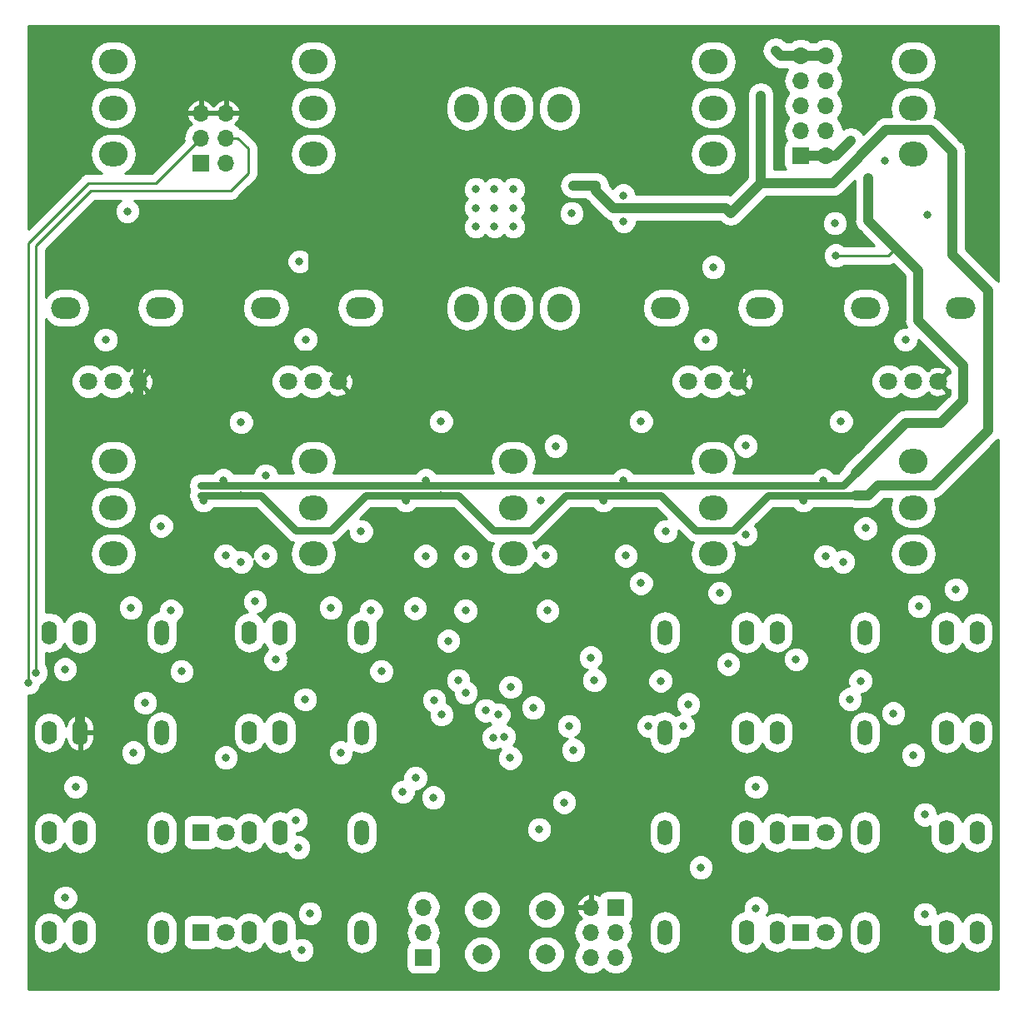
<source format=gbr>
G04 #@! TF.GenerationSoftware,KiCad,Pcbnew,5.0.0-fee4fd1~66~ubuntu16.04.1*
G04 #@! TF.CreationDate,2018-12-26T20:43:45+08:00*
G04 #@! TF.ProjectId,Sequencer,53657175656E6365722E6B696361645F,rev?*
G04 #@! TF.SameCoordinates,PX8d9e880PY6424e28*
G04 #@! TF.FileFunction,Copper,L3,Inr,Plane*
G04 #@! TF.FilePolarity,Positive*
%FSLAX46Y46*%
G04 Gerber Fmt 4.6, Leading zero omitted, Abs format (unit mm)*
G04 Created by KiCad (PCBNEW 5.0.0-fee4fd1~66~ubuntu16.04.1) date Wed Dec 26 20:43:45 2018*
%MOMM*%
%LPD*%
G01*
G04 APERTURE LIST*
G04 #@! TA.AperFunction,ViaPad*
%ADD10C,2.000000*%
G04 #@! TD*
G04 #@! TA.AperFunction,ViaPad*
%ADD11R,1.700000X1.700000*%
G04 #@! TD*
G04 #@! TA.AperFunction,ViaPad*
%ADD12O,1.700000X1.700000*%
G04 #@! TD*
G04 #@! TA.AperFunction,ViaPad*
%ADD13C,1.800000*%
G04 #@! TD*
G04 #@! TA.AperFunction,ViaPad*
%ADD14R,1.800000X1.800000*%
G04 #@! TD*
G04 #@! TA.AperFunction,WasherPad*
%ADD15O,3.000000X2.200000*%
G04 #@! TD*
G04 #@! TA.AperFunction,ViaPad*
%ADD16O,1.500000X2.600000*%
G04 #@! TD*
G04 #@! TA.AperFunction,ViaPad*
%ADD17O,1.600000X2.400000*%
G04 #@! TD*
G04 #@! TA.AperFunction,ViaPad*
%ADD18O,1.600000X2.600000*%
G04 #@! TD*
G04 #@! TA.AperFunction,ViaPad*
%ADD19O,2.900000X2.500000*%
G04 #@! TD*
G04 #@! TA.AperFunction,ViaPad*
%ADD20O,2.500000X2.900000*%
G04 #@! TD*
G04 #@! TA.AperFunction,ViaPad*
%ADD21C,0.800000*%
G04 #@! TD*
G04 #@! TA.AperFunction,Conductor*
%ADD22C,1.000000*%
G04 #@! TD*
G04 #@! TA.AperFunction,Conductor*
%ADD23C,0.750000*%
G04 #@! TD*
G04 #@! TA.AperFunction,Conductor*
%ADD24C,0.250000*%
G04 #@! TD*
G04 #@! TA.AperFunction,Conductor*
%ADD25C,0.254000*%
G04 #@! TD*
G04 APERTURE END LIST*
D10*
G04 #@! TO.N,GND*
G04 #@! TO.C,SW1*
X-3174560Y-45394320D03*
G04 #@! TO.N,Net-(J3-Pad5)*
X-3174560Y-40894320D03*
G04 #@! TO.N,GND*
X3325440Y-45394320D03*
G04 #@! TO.N,Net-(J3-Pad5)*
X3325440Y-40894320D03*
G04 #@! TD*
D11*
G04 #@! TO.N,GND*
G04 #@! TO.C,J4*
X-9143560Y-45720320D03*
D12*
G04 #@! TO.N,Sense0*
X-9143560Y-43180320D03*
G04 #@! TO.N,CV0*
X-9143560Y-40640320D03*
G04 #@! TD*
G04 #@! TO.N,GND*
G04 #@! TO.C,J3*
X7874440Y-45720320D03*
G04 #@! TO.N,Net-(J3-Pad5)*
X10414440Y-45720320D03*
G04 #@! TO.N,TRIG1*
X7874440Y-43180320D03*
G04 #@! TO.N,TRIG3*
X10414440Y-43180320D03*
G04 #@! TO.N,+5V*
X7874440Y-40640320D03*
D11*
G04 #@! TO.N,TRIG2*
X10414440Y-40640320D03*
G04 #@! TD*
G04 #@! TO.N,GND*
G04 #@! TO.C,J1*
X-31749560Y35051980D03*
D12*
X-29209560Y35051980D03*
G04 #@! TO.N,SDA*
X-31749560Y37591980D03*
G04 #@! TO.N,SCL*
X-29209560Y37591980D03*
G04 #@! TO.N,+5V*
X-31749560Y40131980D03*
X-29209560Y40131980D03*
G04 #@! TD*
D11*
G04 #@! TO.N,Net-(D2-Pad1)*
G04 #@! TO.C,J2*
X29210440Y35813980D03*
D12*
X31750440Y35813980D03*
G04 #@! TO.N,GND*
X29210440Y38353980D03*
X31750440Y38353980D03*
X29210440Y40893980D03*
X31750440Y40893980D03*
X29210440Y43433980D03*
X31750440Y43433980D03*
G04 #@! TO.N,Net-(D1-Pad2)*
X29210440Y45973980D03*
X31750440Y45973980D03*
G04 #@! TD*
D13*
G04 #@! TO.N,Net-(D15-Pad2)*
G04 #@! TO.C,D15*
X31750440Y-43180320D03*
D14*
G04 #@! TO.N,GND*
X29210440Y-43180320D03*
G04 #@! TD*
G04 #@! TO.N,GND*
G04 #@! TO.C,D14*
X29210440Y-33020320D03*
D13*
G04 #@! TO.N,Net-(D14-Pad2)*
X31750440Y-33020320D03*
G04 #@! TD*
G04 #@! TO.N,Net-(D13-Pad2)*
G04 #@! TO.C,D13*
X-29209560Y-43180320D03*
D14*
G04 #@! TO.N,GND*
X-31749560Y-43180320D03*
G04 #@! TD*
G04 #@! TO.N,GND*
G04 #@! TO.C,D4*
X-31749560Y-33020320D03*
D13*
G04 #@! TO.N,Net-(D4-Pad2)*
X-29209560Y-33020320D03*
G04 #@! TD*
D15*
G04 #@! TO.N,*
G04 #@! TO.C,RV2*
X-15519560Y20319980D03*
D13*
G04 #@! TO.N,GND*
X-22819560Y12819970D03*
G04 #@! TO.N,Net-(C13-Pad1)*
X-20279560Y12819970D03*
G04 #@! TO.N,+5V*
X-17819560Y12819970D03*
D15*
G04 #@! TO.N,*
X-25119560Y20319980D03*
G04 #@! TD*
G04 #@! TO.N,*
G04 #@! TO.C,RV3*
X15520440Y20319980D03*
D13*
G04 #@! TO.N,+5V*
X22820440Y12819970D03*
G04 #@! TO.N,Net-(C16-Pad1)*
X20360440Y12819970D03*
G04 #@! TO.N,GND*
X17820440Y12819970D03*
D15*
G04 #@! TO.N,*
X25120440Y20319980D03*
G04 #@! TD*
G04 #@! TO.N,*
G04 #@! TO.C,RV4*
X45440440Y20319980D03*
D13*
G04 #@! TO.N,GND*
X38140440Y12819970D03*
G04 #@! TO.N,Net-(C19-Pad1)*
X40680440Y12819970D03*
G04 #@! TO.N,+5V*
X43140440Y12819970D03*
D15*
G04 #@! TO.N,*
X35840440Y20319980D03*
G04 #@! TD*
G04 #@! TO.N,*
G04 #@! TO.C,RV1*
X-45439560Y20319980D03*
D13*
G04 #@! TO.N,+5V*
X-38139560Y12819970D03*
G04 #@! TO.N,Net-(C10-Pad1)*
X-40599560Y12819970D03*
G04 #@! TO.N,GND*
X-43139560Y12819970D03*
D15*
G04 #@! TO.N,*
X-35839560Y20319980D03*
G04 #@! TD*
D16*
G04 #@! TO.N,/DigitalIn/In*
G04 #@! TO.C,J-Inv1*
X-35719560Y-22860320D03*
D17*
G04 #@! TO.N,GND*
X-47119560Y-22860320D03*
D18*
G04 #@! TO.N,+5V*
X-44019560Y-22860320D03*
G04 #@! TD*
G04 #@! TO.N,GND*
G04 #@! TO.C,J-Inv2*
X-23699560Y-22860320D03*
D17*
X-26799560Y-22860320D03*
D16*
G04 #@! TO.N,/sheet5C188821/In*
X-15399560Y-22860320D03*
G04 #@! TD*
G04 #@! TO.N,/sheet5C192077/In*
G04 #@! TO.C,J-Inv3*
X15400440Y-22860320D03*
D17*
G04 #@! TO.N,GND*
X26800440Y-22860320D03*
D18*
G04 #@! TO.N,/DigitalIn/In*
X23700440Y-22860320D03*
G04 #@! TD*
G04 #@! TO.N,/sheet5C188821/In*
G04 #@! TO.C,J-Inv4*
X44020440Y-22860320D03*
D17*
G04 #@! TO.N,GND*
X47120440Y-22860320D03*
D16*
G04 #@! TO.N,/sheet5C19208D/In*
X35720440Y-22860320D03*
G04 #@! TD*
G04 #@! TO.N,/CVIn/In*
G04 #@! TO.C,J-Inv5*
X-35719560Y-12700320D03*
D17*
G04 #@! TO.N,GND*
X-47119560Y-12700320D03*
D18*
X-44019560Y-12700320D03*
G04 #@! TD*
G04 #@! TO.N,/CVIn/In*
G04 #@! TO.C,J-Inv6*
X-23699560Y-12700320D03*
D17*
G04 #@! TO.N,GND*
X-26799560Y-12700320D03*
D16*
G04 #@! TO.N,/sheet5C14AC01/In*
X-15399560Y-12700320D03*
G04 #@! TD*
G04 #@! TO.N,/sheet5C1536C4/In*
G04 #@! TO.C,J-Inv7*
X15400440Y-12700320D03*
D17*
G04 #@! TO.N,GND*
X26800440Y-12700320D03*
D18*
G04 #@! TO.N,/CVIn/In*
X23700440Y-12700320D03*
G04 #@! TD*
G04 #@! TO.N,/sheet5C1536C4/In*
G04 #@! TO.C,J-Inv8*
X44020440Y-12700320D03*
D17*
G04 #@! TO.N,GND*
X47120440Y-12700320D03*
D16*
G04 #@! TO.N,/sheet5C1536DC/In*
X35720440Y-12700320D03*
G04 #@! TD*
G04 #@! TO.N,/CVOut/Out*
G04 #@! TO.C,J-Inv9*
X-35719560Y-33020320D03*
D17*
G04 #@! TO.N,GND*
X-47119560Y-33020320D03*
D18*
G04 #@! TO.N,Net-(J-Inv9-PadTN)*
X-44019560Y-33020320D03*
G04 #@! TD*
G04 #@! TO.N,Net-(J-Inv10-PadTN)*
G04 #@! TO.C,J-Inv10*
X-23699560Y-33020320D03*
D17*
G04 #@! TO.N,GND*
X-26799560Y-33020320D03*
D16*
G04 #@! TO.N,/DigitalOut/Out*
X-15399560Y-33020320D03*
G04 #@! TD*
G04 #@! TO.N,/sheet5C230BC3/Out*
G04 #@! TO.C,J-Inv11*
X-35719560Y-43180320D03*
D17*
G04 #@! TO.N,GND*
X-47119560Y-43180320D03*
D18*
G04 #@! TO.N,Net-(J-Inv11-PadTN)*
X-44019560Y-43180320D03*
G04 #@! TD*
G04 #@! TO.N,Net-(J-Inv12-PadTN)*
G04 #@! TO.C,J-Inv12*
X-23699560Y-43180320D03*
D17*
G04 #@! TO.N,GND*
X-26799560Y-43180320D03*
D16*
G04 #@! TO.N,/sheet5C230BAE/Out*
X-15399560Y-43180320D03*
G04 #@! TD*
G04 #@! TO.N,/sheet5C25BE7D/Out*
G04 #@! TO.C,J-Inv13*
X15400440Y-33020320D03*
D17*
G04 #@! TO.N,GND*
X26800440Y-33020320D03*
D18*
G04 #@! TO.N,Net-(J-Inv13-PadTN)*
X23700440Y-33020320D03*
G04 #@! TD*
G04 #@! TO.N,Net-(J-Inv14-PadTN)*
G04 #@! TO.C,J-Inv14*
X44020440Y-33020320D03*
D17*
G04 #@! TO.N,GND*
X47120440Y-33020320D03*
D16*
G04 #@! TO.N,/sheet5C25BE68/Out*
X35720440Y-33020320D03*
G04 #@! TD*
G04 #@! TO.N,/sheet5C25BEB7/Out*
G04 #@! TO.C,J-Inv15*
X15400440Y-43180320D03*
D17*
G04 #@! TO.N,GND*
X26800440Y-43180320D03*
D18*
G04 #@! TO.N,Net-(J-Inv15-PadTN)*
X23700440Y-43180320D03*
G04 #@! TD*
G04 #@! TO.N,Net-(J-Inv16-PadTN)*
G04 #@! TO.C,J-Inv16*
X44020440Y-43180320D03*
D17*
G04 #@! TO.N,GND*
X47120440Y-43180320D03*
D16*
G04 #@! TO.N,/sheet5C25BE94/Out*
X35720440Y-43180320D03*
G04 #@! TD*
D19*
G04 #@! TO.N,Net-(R102-Pad2)*
G04 #@! TO.C,SW12*
X40640440Y-320D03*
G04 #@! TO.N,Net-(R100-Pad2)*
X40640440Y4699680D03*
G04 #@! TO.N,Net-(R101-Pad1)*
X40640440Y-4700320D03*
G04 #@! TD*
G04 #@! TO.N,Net-(R83-Pad1)*
G04 #@! TO.C,SW11*
X20320440Y-4700320D03*
G04 #@! TO.N,Net-(R82-Pad2)*
X20320440Y4699680D03*
G04 #@! TO.N,Net-(R84-Pad2)*
X20320440Y-320D03*
G04 #@! TD*
G04 #@! TO.N,Net-(R66-Pad2)*
G04 #@! TO.C,SW10*
X-20319560Y-320D03*
G04 #@! TO.N,Net-(R64-Pad2)*
X-20319560Y4699680D03*
G04 #@! TO.N,Net-(R65-Pad1)*
X-20319560Y-4700320D03*
G04 #@! TD*
G04 #@! TO.N,Net-(R47-Pad1)*
G04 #@! TO.C,SW9*
X-40639560Y-4700320D03*
G04 #@! TO.N,Net-(R46-Pad2)*
X-40639560Y4699680D03*
G04 #@! TO.N,Net-(R48-Pad2)*
X-40639560Y-320D03*
G04 #@! TD*
G04 #@! TO.N,Net-(D12-Pad1)*
G04 #@! TO.C,SW8*
X440Y-320D03*
G04 #@! TO.N,Scan3*
X440Y4699680D03*
G04 #@! TO.N,Net-(SW8-Pad1)*
X440Y-4700320D03*
G04 #@! TD*
D20*
G04 #@! TO.N,Net-(SW7-Pad1)*
G04 #@! TO.C,SW7*
X4700440Y40639980D03*
G04 #@! TO.N,Scan2*
X-4699560Y40639980D03*
G04 #@! TO.N,Net-(D11-Pad1)*
X440Y40639980D03*
G04 #@! TD*
G04 #@! TO.N,Net-(D10-Pad1)*
G04 #@! TO.C,SW6*
X440Y20319980D03*
G04 #@! TO.N,Scan1*
X-4699560Y20319980D03*
G04 #@! TO.N,Scan0*
X4700440Y20319980D03*
G04 #@! TD*
D19*
G04 #@! TO.N,Sense0*
G04 #@! TO.C,SW5*
X40640440Y35939980D03*
G04 #@! TO.N,Sense1*
X40640440Y45339980D03*
G04 #@! TO.N,Net-(D9-Pad2)*
X40640440Y40639980D03*
G04 #@! TD*
G04 #@! TO.N,Net-(D8-Pad2)*
G04 #@! TO.C,SW4*
X20320440Y40639980D03*
G04 #@! TO.N,Sense1*
X20320440Y45339980D03*
G04 #@! TO.N,Sense0*
X20320440Y35939980D03*
G04 #@! TD*
G04 #@! TO.N,Sense0*
G04 #@! TO.C,SW3*
X-20319560Y35939980D03*
G04 #@! TO.N,Sense1*
X-20319560Y45339980D03*
G04 #@! TO.N,Net-(D7-Pad2)*
X-20319560Y40639980D03*
G04 #@! TD*
G04 #@! TO.N,Net-(D6-Pad2)*
G04 #@! TO.C,SW2*
X-40639560Y40639980D03*
G04 #@! TO.N,Sense1*
X-40639560Y45339980D03*
G04 #@! TO.N,Sense0*
X-40639560Y35939980D03*
G04 #@! TD*
D21*
G04 #@! TO.N,+5V*
X-24155060Y-27505120D03*
X37642940Y-42118220D03*
X9381240Y-35443020D03*
X5170840Y-35271720D03*
X11201940Y23958980D03*
X-19312860Y-44998620D03*
X-44475060Y-25310920D03*
X9626940Y40810880D03*
X-22540660Y37592580D03*
X44983940Y-25308520D03*
X-39979060Y24302080D03*
X-37363060Y38690880D03*
X-17306960Y-34265620D03*
X-4571560Y-29464320D03*
X4318440Y-15240320D03*
X-8127560Y-15240320D03*
X36830440Y-15240320D03*
X16510440Y-15240320D03*
X-42925560Y-15494320D03*
X-22580560Y-15519320D03*
X-18795560Y29717980D03*
X8382440Y28193980D03*
X6096440Y28193980D03*
X25703740Y-26633010D03*
X37846000Y-31242000D03*
G04 #@! TO.N,END1*
X-2796160Y-20632120D03*
X34227440Y-19474920D03*
G04 #@! TO.N,STA1*
X17780440Y-19979220D03*
X-1491660Y-21058820D03*
G04 #@! TO.N,VRef-10*
X21844440Y-15897720D03*
X-33715860Y-16640720D03*
X-13404960Y-16640720D03*
G04 #@! TO.N,END0*
X-8046460Y-19567420D03*
X-21147960Y-19491920D03*
G04 #@! TO.N,STA0*
X-7303060Y-21035220D03*
X-37406760Y-19844820D03*
G04 #@! TO.N,-12V*
X-29463560Y2793680D03*
X-8889560Y2793680D03*
X11176440Y2793680D03*
X31496440Y2793680D03*
X32766440Y25653980D03*
X38862440Y26415980D03*
X36068440Y33527980D03*
G04 #@! TO.N,RST1*
X40640000Y-25146000D03*
X6096000Y-24638000D03*
G04 #@! TO.N,CLK1*
X5669740Y-22203820D03*
X13752440Y-22203820D03*
G04 #@! TO.N,CV0*
X-922260Y-23284520D03*
X-29210000Y-25400000D03*
G04 #@! TO.N,+12V*
X-31495560Y761680D03*
X-10921560Y761680D03*
X9144440Y761680D03*
X29464440Y761680D03*
X8382440Y32765980D03*
X6096440Y32765980D03*
X22098440Y29971980D03*
X25146440Y41909980D03*
X-27686000Y1270000D03*
X-7366000Y1270000D03*
G04 #@! TO.N,TRIG0*
X-313460Y-25455720D03*
X-11225260Y-28898820D03*
G04 #@! TO.N,TRIG1*
X2634440Y-32734820D03*
G04 #@! TO.N,SDA*
X-49275960Y-17780320D03*
X-4830560Y-18800320D03*
G04 #@! TO.N,SCL*
X-48513960Y-16764320D03*
X-5587560Y-17563320D03*
G04 #@! TO.N,Net-(D2-Pad1)*
X34290440Y37337980D03*
G04 #@! TO.N,Net-(D1-Pad2)*
X26670440Y46481980D03*
G04 #@! TO.N,Sense1*
X8239840Y-17564720D03*
G04 #@! TO.N,Sense0*
X-9976060Y-10238020D03*
G04 #@! TO.N,Scan1*
X4303740Y6266880D03*
G04 #@! TO.N,Scan2*
X-284160Y-18221820D03*
G04 #@! TO.N,Scan3*
X-6586760Y-13540320D03*
X37742440Y35289680D03*
G04 #@! TO.N,GND*
X-3810000Y30480000D03*
X0Y30480000D03*
X14960940Y-17601520D03*
X5186940Y-29965820D03*
X-25171060Y-4896920D03*
X12979940Y-7686220D03*
X3276940Y-4888020D03*
X-4851060Y-4941620D03*
X38624440Y-20908920D03*
X11429940Y-4896020D03*
X-45526660Y-39648620D03*
X24663940Y-28385220D03*
X-21724160Y25055780D03*
X41833740Y-41348920D03*
X23596940Y-2716020D03*
X-26234660Y-9522620D03*
X-29235060Y-4888820D03*
X15468940Y-2413320D03*
X19532940Y17078980D03*
X28727940Y-15418820D03*
X12979940Y8762980D03*
X-24155060Y-15422820D03*
X33507940Y-5504520D03*
X20320440Y24464480D03*
X-9931060Y-27494720D03*
X-44475060Y-28377720D03*
X44983940Y-8312420D03*
X35280940Y-17606620D03*
X23596940Y6288380D03*
X-8915060Y-4898120D03*
X-27660060Y8701080D03*
X-25171060Y3286280D03*
X-34772060Y-10479320D03*
X-41427060Y17082280D03*
X41833740Y-31215020D03*
X32672440Y28909680D03*
X24663940Y-40710920D03*
X17250940Y-22189120D03*
X3458940Y-10482220D03*
X-4851060Y-10474720D03*
X-14452060Y-10478220D03*
X42045540Y29765280D03*
X-45572360Y-16424220D03*
X-21107060Y17100580D03*
X31724940Y-4929520D03*
X39852940Y17086880D03*
X-7340060Y8762980D03*
X35788940Y-2098120D03*
X33299940Y8762980D03*
X-35788060Y-1851120D03*
X-27660060Y-5510720D03*
X-15468060Y-2413320D03*
X-39214560Y30131180D03*
X-20657560Y-41272520D03*
X-21512860Y-44985620D03*
X5918140Y29927480D03*
X-8127560Y-29464320D03*
X7874440Y-15240320D03*
X-2031560Y-23368320D03*
X2032440Y-20320320D03*
X-38861560Y-10160320D03*
X-18541560Y-10160320D03*
X2794000Y762000D03*
X20962452Y-8672990D03*
X41237288Y-10017149D03*
X-38608000Y-24892000D03*
X-21844000Y-34544000D03*
X-22098000Y-31750000D03*
X-3810000Y32385000D03*
X0Y32385000D03*
X0Y28575000D03*
X-3810000Y28575000D03*
X-1905000Y32385000D03*
X-1905000Y30480000D03*
X-1905000Y28575000D03*
X11176000Y31750000D03*
X11214198Y29125990D03*
X-17526000Y-24892000D03*
X19050000Y-36576000D03*
G04 #@! TD*
D22*
G04 #@! TO.N,+5V*
X-17819560Y13755980D02*
X-19557560Y15493980D01*
X-19557560Y15493980D02*
X-36829560Y15493980D01*
X-36829560Y15493980D02*
X-38099560Y14223980D01*
X-38099560Y14223980D02*
X-38099560Y12779980D01*
X-38099560Y12779980D02*
X-38139560Y12819980D01*
X-17819560Y13675980D02*
X-17819560Y13755980D01*
X-17819560Y13755980D02*
X-17819560Y13675980D01*
X-17819560Y13675980D02*
X-17819560Y12819980D01*
X-17819560Y12819980D02*
X-17819560Y13675980D01*
X-38139560Y12819980D02*
X-38139560Y11547180D01*
X-38139560Y11547180D02*
X-44449560Y5237180D01*
X-44449560Y5237180D02*
X-44449560Y-7620320D01*
X-44449560Y-7620320D02*
X-41401560Y-10668320D01*
X-41401560Y-10668320D02*
X-41401560Y-17942320D01*
X-41401560Y-17942320D02*
X-44019560Y-20560320D01*
X-44019560Y-20560320D02*
X-44019560Y-22860320D01*
X-17819560Y13675980D02*
X-16001560Y15493980D01*
X-16001560Y15493980D02*
X21336440Y15493980D01*
X21336440Y15493980D02*
X22860440Y13969980D01*
X22860440Y13969980D02*
X22860440Y12779980D01*
X22860440Y12779980D02*
X22820440Y12819980D01*
X-17819560Y12819980D02*
X-17819560Y13675980D01*
X-18795560Y29717980D02*
X-20319560Y28193980D01*
X-20319560Y28193980D02*
X-20319560Y20065980D01*
X-20319560Y20065980D02*
X-17819560Y17565980D01*
X-17819560Y17565980D02*
X-17819560Y13755980D01*
X4064460Y26162000D02*
X6096440Y28193980D01*
X-18795560Y29717980D02*
X-15239580Y26162000D01*
X-15239580Y26162000D02*
X4064460Y26162000D01*
D23*
G04 #@! TO.N,-12V*
X-31749560Y2285680D02*
X-29463560Y2285680D01*
X-29463560Y2285680D02*
X-8889560Y2285680D01*
X-29463560Y2285680D02*
X-29463560Y2793680D01*
X-8889560Y2285680D02*
X11176440Y2285680D01*
X-8889560Y2285680D02*
X-8889560Y2793680D01*
X11176440Y2285680D02*
X31496440Y2285680D01*
X11176440Y2285680D02*
X11176440Y2793680D01*
X31496440Y2285680D02*
X33528440Y2285680D01*
X33528440Y2285680D02*
X34798440Y3555680D01*
X31496440Y2285680D02*
X31496440Y2793680D01*
D22*
X38862440Y26415980D02*
X41148440Y24129980D01*
X41148440Y24129980D02*
X41148440Y19049980D01*
X41148440Y19049980D02*
X45720440Y14477980D01*
X45720440Y14477980D02*
X45720440Y10921980D01*
X45720440Y10921980D02*
X43434440Y8635980D01*
X43434440Y8635980D02*
X39878440Y8635980D01*
X39878440Y8635980D02*
X36068440Y4825680D01*
X36068440Y4825680D02*
X34798440Y3555680D01*
D24*
X38862440Y26415980D02*
X38100440Y25653980D01*
X38100440Y25653980D02*
X32766440Y25653980D01*
D22*
X36068440Y33527980D02*
X36068440Y29209980D01*
X36068440Y29209980D02*
X38862440Y26415980D01*
D23*
G04 #@! TO.N,+12V*
X-10921560Y1269680D02*
X-10921560Y761680D01*
X-31495560Y1269680D02*
X-25653560Y1269680D01*
X-25653560Y1269680D02*
X-22097560Y-2286320D01*
X-22097560Y-2286320D02*
X-18541560Y-2286320D01*
X-18541560Y-2286320D02*
X-14985560Y1269680D01*
X-14985560Y1269680D02*
X-10921560Y1269680D01*
X9144440Y1269680D02*
X9144440Y761680D01*
X-10921560Y1269680D02*
X-5587560Y1269680D01*
X-5587560Y1269680D02*
X-2031560Y-2286320D01*
X-2031560Y-2286320D02*
X1778440Y-2286320D01*
X1778440Y-2286320D02*
X5334440Y1269680D01*
X5334440Y1269680D02*
X9144440Y1269680D01*
X29464440Y1269680D02*
X34798440Y1269680D01*
X9144440Y1269680D02*
X14986440Y1269680D01*
X14986440Y1269680D02*
X18542440Y-2286320D01*
X18542440Y-2286320D02*
X22352440Y-2286320D01*
X22352440Y-2286320D02*
X25908440Y1269680D01*
X25908440Y1269680D02*
X29464440Y1269680D01*
D22*
X25146440Y33019980D02*
X22098440Y29971980D01*
X25146440Y41909980D02*
X25146440Y33019980D01*
D23*
X-31749560Y1269680D02*
X-31495560Y1269680D01*
X-31495560Y1269680D02*
X-31495560Y761680D01*
X29464440Y1269680D02*
X29464440Y761680D01*
D22*
X25146440Y33019980D02*
X32512440Y33019980D01*
X32512440Y33019980D02*
X37872440Y38380380D01*
X37872440Y38380380D02*
X42418440Y38380380D01*
X42418440Y38380380D02*
X44615440Y36183380D01*
X44615440Y36183380D02*
X44615440Y25742980D01*
X44615440Y25742980D02*
X48260440Y22097980D01*
X48260440Y22097980D02*
X48260440Y7873980D01*
X48260440Y7873980D02*
X42672440Y2285680D01*
X42672440Y2285680D02*
X37084440Y2285680D01*
X37084440Y2285680D02*
X36068440Y1269680D01*
X36068440Y1269680D02*
X34798440Y1269680D01*
X8382440Y32765980D02*
X6096440Y32765980D01*
X21590420Y30480000D02*
X22098440Y29971980D01*
X10160000Y30480000D02*
X21590420Y30480000D01*
X8382000Y32766000D02*
X8382000Y32258000D01*
X8382000Y32258000D02*
X10160000Y30480000D01*
D24*
G04 #@! TO.N,SDA*
X-31749560Y37591980D02*
X-36321560Y33019980D01*
X-36321560Y33019980D02*
X-43179560Y33019980D01*
X-43179560Y33019980D02*
X-49275960Y26923980D01*
X-49275960Y26923980D02*
X-49275960Y-17780320D01*
G04 #@! TO.N,SCL*
X-28007560Y37591980D02*
X-29209560Y37591980D01*
X-48513960Y26670040D02*
X-42926000Y32258000D01*
X-42926000Y32258000D02*
X-28701540Y32258000D01*
X-48513960Y-16764320D02*
X-48513960Y26670040D01*
X-26923560Y36508080D02*
X-28007560Y37591980D01*
X-28701540Y32258000D02*
X-26923560Y34035980D01*
X-26923560Y34035980D02*
X-26923560Y36508080D01*
D22*
G04 #@! TO.N,Net-(D2-Pad1)*
X31750440Y35813980D02*
X32766440Y35813980D01*
X32766440Y35813980D02*
X34290440Y37337980D01*
X29210440Y35813980D02*
X31750440Y35813980D01*
G04 #@! TO.N,Net-(D1-Pad2)*
X31750440Y45973980D02*
X29210440Y45973980D01*
X29210440Y45973980D02*
X27178440Y45973980D01*
X27178440Y45973980D02*
X26670440Y46481980D01*
G04 #@! TD*
D25*
G04 #@! TO.N,+5V*
G36*
X49313541Y23022036D02*
X49261852Y23099393D01*
X49145880Y23176883D01*
X46004440Y26318322D01*
X46004440Y36046581D01*
X46031651Y36183381D01*
X46004440Y36320183D01*
X46004440Y36320184D01*
X45923849Y36725341D01*
X45879990Y36790980D01*
X45694346Y37068817D01*
X45694343Y37068820D01*
X45616852Y37184793D01*
X45500880Y37262283D01*
X43497347Y39265815D01*
X43419853Y39381793D01*
X42960401Y39688789D01*
X42798893Y39720915D01*
X42855333Y39805384D01*
X43021345Y40639980D01*
X42855333Y41474576D01*
X42382573Y42182113D01*
X41675036Y42654873D01*
X41051110Y42778980D01*
X40229770Y42778980D01*
X39605844Y42654873D01*
X38898307Y42182113D01*
X38425547Y41474576D01*
X38259535Y40639980D01*
X38425547Y39805384D01*
X38449604Y39769380D01*
X38009217Y39769380D01*
X37872387Y39796592D01*
X37598880Y39742177D01*
X37330479Y39688789D01*
X37330457Y39688774D01*
X37330430Y39688769D01*
X37096373Y39532364D01*
X36871027Y39381793D01*
X36793520Y39265795D01*
X35522309Y37994489D01*
X35291852Y38339392D01*
X34832400Y38646388D01*
X34290439Y38754191D01*
X33748479Y38646388D01*
X33498561Y38479399D01*
X33388542Y39032504D01*
X33004189Y39607729D01*
X32979868Y39623980D01*
X33004189Y39640231D01*
X33388542Y40215456D01*
X33523509Y40893980D01*
X33388542Y41572504D01*
X33004189Y42147729D01*
X32979868Y42163980D01*
X33004189Y42180231D01*
X33388542Y42755456D01*
X33523509Y43433980D01*
X33388542Y44112504D01*
X33004189Y44687729D01*
X32979868Y44703980D01*
X33004189Y44720231D01*
X33388542Y45295456D01*
X33397398Y45339980D01*
X38259535Y45339980D01*
X38425547Y44505384D01*
X38898307Y43797847D01*
X39605844Y43325087D01*
X40229770Y43200980D01*
X41051110Y43200980D01*
X41675036Y43325087D01*
X42382573Y43797847D01*
X42855333Y44505384D01*
X43021345Y45339980D01*
X42855333Y46174576D01*
X42382573Y46882113D01*
X41675036Y47354873D01*
X41051110Y47478980D01*
X40229770Y47478980D01*
X39605844Y47354873D01*
X38898307Y46882113D01*
X38425547Y46174576D01*
X38259535Y45339980D01*
X33397398Y45339980D01*
X33523509Y45973980D01*
X33388542Y46652504D01*
X33004189Y47227729D01*
X32428964Y47612082D01*
X31921716Y47712980D01*
X31579164Y47712980D01*
X31071916Y47612082D01*
X30699108Y47362980D01*
X30261772Y47362980D01*
X29888964Y47612082D01*
X29381716Y47712980D01*
X29039164Y47712980D01*
X28531916Y47612082D01*
X28159108Y47362980D01*
X27753782Y47362980D01*
X27555876Y47560886D01*
X27212400Y47790389D01*
X26670440Y47898191D01*
X26128480Y47790389D01*
X25669027Y47483393D01*
X25362031Y47023940D01*
X25254229Y46481980D01*
X25362031Y45940020D01*
X25591534Y45596544D01*
X26099533Y45088545D01*
X26177027Y44972567D01*
X26636479Y44665571D01*
X27041636Y44584980D01*
X27041641Y44584980D01*
X27178439Y44557769D01*
X27315238Y44584980D01*
X27888036Y44584980D01*
X27572338Y44112504D01*
X27437371Y43433980D01*
X27572338Y42755456D01*
X27956691Y42180231D01*
X27981012Y42163980D01*
X27956691Y42147729D01*
X27572338Y41572504D01*
X27437371Y40893980D01*
X27572338Y40215456D01*
X27956691Y39640231D01*
X27981012Y39623980D01*
X27956691Y39607729D01*
X27572338Y39032504D01*
X27437371Y38353980D01*
X27572338Y37675456D01*
X27788932Y37351301D01*
X27719507Y37304913D01*
X27523021Y37010850D01*
X27454024Y36663980D01*
X27454024Y34963980D01*
X27523021Y34617110D01*
X27662089Y34408980D01*
X26535440Y34408980D01*
X26535440Y42046784D01*
X26454849Y42451941D01*
X26147852Y42911393D01*
X25688400Y43218389D01*
X25146440Y43326192D01*
X24604479Y43218389D01*
X24145027Y42911392D01*
X23838031Y42451940D01*
X23757440Y42046783D01*
X23757441Y33595324D01*
X21980698Y31818581D01*
X21727224Y31869000D01*
X21727220Y31869000D01*
X21590420Y31896211D01*
X21453620Y31869000D01*
X12465000Y31869000D01*
X12465000Y32006398D01*
X12268761Y32480160D01*
X11906160Y32842761D01*
X11432398Y33039000D01*
X10919602Y33039000D01*
X10445840Y32842761D01*
X10103711Y32500632D01*
X9788792Y32815550D01*
X9690849Y33307941D01*
X9383853Y33767393D01*
X8924401Y34074389D01*
X8519244Y34154980D01*
X8518904Y34154980D01*
X8382000Y34182212D01*
X8245096Y34154980D01*
X5959636Y34154980D01*
X5554479Y34074389D01*
X5095027Y33767393D01*
X4788031Y33307941D01*
X4680228Y32765980D01*
X4788031Y32224019D01*
X5095027Y31764567D01*
X5554479Y31457571D01*
X5959636Y31376980D01*
X7300144Y31376980D01*
X7380588Y31256587D01*
X7496563Y31179095D01*
X9081095Y29594562D01*
X9158587Y29478587D01*
X9274562Y29401095D01*
X9274563Y29401094D01*
X9618039Y29171591D01*
X9925198Y29110493D01*
X9925198Y28869592D01*
X10121437Y28395830D01*
X10484038Y28033229D01*
X10957800Y27836990D01*
X11470596Y27836990D01*
X11944358Y28033229D01*
X12306959Y28395830D01*
X12503198Y28869592D01*
X12503198Y29091000D01*
X21015078Y29091000D01*
X21019533Y29086545D01*
X21097027Y28970567D01*
X21305309Y28831398D01*
X21556480Y28663571D01*
X22098440Y28555768D01*
X22640400Y28663571D01*
X23099853Y28970567D01*
X23177346Y29086544D01*
X23256880Y29166078D01*
X31383440Y29166078D01*
X31383440Y28653282D01*
X31579679Y28179520D01*
X31942280Y27816919D01*
X32416042Y27620680D01*
X32928838Y27620680D01*
X33402600Y27816919D01*
X33765201Y28179520D01*
X33961440Y28653282D01*
X33961440Y29166078D01*
X33765201Y29639840D01*
X33402600Y30002441D01*
X32928838Y30198680D01*
X32416042Y30198680D01*
X31942280Y30002441D01*
X31579679Y29639840D01*
X31383440Y29166078D01*
X23256880Y29166078D01*
X25721783Y31630980D01*
X32375666Y31630980D01*
X32512492Y31603769D01*
X32754609Y31651939D01*
X33054401Y31711571D01*
X33054425Y31711587D01*
X33054449Y31711592D01*
X33269355Y31855199D01*
X33513853Y32018567D01*
X33591362Y32134567D01*
X34679440Y33222727D01*
X34679441Y29346784D01*
X34652229Y29209980D01*
X34760031Y28668020D01*
X34989534Y28324544D01*
X34989536Y28324542D01*
X35067028Y28208567D01*
X35183003Y28131075D01*
X36646097Y26667980D01*
X33575361Y26667980D01*
X33496600Y26746741D01*
X33022838Y26942980D01*
X32510042Y26942980D01*
X32036280Y26746741D01*
X31673679Y26384140D01*
X31477440Y25910378D01*
X31477440Y25397582D01*
X31673679Y24923820D01*
X32036280Y24561219D01*
X32510042Y24364980D01*
X33022838Y24364980D01*
X33496600Y24561219D01*
X33575361Y24639980D01*
X38000573Y24639980D01*
X38100440Y24620115D01*
X38200307Y24639980D01*
X38200308Y24639980D01*
X38496083Y24698813D01*
X38567527Y24746551D01*
X39759440Y23554637D01*
X39759441Y19186784D01*
X39732229Y19049980D01*
X39840031Y18508020D01*
X39928324Y18375880D01*
X39596542Y18375880D01*
X39122780Y18179641D01*
X38760179Y17817040D01*
X38563940Y17343278D01*
X38563940Y16830482D01*
X38760179Y16356720D01*
X39122780Y15994119D01*
X39596542Y15797880D01*
X40109338Y15797880D01*
X40583100Y15994119D01*
X40945701Y16356720D01*
X41141940Y16830482D01*
X41141940Y17092138D01*
X44331440Y13902637D01*
X44331440Y13683183D01*
X44220599Y13720524D01*
X43320045Y12819970D01*
X44220599Y11919416D01*
X44331441Y11956757D01*
X44331441Y11497324D01*
X42859098Y10024980D01*
X40015212Y10024980D01*
X39878384Y10052191D01*
X39629831Y10002741D01*
X39336479Y9944389D01*
X39336454Y9944372D01*
X39336428Y9944367D01*
X39114562Y9796109D01*
X38877027Y9637393D01*
X38799518Y9521393D01*
X35105509Y5827092D01*
X33719534Y4441116D01*
X33490031Y4097640D01*
X33474437Y4019242D01*
X33004875Y3549680D01*
X32563361Y3549680D01*
X32226600Y3886441D01*
X31752838Y4082680D01*
X31240042Y4082680D01*
X30766280Y3886441D01*
X30429519Y3549680D01*
X22324587Y3549680D01*
X22535333Y3865084D01*
X22701345Y4699680D01*
X22537123Y5525276D01*
X22866780Y5195619D01*
X23340542Y4999380D01*
X23853338Y4999380D01*
X24327100Y5195619D01*
X24689701Y5558220D01*
X24885940Y6031982D01*
X24885940Y6544778D01*
X24689701Y7018540D01*
X24327100Y7381141D01*
X23853338Y7577380D01*
X23340542Y7577380D01*
X22866780Y7381141D01*
X22504179Y7018540D01*
X22307940Y6544778D01*
X22307940Y6031982D01*
X22479461Y5617895D01*
X22062573Y6241813D01*
X21355036Y6714573D01*
X20731110Y6838680D01*
X19909770Y6838680D01*
X19285844Y6714573D01*
X18578307Y6241813D01*
X18105547Y5534276D01*
X17939535Y4699680D01*
X18105547Y3865084D01*
X18316293Y3549680D01*
X12243361Y3549680D01*
X11906600Y3886441D01*
X11432838Y4082680D01*
X10920042Y4082680D01*
X10446280Y3886441D01*
X10109519Y3549680D01*
X2004587Y3549680D01*
X2215333Y3865084D01*
X2381345Y4699680D01*
X2215333Y5534276D01*
X1742573Y6241813D01*
X1321330Y6523278D01*
X3014740Y6523278D01*
X3014740Y6010482D01*
X3210979Y5536720D01*
X3573580Y5174119D01*
X4047342Y4977880D01*
X4560138Y4977880D01*
X5033900Y5174119D01*
X5396501Y5536720D01*
X5592740Y6010482D01*
X5592740Y6523278D01*
X5396501Y6997040D01*
X5033900Y7359641D01*
X4560138Y7555880D01*
X4047342Y7555880D01*
X3573580Y7359641D01*
X3210979Y6997040D01*
X3014740Y6523278D01*
X1321330Y6523278D01*
X1035036Y6714573D01*
X411110Y6838680D01*
X-410230Y6838680D01*
X-1034156Y6714573D01*
X-1741693Y6241813D01*
X-2214453Y5534276D01*
X-2380465Y4699680D01*
X-2214453Y3865084D01*
X-2003707Y3549680D01*
X-7822639Y3549680D01*
X-8159400Y3886441D01*
X-8633162Y4082680D01*
X-9145958Y4082680D01*
X-9619720Y3886441D01*
X-9956481Y3549680D01*
X-18315413Y3549680D01*
X-18104667Y3865084D01*
X-17938655Y4699680D01*
X-18104667Y5534276D01*
X-18577427Y6241813D01*
X-19284964Y6714573D01*
X-19908890Y6838680D01*
X-20730230Y6838680D01*
X-21354156Y6714573D01*
X-22061693Y6241813D01*
X-22534453Y5534276D01*
X-22700465Y4699680D01*
X-22534453Y3865084D01*
X-22323707Y3549680D01*
X-23884960Y3549680D01*
X-24078299Y4016440D01*
X-24440900Y4379041D01*
X-24914662Y4575280D01*
X-25427458Y4575280D01*
X-25901220Y4379041D01*
X-26263821Y4016440D01*
X-26457160Y3549680D01*
X-28396639Y3549680D01*
X-28733400Y3886441D01*
X-29207162Y4082680D01*
X-29719958Y4082680D01*
X-30193720Y3886441D01*
X-30530481Y3549680D01*
X-31874052Y3549680D01*
X-32242748Y3476342D01*
X-32660853Y3196973D01*
X-32940222Y2778868D01*
X-33038323Y2285680D01*
X-32940222Y1792492D01*
X-32930325Y1777680D01*
X-32940222Y1762868D01*
X-33038323Y1269680D01*
X-32940222Y776492D01*
X-32784560Y543527D01*
X-32784560Y505282D01*
X-32588321Y31520D01*
X-32225720Y-331081D01*
X-31751958Y-527320D01*
X-31239162Y-527320D01*
X-30765400Y-331081D01*
X-30428639Y5680D01*
X-28001981Y5680D01*
X-27942398Y-19000D01*
X-27429602Y-19000D01*
X-27370019Y5680D01*
X-26177125Y5680D01*
X-23079372Y-3092074D01*
X-23008853Y-3197613D01*
X-22590748Y-3476982D01*
X-22311781Y-3532472D01*
X-22534453Y-3865724D01*
X-22700465Y-4700320D01*
X-22534453Y-5534916D01*
X-22061693Y-6242453D01*
X-21354156Y-6715213D01*
X-20730230Y-6839320D01*
X-19908890Y-6839320D01*
X-19284964Y-6715213D01*
X-18577427Y-6242453D01*
X-18104667Y-5534916D01*
X-17938655Y-4700320D01*
X-17950310Y-4641722D01*
X-10204060Y-4641722D01*
X-10204060Y-5154518D01*
X-10007821Y-5628280D01*
X-9645220Y-5990881D01*
X-9171458Y-6187120D01*
X-8658662Y-6187120D01*
X-8184900Y-5990881D01*
X-7822299Y-5628280D01*
X-7626060Y-5154518D01*
X-7626060Y-4685222D01*
X-6140060Y-4685222D01*
X-6140060Y-5198018D01*
X-5943821Y-5671780D01*
X-5581220Y-6034381D01*
X-5107458Y-6230620D01*
X-4594662Y-6230620D01*
X-4120900Y-6034381D01*
X-3758299Y-5671780D01*
X-3562060Y-5198018D01*
X-3562060Y-4685222D01*
X-3758299Y-4211460D01*
X-4120900Y-3848859D01*
X-4594662Y-3652620D01*
X-5107458Y-3652620D01*
X-5581220Y-3848859D01*
X-5943821Y-4211460D01*
X-6140060Y-4685222D01*
X-7626060Y-4685222D01*
X-7626060Y-4641722D01*
X-7822299Y-4167960D01*
X-8184900Y-3805359D01*
X-8658662Y-3609120D01*
X-9171458Y-3609120D01*
X-9645220Y-3805359D01*
X-10007821Y-4167960D01*
X-10204060Y-4641722D01*
X-17950310Y-4641722D01*
X-18104667Y-3865724D01*
X-18327339Y-3532472D01*
X-18048372Y-3476982D01*
X-17630267Y-3197613D01*
X-17559746Y-3092071D01*
X-16757060Y-2289385D01*
X-16757060Y-2669718D01*
X-16560821Y-3143480D01*
X-16198220Y-3506081D01*
X-15724458Y-3702320D01*
X-15211662Y-3702320D01*
X-14737900Y-3506081D01*
X-14375299Y-3143480D01*
X-14179060Y-2669718D01*
X-14179060Y-2156922D01*
X-14375299Y-1683160D01*
X-14737900Y-1320559D01*
X-15211662Y-1124320D01*
X-15591994Y-1124320D01*
X-14461994Y5680D01*
X-11988481Y5680D01*
X-11651720Y-331081D01*
X-11177958Y-527320D01*
X-10665162Y-527320D01*
X-10191400Y-331081D01*
X-9854639Y5680D01*
X-7681981Y5680D01*
X-7622398Y-19000D01*
X-7109602Y-19000D01*
X-7050019Y5680D01*
X-6111125Y5680D01*
X-3013372Y-3092074D01*
X-2942853Y-3197613D01*
X-2524748Y-3476982D01*
X-2156052Y-3550320D01*
X-2156048Y-3550320D01*
X-2031561Y-3575082D01*
X-2018519Y-3572488D01*
X-2214453Y-3865724D01*
X-2380465Y-4700320D01*
X-2214453Y-5534916D01*
X-1741693Y-6242453D01*
X-1034156Y-6715213D01*
X-410230Y-6839320D01*
X411110Y-6839320D01*
X1035036Y-6715213D01*
X1742573Y-6242453D01*
X2174810Y-5595562D01*
X2184179Y-5618180D01*
X2546780Y-5980781D01*
X3020542Y-6177020D01*
X3533338Y-6177020D01*
X4007100Y-5980781D01*
X4369701Y-5618180D01*
X4565940Y-5144418D01*
X4565940Y-4639622D01*
X10140940Y-4639622D01*
X10140940Y-5152418D01*
X10337179Y-5626180D01*
X10699780Y-5988781D01*
X11173542Y-6185020D01*
X11686338Y-6185020D01*
X12160100Y-5988781D01*
X12522701Y-5626180D01*
X12718940Y-5152418D01*
X12718940Y-4639622D01*
X12522701Y-4165860D01*
X12160100Y-3803259D01*
X11686338Y-3607020D01*
X11173542Y-3607020D01*
X10699780Y-3803259D01*
X10337179Y-4165860D01*
X10140940Y-4639622D01*
X4565940Y-4639622D01*
X4565940Y-4631622D01*
X4369701Y-4157860D01*
X4007100Y-3795259D01*
X3533338Y-3599020D01*
X3020542Y-3599020D01*
X2546780Y-3795259D01*
X2258633Y-4083406D01*
X2215333Y-3865724D01*
X1992661Y-3532472D01*
X2271628Y-3476982D01*
X2689733Y-3197613D01*
X2760254Y-3092071D01*
X5858006Y5680D01*
X8077519Y5680D01*
X8414280Y-331081D01*
X8888042Y-527320D01*
X9400838Y-527320D01*
X9874600Y-331081D01*
X10211361Y5680D01*
X14462875Y5680D01*
X15592875Y-1124320D01*
X15212542Y-1124320D01*
X14738780Y-1320559D01*
X14376179Y-1683160D01*
X14179940Y-2156922D01*
X14179940Y-2669718D01*
X14376179Y-3143480D01*
X14738780Y-3506081D01*
X15212542Y-3702320D01*
X15725338Y-3702320D01*
X16199100Y-3506081D01*
X16561701Y-3143480D01*
X16757940Y-2669718D01*
X16757940Y-2289386D01*
X17560628Y-3092074D01*
X17631147Y-3197613D01*
X18049252Y-3476982D01*
X18328219Y-3532472D01*
X18105547Y-3865724D01*
X17939535Y-4700320D01*
X18105547Y-5534916D01*
X18578307Y-6242453D01*
X19285844Y-6715213D01*
X19909770Y-6839320D01*
X20731110Y-6839320D01*
X21355036Y-6715213D01*
X22062573Y-6242453D01*
X22535333Y-5534916D01*
X22701345Y-4700320D01*
X22695935Y-4673122D01*
X30435940Y-4673122D01*
X30435940Y-5185918D01*
X30632179Y-5659680D01*
X30994780Y-6022281D01*
X31468542Y-6218520D01*
X31981338Y-6218520D01*
X32345931Y-6067500D01*
X32415179Y-6234680D01*
X32777780Y-6597281D01*
X33251542Y-6793520D01*
X33764338Y-6793520D01*
X34238100Y-6597281D01*
X34600701Y-6234680D01*
X34796940Y-5760918D01*
X34796940Y-5248122D01*
X34600701Y-4774360D01*
X34526661Y-4700320D01*
X38259535Y-4700320D01*
X38425547Y-5534916D01*
X38898307Y-6242453D01*
X39605844Y-6715213D01*
X40229770Y-6839320D01*
X41051110Y-6839320D01*
X41675036Y-6715213D01*
X42382573Y-6242453D01*
X42855333Y-5534916D01*
X43021345Y-4700320D01*
X42855333Y-3865724D01*
X42382573Y-3158187D01*
X41675036Y-2685427D01*
X41051110Y-2561320D01*
X40229770Y-2561320D01*
X39605844Y-2685427D01*
X38898307Y-3158187D01*
X38425547Y-3865724D01*
X38259535Y-4700320D01*
X34526661Y-4700320D01*
X34238100Y-4411759D01*
X33764338Y-4215520D01*
X33251542Y-4215520D01*
X32886949Y-4366540D01*
X32817701Y-4199360D01*
X32455100Y-3836759D01*
X31981338Y-3640520D01*
X31468542Y-3640520D01*
X30994780Y-3836759D01*
X30632179Y-4199360D01*
X30435940Y-4673122D01*
X22695935Y-4673122D01*
X22535333Y-3865724D01*
X22339399Y-3572488D01*
X22352440Y-3575082D01*
X22476927Y-3550320D01*
X22476932Y-3550320D01*
X22586521Y-3528522D01*
X22866780Y-3808781D01*
X23340542Y-4005020D01*
X23853338Y-4005020D01*
X24327100Y-3808781D01*
X24689701Y-3446180D01*
X24885940Y-2972418D01*
X24885940Y-2459622D01*
X24689701Y-1985860D01*
X24565083Y-1861242D01*
X24584603Y-1841722D01*
X34499940Y-1841722D01*
X34499940Y-2354518D01*
X34696179Y-2828280D01*
X35058780Y-3190881D01*
X35532542Y-3387120D01*
X36045338Y-3387120D01*
X36519100Y-3190881D01*
X36881701Y-2828280D01*
X37077940Y-2354518D01*
X37077940Y-1841722D01*
X36881701Y-1367960D01*
X36519100Y-1005359D01*
X36045338Y-809120D01*
X35532542Y-809120D01*
X35058780Y-1005359D01*
X34696179Y-1367960D01*
X34499940Y-1841722D01*
X24584603Y-1841722D01*
X26432006Y5680D01*
X28397519Y5680D01*
X28734280Y-331081D01*
X29208042Y-527320D01*
X29720838Y-527320D01*
X30194600Y-331081D01*
X30531361Y5680D01*
X34190016Y5680D01*
X34256479Y-38729D01*
X34661636Y-119320D01*
X35931640Y-119320D01*
X36068440Y-146531D01*
X36205240Y-119320D01*
X36205244Y-119320D01*
X36610401Y-38729D01*
X37069853Y268267D01*
X37147347Y384245D01*
X37659783Y896680D01*
X38467244Y896680D01*
X38425547Y834276D01*
X38259535Y-320D01*
X38425547Y-834916D01*
X38898307Y-1542453D01*
X39605844Y-2015213D01*
X40229770Y-2139320D01*
X41051110Y-2139320D01*
X41675036Y-2015213D01*
X42382573Y-1542453D01*
X42855333Y-834916D01*
X43021345Y-320D01*
X42855333Y834276D01*
X42813122Y897449D01*
X42910750Y916871D01*
X43214401Y977271D01*
X43214419Y977283D01*
X43214435Y977286D01*
X43423303Y1116855D01*
X43673853Y1284267D01*
X43751358Y1400261D01*
X49145891Y6795084D01*
X49261853Y6872567D01*
X49313541Y6949923D01*
X49313540Y-49005920D01*
X-49308460Y-49005920D01*
X-49308460Y-42613970D01*
X-48808560Y-42613970D01*
X-48808560Y-43746669D01*
X-48710563Y-44239334D01*
X-48337261Y-44798021D01*
X-47778575Y-45171323D01*
X-47119560Y-45302409D01*
X-46460546Y-45171323D01*
X-45901859Y-44798021D01*
X-45602969Y-44350700D01*
X-45237261Y-44898021D01*
X-44678575Y-45271323D01*
X-44019560Y-45402409D01*
X-43360546Y-45271323D01*
X-42801859Y-44898021D01*
X-42428557Y-44339335D01*
X-42330560Y-43846670D01*
X-42330560Y-42513970D01*
X-42339525Y-42468898D01*
X-37358560Y-42468898D01*
X-37358560Y-43891741D01*
X-37263463Y-44369825D01*
X-36901213Y-44911973D01*
X-36359066Y-45274223D01*
X-35719560Y-45401429D01*
X-35080055Y-45274223D01*
X-34537907Y-44911973D01*
X-34175657Y-44369826D01*
X-34080560Y-43891742D01*
X-34080560Y-42468898D01*
X-34118070Y-42280320D01*
X-33555976Y-42280320D01*
X-33555976Y-44080320D01*
X-33486979Y-44427190D01*
X-33290493Y-44721253D01*
X-32996430Y-44917739D01*
X-32649560Y-44986736D01*
X-30849560Y-44986736D01*
X-30502690Y-44917739D01*
X-30208627Y-44721253D01*
X-30199018Y-44706873D01*
X-29565414Y-44969320D01*
X-28853706Y-44969320D01*
X-28196173Y-44696961D01*
X-28129402Y-44630190D01*
X-28017261Y-44798021D01*
X-27458575Y-45171323D01*
X-26799560Y-45302409D01*
X-26140546Y-45171323D01*
X-25581859Y-44798021D01*
X-25282969Y-44350700D01*
X-24917261Y-44898021D01*
X-24358575Y-45271323D01*
X-23699560Y-45402409D01*
X-23040546Y-45271323D01*
X-22801860Y-45111838D01*
X-22801860Y-45242018D01*
X-22605621Y-45715780D01*
X-22243020Y-46078381D01*
X-21769258Y-46274620D01*
X-21256462Y-46274620D01*
X-20782700Y-46078381D01*
X-20420099Y-45715780D01*
X-20223860Y-45242018D01*
X-20223860Y-44729222D01*
X-20420099Y-44255460D01*
X-20782700Y-43892859D01*
X-21256462Y-43696620D01*
X-21769258Y-43696620D01*
X-22010560Y-43796571D01*
X-22010560Y-42513970D01*
X-22108557Y-42021305D01*
X-22481859Y-41462619D01*
X-23040545Y-41089317D01*
X-23408521Y-41016122D01*
X-21946560Y-41016122D01*
X-21946560Y-41528918D01*
X-21750321Y-42002680D01*
X-21387720Y-42365281D01*
X-20913958Y-42561520D01*
X-20401162Y-42561520D01*
X-20177554Y-42468898D01*
X-17038560Y-42468898D01*
X-17038560Y-43891741D01*
X-16943463Y-44369825D01*
X-16581213Y-44911973D01*
X-16039066Y-45274223D01*
X-15399560Y-45401429D01*
X-14760055Y-45274223D01*
X-14217907Y-44911973D01*
X-13855657Y-44369826D01*
X-13760560Y-43891742D01*
X-13760560Y-42468898D01*
X-13855657Y-41990814D01*
X-14217907Y-41448667D01*
X-14760054Y-41086417D01*
X-15399560Y-40959211D01*
X-16039065Y-41086417D01*
X-16581212Y-41448667D01*
X-16943463Y-41990814D01*
X-17038560Y-42468898D01*
X-20177554Y-42468898D01*
X-19927400Y-42365281D01*
X-19564799Y-42002680D01*
X-19368560Y-41528918D01*
X-19368560Y-41016122D01*
X-19524222Y-40640320D01*
X-10916629Y-40640320D01*
X-10781662Y-41318844D01*
X-10397309Y-41894069D01*
X-10372988Y-41910320D01*
X-10397309Y-41926571D01*
X-10781662Y-42501796D01*
X-10916629Y-43180320D01*
X-10781662Y-43858844D01*
X-10565068Y-44182999D01*
X-10634493Y-44229387D01*
X-10830979Y-44523450D01*
X-10899976Y-44870320D01*
X-10899976Y-46570320D01*
X-10830979Y-46917190D01*
X-10634493Y-47211253D01*
X-10340430Y-47407739D01*
X-9993560Y-47476736D01*
X-8293560Y-47476736D01*
X-7946690Y-47407739D01*
X-7652627Y-47211253D01*
X-7456141Y-46917190D01*
X-7387144Y-46570320D01*
X-7387144Y-45018574D01*
X-5063560Y-45018574D01*
X-5063560Y-45770066D01*
X-4775977Y-46464353D01*
X-4244593Y-46995737D01*
X-3550306Y-47283320D01*
X-2798814Y-47283320D01*
X-2104527Y-46995737D01*
X-1573143Y-46464353D01*
X-1285560Y-45770066D01*
X-1285560Y-45018574D01*
X1436440Y-45018574D01*
X1436440Y-45770066D01*
X1724023Y-46464353D01*
X2255407Y-46995737D01*
X2949694Y-47283320D01*
X3701186Y-47283320D01*
X4395473Y-46995737D01*
X4926857Y-46464353D01*
X5214440Y-45770066D01*
X5214440Y-45018574D01*
X4926857Y-44324287D01*
X4395473Y-43792903D01*
X3701186Y-43505320D01*
X2949694Y-43505320D01*
X2255407Y-43792903D01*
X1724023Y-44324287D01*
X1436440Y-45018574D01*
X-1285560Y-45018574D01*
X-1573143Y-44324287D01*
X-2104527Y-43792903D01*
X-2798814Y-43505320D01*
X-3550306Y-43505320D01*
X-4244593Y-43792903D01*
X-4775977Y-44324287D01*
X-5063560Y-45018574D01*
X-7387144Y-45018574D01*
X-7387144Y-44870320D01*
X-7456141Y-44523450D01*
X-7652627Y-44229387D01*
X-7722052Y-44182999D01*
X-7505458Y-43858844D01*
X-7370491Y-43180320D01*
X6101371Y-43180320D01*
X6236338Y-43858844D01*
X6620691Y-44434069D01*
X6645012Y-44450320D01*
X6620691Y-44466571D01*
X6236338Y-45041796D01*
X6101371Y-45720320D01*
X6236338Y-46398844D01*
X6620691Y-46974069D01*
X7195916Y-47358422D01*
X7703164Y-47459320D01*
X8045716Y-47459320D01*
X8552964Y-47358422D01*
X9128189Y-46974069D01*
X9144440Y-46949748D01*
X9160691Y-46974069D01*
X9735916Y-47358422D01*
X10243164Y-47459320D01*
X10585716Y-47459320D01*
X11092964Y-47358422D01*
X11668189Y-46974069D01*
X12052542Y-46398844D01*
X12187509Y-45720320D01*
X12052542Y-45041796D01*
X11668189Y-44466571D01*
X11643868Y-44450320D01*
X11668189Y-44434069D01*
X12052542Y-43858844D01*
X12187509Y-43180320D01*
X12052542Y-42501796D01*
X12030561Y-42468899D01*
X13761440Y-42468899D01*
X13761440Y-43891742D01*
X13856537Y-44369826D01*
X14218788Y-44911973D01*
X14760935Y-45274223D01*
X15400440Y-45401429D01*
X16039946Y-45274223D01*
X16582093Y-44911973D01*
X16944343Y-44369826D01*
X17039440Y-43891742D01*
X17039440Y-42513971D01*
X22011440Y-42513971D01*
X22011440Y-43846670D01*
X22109437Y-44339335D01*
X22482740Y-44898021D01*
X23041426Y-45271323D01*
X23700440Y-45402409D01*
X24359455Y-45271323D01*
X24918141Y-44898021D01*
X25283849Y-44350700D01*
X25582740Y-44798021D01*
X26141426Y-45171323D01*
X26800440Y-45302409D01*
X27459455Y-45171323D01*
X27901270Y-44876112D01*
X27963570Y-44917739D01*
X28310440Y-44986736D01*
X30110440Y-44986736D01*
X30457310Y-44917739D01*
X30751373Y-44721253D01*
X30760982Y-44706873D01*
X31394586Y-44969320D01*
X32106294Y-44969320D01*
X32763827Y-44696961D01*
X33267081Y-44193707D01*
X33539440Y-43536174D01*
X33539440Y-42824466D01*
X33392160Y-42468899D01*
X34081440Y-42468899D01*
X34081440Y-43891742D01*
X34176537Y-44369826D01*
X34538788Y-44911973D01*
X35080935Y-45274223D01*
X35720440Y-45401429D01*
X36359946Y-45274223D01*
X36902093Y-44911973D01*
X37264343Y-44369826D01*
X37359440Y-43891742D01*
X37359440Y-42468898D01*
X37264343Y-41990814D01*
X36902093Y-41448667D01*
X36369082Y-41092522D01*
X40544740Y-41092522D01*
X40544740Y-41605318D01*
X40740979Y-42079080D01*
X41103580Y-42441681D01*
X41577342Y-42637920D01*
X42090138Y-42637920D01*
X42331440Y-42537969D01*
X42331440Y-43846670D01*
X42429437Y-44339335D01*
X42802740Y-44898021D01*
X43361426Y-45271323D01*
X44020440Y-45402409D01*
X44679455Y-45271323D01*
X45238141Y-44898021D01*
X45603849Y-44350700D01*
X45902740Y-44798021D01*
X46461426Y-45171323D01*
X47120440Y-45302409D01*
X47779455Y-45171323D01*
X48338141Y-44798021D01*
X48711443Y-44239335D01*
X48809440Y-43746669D01*
X48809440Y-42613970D01*
X48711443Y-42121305D01*
X48338141Y-41562619D01*
X47779454Y-41189317D01*
X47120440Y-41058231D01*
X46461425Y-41189317D01*
X45902739Y-41562619D01*
X45603849Y-42009940D01*
X45238141Y-41462619D01*
X44679454Y-41089317D01*
X44020440Y-40958231D01*
X43361425Y-41089317D01*
X43122740Y-41248801D01*
X43122740Y-41092522D01*
X42926501Y-40618760D01*
X42563900Y-40256159D01*
X42090138Y-40059920D01*
X41577342Y-40059920D01*
X41103580Y-40256159D01*
X40740979Y-40618760D01*
X40544740Y-41092522D01*
X36369082Y-41092522D01*
X36359945Y-41086417D01*
X35720440Y-40959211D01*
X35080934Y-41086417D01*
X34538787Y-41448667D01*
X34176537Y-41990815D01*
X34081440Y-42468899D01*
X33392160Y-42468899D01*
X33267081Y-42166933D01*
X32763827Y-41663679D01*
X32106294Y-41391320D01*
X31394586Y-41391320D01*
X30760982Y-41653767D01*
X30751373Y-41639387D01*
X30457310Y-41442901D01*
X30110440Y-41373904D01*
X28310440Y-41373904D01*
X27963570Y-41442901D01*
X27901270Y-41484528D01*
X27459454Y-41189317D01*
X26800440Y-41058231D01*
X26141425Y-41189317D01*
X25740725Y-41457056D01*
X25756701Y-41441080D01*
X25952940Y-40967318D01*
X25952940Y-40454522D01*
X25756701Y-39980760D01*
X25394100Y-39618159D01*
X24920338Y-39421920D01*
X24407542Y-39421920D01*
X23933780Y-39618159D01*
X23571179Y-39980760D01*
X23374940Y-40454522D01*
X23374940Y-40967318D01*
X23396240Y-41018740D01*
X23041425Y-41089317D01*
X22482739Y-41462619D01*
X22109437Y-42021306D01*
X22011440Y-42513971D01*
X17039440Y-42513971D01*
X17039440Y-42468898D01*
X16944343Y-41990814D01*
X16582093Y-41448667D01*
X16039945Y-41086417D01*
X15400440Y-40959211D01*
X14760934Y-41086417D01*
X14218787Y-41448667D01*
X13856537Y-41990815D01*
X13761440Y-42468899D01*
X12030561Y-42468899D01*
X11835948Y-42177641D01*
X11905373Y-42131253D01*
X12101859Y-41837190D01*
X12170856Y-41490320D01*
X12170856Y-39790320D01*
X12101859Y-39443450D01*
X11905373Y-39149387D01*
X11611310Y-38952901D01*
X11264440Y-38883904D01*
X9564440Y-38883904D01*
X9217570Y-38952901D01*
X8923507Y-39149387D01*
X8733036Y-39434447D01*
X8231332Y-39198834D01*
X8001440Y-39319501D01*
X8001440Y-40513320D01*
X8021440Y-40513320D01*
X8021440Y-40767320D01*
X8001440Y-40767320D01*
X8001440Y-40787320D01*
X7747440Y-40787320D01*
X7747440Y-40767320D01*
X6554285Y-40767320D01*
X6432964Y-40997210D01*
X6602795Y-41407244D01*
X6903726Y-41737453D01*
X6620691Y-41926571D01*
X6236338Y-42501796D01*
X6101371Y-43180320D01*
X-7370491Y-43180320D01*
X-7505458Y-42501796D01*
X-7889811Y-41926571D01*
X-7914132Y-41910320D01*
X-7889811Y-41894069D01*
X-7505458Y-41318844D01*
X-7370491Y-40640320D01*
X-7394707Y-40518574D01*
X-5063560Y-40518574D01*
X-5063560Y-41270066D01*
X-4775977Y-41964353D01*
X-4244593Y-42495737D01*
X-3550306Y-42783320D01*
X-2798814Y-42783320D01*
X-2104527Y-42495737D01*
X-1573143Y-41964353D01*
X-1285560Y-41270066D01*
X-1285560Y-40518574D01*
X1436440Y-40518574D01*
X1436440Y-41270066D01*
X1724023Y-41964353D01*
X2255407Y-42495737D01*
X2949694Y-42783320D01*
X3701186Y-42783320D01*
X4395473Y-42495737D01*
X4926857Y-41964353D01*
X5214440Y-41270066D01*
X5214440Y-40518574D01*
X5117041Y-40283430D01*
X6432964Y-40283430D01*
X6554285Y-40513320D01*
X7747440Y-40513320D01*
X7747440Y-39319501D01*
X7517548Y-39198834D01*
X6993082Y-39445137D01*
X6602795Y-39873396D01*
X6432964Y-40283430D01*
X5117041Y-40283430D01*
X4926857Y-39824287D01*
X4395473Y-39292903D01*
X3701186Y-39005320D01*
X2949694Y-39005320D01*
X2255407Y-39292903D01*
X1724023Y-39824287D01*
X1436440Y-40518574D01*
X-1285560Y-40518574D01*
X-1573143Y-39824287D01*
X-2104527Y-39292903D01*
X-2798814Y-39005320D01*
X-3550306Y-39005320D01*
X-4244593Y-39292903D01*
X-4775977Y-39824287D01*
X-5063560Y-40518574D01*
X-7394707Y-40518574D01*
X-7505458Y-39961796D01*
X-7889811Y-39386571D01*
X-8465036Y-39002218D01*
X-8972284Y-38901320D01*
X-9314836Y-38901320D01*
X-9822084Y-39002218D01*
X-10397309Y-39386571D01*
X-10781662Y-39961796D01*
X-10916629Y-40640320D01*
X-19524222Y-40640320D01*
X-19564799Y-40542360D01*
X-19927400Y-40179759D01*
X-20401162Y-39983520D01*
X-20913958Y-39983520D01*
X-21387720Y-40179759D01*
X-21750321Y-40542360D01*
X-21946560Y-41016122D01*
X-23408521Y-41016122D01*
X-23699560Y-40958231D01*
X-24358574Y-41089317D01*
X-24917260Y-41462619D01*
X-25282969Y-42009940D01*
X-25581859Y-41562619D01*
X-26140545Y-41189317D01*
X-26799560Y-41058231D01*
X-27458574Y-41189317D01*
X-28017260Y-41562619D01*
X-28129402Y-41730450D01*
X-28196173Y-41663679D01*
X-28853706Y-41391320D01*
X-29565414Y-41391320D01*
X-30199018Y-41653767D01*
X-30208627Y-41639387D01*
X-30502690Y-41442901D01*
X-30849560Y-41373904D01*
X-32649560Y-41373904D01*
X-32996430Y-41442901D01*
X-33290493Y-41639387D01*
X-33486979Y-41933450D01*
X-33555976Y-42280320D01*
X-34118070Y-42280320D01*
X-34175657Y-41990814D01*
X-34537907Y-41448667D01*
X-35080054Y-41086417D01*
X-35719560Y-40959211D01*
X-36359065Y-41086417D01*
X-36901212Y-41448667D01*
X-37263463Y-41990814D01*
X-37358560Y-42468898D01*
X-42339525Y-42468898D01*
X-42428557Y-42021305D01*
X-42801859Y-41462619D01*
X-43360545Y-41089317D01*
X-44019560Y-40958231D01*
X-44678574Y-41089317D01*
X-45237260Y-41462619D01*
X-45602969Y-42009940D01*
X-45901859Y-41562619D01*
X-46460545Y-41189317D01*
X-47119560Y-41058231D01*
X-47778574Y-41189317D01*
X-48337260Y-41562619D01*
X-48710563Y-42121305D01*
X-48808560Y-42613970D01*
X-49308460Y-42613970D01*
X-49308460Y-39392222D01*
X-46815660Y-39392222D01*
X-46815660Y-39905018D01*
X-46619421Y-40378780D01*
X-46256820Y-40741381D01*
X-45783058Y-40937620D01*
X-45270262Y-40937620D01*
X-44796500Y-40741381D01*
X-44433899Y-40378780D01*
X-44237660Y-39905018D01*
X-44237660Y-39392222D01*
X-44433899Y-38918460D01*
X-44796500Y-38555859D01*
X-45270262Y-38359620D01*
X-45783058Y-38359620D01*
X-46256820Y-38555859D01*
X-46619421Y-38918460D01*
X-46815660Y-39392222D01*
X-49308460Y-39392222D01*
X-49308460Y-36319602D01*
X17761000Y-36319602D01*
X17761000Y-36832398D01*
X17957239Y-37306160D01*
X18319840Y-37668761D01*
X18793602Y-37865000D01*
X19306398Y-37865000D01*
X19780160Y-37668761D01*
X20142761Y-37306160D01*
X20339000Y-36832398D01*
X20339000Y-36319602D01*
X20142761Y-35845840D01*
X19780160Y-35483239D01*
X19306398Y-35287000D01*
X18793602Y-35287000D01*
X18319840Y-35483239D01*
X17957239Y-35845840D01*
X17761000Y-36319602D01*
X-49308460Y-36319602D01*
X-49308460Y-32453970D01*
X-48808560Y-32453970D01*
X-48808560Y-33586669D01*
X-48710563Y-34079334D01*
X-48337261Y-34638021D01*
X-47778575Y-35011323D01*
X-47119560Y-35142409D01*
X-46460546Y-35011323D01*
X-45901859Y-34638021D01*
X-45602969Y-34190700D01*
X-45237261Y-34738021D01*
X-44678575Y-35111323D01*
X-44019560Y-35242409D01*
X-43360546Y-35111323D01*
X-42801859Y-34738021D01*
X-42428557Y-34179335D01*
X-42330560Y-33686670D01*
X-42330560Y-32353970D01*
X-42339525Y-32308898D01*
X-37358560Y-32308898D01*
X-37358560Y-33731741D01*
X-37263463Y-34209825D01*
X-36901213Y-34751973D01*
X-36359066Y-35114223D01*
X-35719560Y-35241429D01*
X-35080055Y-35114223D01*
X-34537907Y-34751973D01*
X-34175657Y-34209826D01*
X-34080560Y-33731742D01*
X-34080560Y-32308898D01*
X-34118070Y-32120320D01*
X-33555976Y-32120320D01*
X-33555976Y-33920320D01*
X-33486979Y-34267190D01*
X-33290493Y-34561253D01*
X-32996430Y-34757739D01*
X-32649560Y-34826736D01*
X-30849560Y-34826736D01*
X-30502690Y-34757739D01*
X-30208627Y-34561253D01*
X-30199018Y-34546873D01*
X-29565414Y-34809320D01*
X-28853706Y-34809320D01*
X-28196173Y-34536961D01*
X-28129402Y-34470190D01*
X-28017261Y-34638021D01*
X-27458575Y-35011323D01*
X-26799560Y-35142409D01*
X-26140546Y-35011323D01*
X-25581859Y-34638021D01*
X-25282969Y-34190700D01*
X-24917261Y-34738021D01*
X-24358575Y-35111323D01*
X-23699560Y-35242409D01*
X-23040546Y-35111323D01*
X-23012087Y-35092307D01*
X-22936761Y-35274160D01*
X-22574160Y-35636761D01*
X-22100398Y-35833000D01*
X-21587602Y-35833000D01*
X-21113840Y-35636761D01*
X-20751239Y-35274160D01*
X-20555000Y-34800398D01*
X-20555000Y-34287602D01*
X-20751239Y-33813840D01*
X-21113840Y-33451239D01*
X-21587602Y-33255000D01*
X-22010560Y-33255000D01*
X-22010560Y-33039000D01*
X-21841602Y-33039000D01*
X-21367840Y-32842761D01*
X-21005239Y-32480160D01*
X-20934300Y-32308898D01*
X-17038560Y-32308898D01*
X-17038560Y-33731741D01*
X-16943463Y-34209825D01*
X-16581213Y-34751973D01*
X-16039066Y-35114223D01*
X-15399560Y-35241429D01*
X-14760055Y-35114223D01*
X-14217907Y-34751973D01*
X-13855657Y-34209826D01*
X-13760560Y-33731742D01*
X-13760560Y-32478422D01*
X1345440Y-32478422D01*
X1345440Y-32991218D01*
X1541679Y-33464980D01*
X1904280Y-33827581D01*
X2378042Y-34023820D01*
X2890838Y-34023820D01*
X3364600Y-33827581D01*
X3727201Y-33464980D01*
X3923440Y-32991218D01*
X3923440Y-32478422D01*
X3853222Y-32308899D01*
X13761440Y-32308899D01*
X13761440Y-33731742D01*
X13856537Y-34209826D01*
X14218788Y-34751973D01*
X14760935Y-35114223D01*
X15400440Y-35241429D01*
X16039946Y-35114223D01*
X16582093Y-34751973D01*
X16944343Y-34209826D01*
X17039440Y-33731742D01*
X17039440Y-32353971D01*
X22011440Y-32353971D01*
X22011440Y-33686670D01*
X22109437Y-34179335D01*
X22482740Y-34738021D01*
X23041426Y-35111323D01*
X23700440Y-35242409D01*
X24359455Y-35111323D01*
X24918141Y-34738021D01*
X25283849Y-34190700D01*
X25582740Y-34638021D01*
X26141426Y-35011323D01*
X26800440Y-35142409D01*
X27459455Y-35011323D01*
X27901270Y-34716112D01*
X27963570Y-34757739D01*
X28310440Y-34826736D01*
X30110440Y-34826736D01*
X30457310Y-34757739D01*
X30751373Y-34561253D01*
X30760982Y-34546873D01*
X31394586Y-34809320D01*
X32106294Y-34809320D01*
X32763827Y-34536961D01*
X33267081Y-34033707D01*
X33539440Y-33376174D01*
X33539440Y-32664466D01*
X33392160Y-32308899D01*
X34081440Y-32308899D01*
X34081440Y-33731742D01*
X34176537Y-34209826D01*
X34538788Y-34751973D01*
X35080935Y-35114223D01*
X35720440Y-35241429D01*
X36359946Y-35114223D01*
X36902093Y-34751973D01*
X37264343Y-34209826D01*
X37359440Y-33731742D01*
X37359440Y-32308898D01*
X37264343Y-31830814D01*
X36902093Y-31288667D01*
X36408144Y-30958622D01*
X40544740Y-30958622D01*
X40544740Y-31471418D01*
X40740979Y-31945180D01*
X41103580Y-32307781D01*
X41577342Y-32504020D01*
X42090138Y-32504020D01*
X42331440Y-32404069D01*
X42331440Y-33686670D01*
X42429437Y-34179335D01*
X42802740Y-34738021D01*
X43361426Y-35111323D01*
X44020440Y-35242409D01*
X44679455Y-35111323D01*
X45238141Y-34738021D01*
X45603849Y-34190700D01*
X45902740Y-34638021D01*
X46461426Y-35011323D01*
X47120440Y-35142409D01*
X47779455Y-35011323D01*
X48338141Y-34638021D01*
X48711443Y-34079335D01*
X48809440Y-33586669D01*
X48809440Y-32453970D01*
X48711443Y-31961305D01*
X48338141Y-31402619D01*
X47779454Y-31029317D01*
X47120440Y-30898231D01*
X46461425Y-31029317D01*
X45902739Y-31402619D01*
X45603849Y-31849940D01*
X45238141Y-31302619D01*
X44679454Y-30929317D01*
X44020440Y-30798231D01*
X43361425Y-30929317D01*
X43122740Y-31088801D01*
X43122740Y-30958622D01*
X42926501Y-30484860D01*
X42563900Y-30122259D01*
X42090138Y-29926020D01*
X41577342Y-29926020D01*
X41103580Y-30122259D01*
X40740979Y-30484860D01*
X40544740Y-30958622D01*
X36408144Y-30958622D01*
X36359945Y-30926417D01*
X35720440Y-30799211D01*
X35080934Y-30926417D01*
X34538787Y-31288667D01*
X34176537Y-31830815D01*
X34081440Y-32308899D01*
X33392160Y-32308899D01*
X33267081Y-32006933D01*
X32763827Y-31503679D01*
X32106294Y-31231320D01*
X31394586Y-31231320D01*
X30760982Y-31493767D01*
X30751373Y-31479387D01*
X30457310Y-31282901D01*
X30110440Y-31213904D01*
X28310440Y-31213904D01*
X27963570Y-31282901D01*
X27901270Y-31324528D01*
X27459454Y-31029317D01*
X26800440Y-30898231D01*
X26141425Y-31029317D01*
X25582739Y-31402619D01*
X25283849Y-31849940D01*
X24918141Y-31302619D01*
X24359454Y-30929317D01*
X23700440Y-30798231D01*
X23041425Y-30929317D01*
X22482739Y-31302619D01*
X22109437Y-31861306D01*
X22011440Y-32353971D01*
X17039440Y-32353971D01*
X17039440Y-32308898D01*
X16944343Y-31830814D01*
X16582093Y-31288667D01*
X16039945Y-30926417D01*
X15400440Y-30799211D01*
X14760934Y-30926417D01*
X14218787Y-31288667D01*
X13856537Y-31830815D01*
X13761440Y-32308899D01*
X3853222Y-32308899D01*
X3727201Y-32004660D01*
X3364600Y-31642059D01*
X2890838Y-31445820D01*
X2378042Y-31445820D01*
X1904280Y-31642059D01*
X1541679Y-32004660D01*
X1345440Y-32478422D01*
X-13760560Y-32478422D01*
X-13760560Y-32308898D01*
X-13855657Y-31830814D01*
X-14217907Y-31288667D01*
X-14760054Y-30926417D01*
X-15399560Y-30799211D01*
X-16039065Y-30926417D01*
X-16581212Y-31288667D01*
X-16943463Y-31830814D01*
X-17038560Y-32308898D01*
X-20934300Y-32308898D01*
X-20809000Y-32006398D01*
X-20809000Y-31493602D01*
X-21005239Y-31019840D01*
X-21367840Y-30657239D01*
X-21841602Y-30461000D01*
X-22354398Y-30461000D01*
X-22828160Y-30657239D01*
X-23090334Y-30919413D01*
X-23699560Y-30798231D01*
X-24358574Y-30929317D01*
X-24917260Y-31302619D01*
X-25282969Y-31849940D01*
X-25581859Y-31402619D01*
X-26140545Y-31029317D01*
X-26799560Y-30898231D01*
X-27458574Y-31029317D01*
X-28017260Y-31402619D01*
X-28129402Y-31570450D01*
X-28196173Y-31503679D01*
X-28853706Y-31231320D01*
X-29565414Y-31231320D01*
X-30199018Y-31493767D01*
X-30208627Y-31479387D01*
X-30502690Y-31282901D01*
X-30849560Y-31213904D01*
X-32649560Y-31213904D01*
X-32996430Y-31282901D01*
X-33290493Y-31479387D01*
X-33486979Y-31773450D01*
X-33555976Y-32120320D01*
X-34118070Y-32120320D01*
X-34175657Y-31830814D01*
X-34537907Y-31288667D01*
X-35080054Y-30926417D01*
X-35719560Y-30799211D01*
X-36359065Y-30926417D01*
X-36901212Y-31288667D01*
X-37263463Y-31830814D01*
X-37358560Y-32308898D01*
X-42339525Y-32308898D01*
X-42428557Y-31861305D01*
X-42801859Y-31302619D01*
X-43360545Y-30929317D01*
X-44019560Y-30798231D01*
X-44678574Y-30929317D01*
X-45237260Y-31302619D01*
X-45602969Y-31849940D01*
X-45901859Y-31402619D01*
X-46460545Y-31029317D01*
X-47119560Y-30898231D01*
X-47778574Y-31029317D01*
X-48337260Y-31402619D01*
X-48710563Y-31961305D01*
X-48808560Y-32453970D01*
X-49308460Y-32453970D01*
X-49308460Y-28121322D01*
X-45764060Y-28121322D01*
X-45764060Y-28634118D01*
X-45567821Y-29107880D01*
X-45205220Y-29470481D01*
X-44731458Y-29666720D01*
X-44218662Y-29666720D01*
X-43744900Y-29470481D01*
X-43382299Y-29107880D01*
X-43189500Y-28642422D01*
X-12514260Y-28642422D01*
X-12514260Y-29155218D01*
X-12318021Y-29628980D01*
X-11955420Y-29991581D01*
X-11481658Y-30187820D01*
X-10968862Y-30187820D01*
X-10495100Y-29991581D01*
X-10132499Y-29628980D01*
X-9958091Y-29207922D01*
X-9416560Y-29207922D01*
X-9416560Y-29720718D01*
X-9220321Y-30194480D01*
X-8857720Y-30557081D01*
X-8383958Y-30753320D01*
X-7871162Y-30753320D01*
X-7397400Y-30557081D01*
X-7034799Y-30194480D01*
X-6838560Y-29720718D01*
X-6838560Y-29709422D01*
X3897940Y-29709422D01*
X3897940Y-30222218D01*
X4094179Y-30695980D01*
X4456780Y-31058581D01*
X4930542Y-31254820D01*
X5443338Y-31254820D01*
X5917100Y-31058581D01*
X6279701Y-30695980D01*
X6475940Y-30222218D01*
X6475940Y-29709422D01*
X6279701Y-29235660D01*
X5917100Y-28873059D01*
X5443338Y-28676820D01*
X4930542Y-28676820D01*
X4456780Y-28873059D01*
X4094179Y-29235660D01*
X3897940Y-29709422D01*
X-6838560Y-29709422D01*
X-6838560Y-29207922D01*
X-7034799Y-28734160D01*
X-7397400Y-28371559D01*
X-7871162Y-28175320D01*
X-8383958Y-28175320D01*
X-8857720Y-28371559D01*
X-9220321Y-28734160D01*
X-9416560Y-29207922D01*
X-9958091Y-29207922D01*
X-9936260Y-29155218D01*
X-9936260Y-28783720D01*
X-9674662Y-28783720D01*
X-9200900Y-28587481D01*
X-8838299Y-28224880D01*
X-8798511Y-28128822D01*
X23374940Y-28128822D01*
X23374940Y-28641618D01*
X23571179Y-29115380D01*
X23933780Y-29477981D01*
X24407542Y-29674220D01*
X24920338Y-29674220D01*
X25394100Y-29477981D01*
X25756701Y-29115380D01*
X25952940Y-28641618D01*
X25952940Y-28128822D01*
X25756701Y-27655060D01*
X25394100Y-27292459D01*
X24920338Y-27096220D01*
X24407542Y-27096220D01*
X23933780Y-27292459D01*
X23571179Y-27655060D01*
X23374940Y-28128822D01*
X-8798511Y-28128822D01*
X-8642060Y-27751118D01*
X-8642060Y-27238322D01*
X-8838299Y-26764560D01*
X-9200900Y-26401959D01*
X-9674662Y-26205720D01*
X-10187458Y-26205720D01*
X-10661220Y-26401959D01*
X-11023821Y-26764560D01*
X-11220060Y-27238322D01*
X-11220060Y-27609820D01*
X-11481658Y-27609820D01*
X-11955420Y-27806059D01*
X-12318021Y-28168660D01*
X-12514260Y-28642422D01*
X-43189500Y-28642422D01*
X-43186060Y-28634118D01*
X-43186060Y-28121322D01*
X-43382299Y-27647560D01*
X-43744900Y-27284959D01*
X-44218662Y-27088720D01*
X-44731458Y-27088720D01*
X-45205220Y-27284959D01*
X-45567821Y-27647560D01*
X-45764060Y-28121322D01*
X-49308460Y-28121322D01*
X-49308460Y-22293970D01*
X-48808560Y-22293970D01*
X-48808560Y-23426669D01*
X-48710563Y-23919334D01*
X-48337261Y-24478021D01*
X-47778575Y-24851323D01*
X-47119560Y-24982409D01*
X-46460546Y-24851323D01*
X-45901859Y-24478021D01*
X-45528557Y-23919335D01*
X-45447455Y-23511606D01*
X-45296726Y-24026803D01*
X-44944456Y-24464820D01*
X-44451379Y-24734687D01*
X-44368599Y-24752224D01*
X-44146560Y-24630235D01*
X-44146560Y-22987320D01*
X-43892560Y-22987320D01*
X-43892560Y-24630235D01*
X-43670521Y-24752224D01*
X-43587741Y-24734687D01*
X-43406702Y-24635602D01*
X-39897000Y-24635602D01*
X-39897000Y-25148398D01*
X-39700761Y-25622160D01*
X-39338160Y-25984761D01*
X-38864398Y-26181000D01*
X-38351602Y-26181000D01*
X-37877840Y-25984761D01*
X-37515239Y-25622160D01*
X-37319000Y-25148398D01*
X-37319000Y-25143602D01*
X-30499000Y-25143602D01*
X-30499000Y-25656398D01*
X-30302761Y-26130160D01*
X-29940160Y-26492761D01*
X-29466398Y-26689000D01*
X-28953602Y-26689000D01*
X-28479840Y-26492761D01*
X-28117239Y-26130160D01*
X-27921000Y-25656398D01*
X-27921000Y-25143602D01*
X-28117239Y-24669840D01*
X-28479840Y-24307239D01*
X-28953602Y-24111000D01*
X-29466398Y-24111000D01*
X-29940160Y-24307239D01*
X-30302761Y-24669840D01*
X-30499000Y-25143602D01*
X-37319000Y-25143602D01*
X-37319000Y-24635602D01*
X-37515239Y-24161840D01*
X-37877840Y-23799239D01*
X-38351602Y-23603000D01*
X-38864398Y-23603000D01*
X-39338160Y-23799239D01*
X-39700761Y-24161840D01*
X-39897000Y-24635602D01*
X-43406702Y-24635602D01*
X-43094664Y-24464820D01*
X-42742394Y-24026803D01*
X-42584560Y-23487320D01*
X-42584560Y-22987320D01*
X-43892560Y-22987320D01*
X-44146560Y-22987320D01*
X-44166560Y-22987320D01*
X-44166560Y-22733320D01*
X-44146560Y-22733320D01*
X-44146560Y-21090405D01*
X-43892560Y-21090405D01*
X-43892560Y-22733320D01*
X-42584560Y-22733320D01*
X-42584560Y-22233320D01*
X-42609258Y-22148898D01*
X-37358560Y-22148898D01*
X-37358560Y-23571741D01*
X-37263463Y-24049825D01*
X-36901213Y-24591973D01*
X-36359066Y-24954223D01*
X-35719560Y-25081429D01*
X-35080055Y-24954223D01*
X-34537907Y-24591973D01*
X-34175657Y-24049826D01*
X-34080560Y-23571742D01*
X-34080560Y-22293970D01*
X-28488560Y-22293970D01*
X-28488560Y-23426669D01*
X-28390563Y-23919334D01*
X-28017261Y-24478021D01*
X-27458575Y-24851323D01*
X-26799560Y-24982409D01*
X-26140546Y-24851323D01*
X-25581859Y-24478021D01*
X-25282969Y-24030700D01*
X-24917261Y-24578021D01*
X-24358575Y-24951323D01*
X-23699560Y-25082409D01*
X-23040546Y-24951323D01*
X-22568036Y-24635602D01*
X-18815000Y-24635602D01*
X-18815000Y-25148398D01*
X-18618761Y-25622160D01*
X-18256160Y-25984761D01*
X-17782398Y-26181000D01*
X-17269602Y-26181000D01*
X-16795840Y-25984761D01*
X-16433239Y-25622160D01*
X-16237000Y-25148398D01*
X-16237000Y-24821968D01*
X-16039066Y-24954223D01*
X-15399560Y-25081429D01*
X-14760055Y-24954223D01*
X-14217907Y-24591973D01*
X-13855657Y-24049826D01*
X-13760560Y-23571742D01*
X-13760560Y-22148898D01*
X-13855657Y-21670814D01*
X-14217907Y-21128667D01*
X-14760054Y-20766417D01*
X-15399560Y-20639211D01*
X-16039065Y-20766417D01*
X-16581212Y-21128667D01*
X-16943463Y-21670814D01*
X-17038560Y-22148898D01*
X-17038560Y-23571741D01*
X-17011038Y-23710101D01*
X-17269602Y-23603000D01*
X-17782398Y-23603000D01*
X-18256160Y-23799239D01*
X-18618761Y-24161840D01*
X-18815000Y-24635602D01*
X-22568036Y-24635602D01*
X-22481859Y-24578021D01*
X-22108557Y-24019335D01*
X-22010560Y-23526670D01*
X-22010560Y-22193970D01*
X-22108557Y-21701305D01*
X-22481859Y-21142619D01*
X-23040545Y-20769317D01*
X-23699560Y-20638231D01*
X-24358574Y-20769317D01*
X-24917260Y-21142619D01*
X-25282969Y-21689940D01*
X-25581859Y-21242619D01*
X-26140545Y-20869317D01*
X-26799560Y-20738231D01*
X-27458574Y-20869317D01*
X-28017260Y-21242619D01*
X-28390563Y-21801305D01*
X-28488560Y-22293970D01*
X-34080560Y-22293970D01*
X-34080560Y-22148898D01*
X-34175657Y-21670814D01*
X-34537907Y-21128667D01*
X-35080054Y-20766417D01*
X-35719560Y-20639211D01*
X-36359065Y-20766417D01*
X-36901212Y-21128667D01*
X-37263463Y-21670814D01*
X-37358560Y-22148898D01*
X-42609258Y-22148898D01*
X-42742394Y-21693837D01*
X-43094664Y-21255820D01*
X-43587741Y-20985953D01*
X-43670521Y-20968416D01*
X-43892560Y-21090405D01*
X-44146560Y-21090405D01*
X-44368599Y-20968416D01*
X-44451379Y-20985953D01*
X-44944456Y-21255820D01*
X-45296726Y-21693837D01*
X-45447455Y-22209034D01*
X-45528557Y-21801305D01*
X-45901859Y-21242619D01*
X-46460545Y-20869317D01*
X-47119560Y-20738231D01*
X-47778574Y-20869317D01*
X-48337260Y-21242619D01*
X-48710563Y-21801305D01*
X-48808560Y-22293970D01*
X-49308460Y-22293970D01*
X-49308460Y-19588422D01*
X-38695760Y-19588422D01*
X-38695760Y-20101218D01*
X-38499521Y-20574980D01*
X-38136920Y-20937581D01*
X-37663158Y-21133820D01*
X-37150362Y-21133820D01*
X-36676600Y-20937581D01*
X-36313999Y-20574980D01*
X-36117760Y-20101218D01*
X-36117760Y-19588422D01*
X-36263936Y-19235522D01*
X-22436960Y-19235522D01*
X-22436960Y-19748318D01*
X-22240721Y-20222080D01*
X-21878120Y-20584681D01*
X-21404358Y-20780920D01*
X-20891562Y-20780920D01*
X-20417800Y-20584681D01*
X-20055199Y-20222080D01*
X-19858960Y-19748318D01*
X-19858960Y-19311022D01*
X-9335460Y-19311022D01*
X-9335460Y-19823818D01*
X-9139221Y-20297580D01*
X-8776620Y-20660181D01*
X-8577142Y-20742808D01*
X-8592060Y-20778822D01*
X-8592060Y-21291618D01*
X-8395821Y-21765380D01*
X-8033220Y-22127981D01*
X-7559458Y-22324220D01*
X-7046662Y-22324220D01*
X-6572900Y-22127981D01*
X-6210299Y-21765380D01*
X-6014060Y-21291618D01*
X-6014060Y-20778822D01*
X-6181029Y-20375722D01*
X-4085160Y-20375722D01*
X-4085160Y-20888518D01*
X-3888921Y-21362280D01*
X-3526320Y-21724881D01*
X-3052558Y-21921120D01*
X-2539762Y-21921120D01*
X-2477904Y-21895497D01*
X-2292288Y-22081113D01*
X-2761720Y-22275559D01*
X-3124321Y-22638160D01*
X-3320560Y-23111922D01*
X-3320560Y-23624718D01*
X-3124321Y-24098480D01*
X-2761720Y-24461081D01*
X-2287958Y-24657320D01*
X-1775162Y-24657320D01*
X-1375755Y-24491880D01*
X-1232061Y-24551400D01*
X-1406221Y-24725560D01*
X-1602460Y-25199322D01*
X-1602460Y-25712118D01*
X-1406221Y-26185880D01*
X-1043620Y-26548481D01*
X-569858Y-26744720D01*
X-57062Y-26744720D01*
X416700Y-26548481D01*
X779301Y-26185880D01*
X975540Y-25712118D01*
X975540Y-25199322D01*
X779301Y-24725560D01*
X416700Y-24362959D01*
X-3659Y-24188840D01*
X170501Y-24014680D01*
X366740Y-23540918D01*
X366740Y-23028122D01*
X170501Y-22554360D01*
X-192100Y-22191759D01*
X-623137Y-22013218D01*
X-557341Y-21947422D01*
X4380740Y-21947422D01*
X4380740Y-22460218D01*
X4576979Y-22933980D01*
X4939580Y-23296581D01*
X5413342Y-23492820D01*
X5492390Y-23492820D01*
X5365840Y-23545239D01*
X5003239Y-23907840D01*
X4807000Y-24381602D01*
X4807000Y-24894398D01*
X5003239Y-25368160D01*
X5365840Y-25730761D01*
X5839602Y-25927000D01*
X6352398Y-25927000D01*
X6826160Y-25730761D01*
X7188761Y-25368160D01*
X7385000Y-24894398D01*
X7385000Y-24381602D01*
X7188761Y-23907840D01*
X6826160Y-23545239D01*
X6352398Y-23349000D01*
X6273350Y-23349000D01*
X6399900Y-23296581D01*
X6762501Y-22933980D01*
X6958740Y-22460218D01*
X6958740Y-21947422D01*
X12463440Y-21947422D01*
X12463440Y-22460218D01*
X12659679Y-22933980D01*
X13022280Y-23296581D01*
X13496042Y-23492820D01*
X13761440Y-23492820D01*
X13761440Y-23571742D01*
X13856537Y-24049826D01*
X14218788Y-24591973D01*
X14760935Y-24954223D01*
X15400440Y-25081429D01*
X16039946Y-24954223D01*
X16582093Y-24591973D01*
X16944343Y-24049826D01*
X17039440Y-23571742D01*
X17039440Y-23478120D01*
X17507338Y-23478120D01*
X17981100Y-23281881D01*
X18343701Y-22919280D01*
X18539940Y-22445518D01*
X18539940Y-22193971D01*
X22011440Y-22193971D01*
X22011440Y-23526670D01*
X22109437Y-24019335D01*
X22482740Y-24578021D01*
X23041426Y-24951323D01*
X23700440Y-25082409D01*
X24359455Y-24951323D01*
X24918141Y-24578021D01*
X25283849Y-24030700D01*
X25582740Y-24478021D01*
X26141426Y-24851323D01*
X26800440Y-24982409D01*
X27459455Y-24851323D01*
X28018141Y-24478021D01*
X28391443Y-23919335D01*
X28489440Y-23426669D01*
X28489440Y-22293970D01*
X28460584Y-22148899D01*
X34081440Y-22148899D01*
X34081440Y-23571742D01*
X34176537Y-24049826D01*
X34538788Y-24591973D01*
X35080935Y-24954223D01*
X35720440Y-25081429D01*
X36359946Y-24954223D01*
X36456658Y-24889602D01*
X39351000Y-24889602D01*
X39351000Y-25402398D01*
X39547239Y-25876160D01*
X39909840Y-26238761D01*
X40383602Y-26435000D01*
X40896398Y-26435000D01*
X41370160Y-26238761D01*
X41732761Y-25876160D01*
X41929000Y-25402398D01*
X41929000Y-24889602D01*
X41732761Y-24415840D01*
X41370160Y-24053239D01*
X40896398Y-23857000D01*
X40383602Y-23857000D01*
X39909840Y-24053239D01*
X39547239Y-24415840D01*
X39351000Y-24889602D01*
X36456658Y-24889602D01*
X36902093Y-24591973D01*
X37264343Y-24049826D01*
X37359440Y-23571742D01*
X37359440Y-22148898D01*
X37264343Y-21670814D01*
X36902093Y-21128667D01*
X36359945Y-20766417D01*
X35787359Y-20652522D01*
X37335440Y-20652522D01*
X37335440Y-21165318D01*
X37531679Y-21639080D01*
X37894280Y-22001681D01*
X38368042Y-22197920D01*
X38880838Y-22197920D01*
X38890371Y-22193971D01*
X42331440Y-22193971D01*
X42331440Y-23526670D01*
X42429437Y-24019335D01*
X42802740Y-24578021D01*
X43361426Y-24951323D01*
X44020440Y-25082409D01*
X44679455Y-24951323D01*
X45238141Y-24578021D01*
X45603849Y-24030700D01*
X45902740Y-24478021D01*
X46461426Y-24851323D01*
X47120440Y-24982409D01*
X47779455Y-24851323D01*
X48338141Y-24478021D01*
X48711443Y-23919335D01*
X48809440Y-23426669D01*
X48809440Y-22293970D01*
X48711443Y-21801305D01*
X48338141Y-21242619D01*
X47779454Y-20869317D01*
X47120440Y-20738231D01*
X46461425Y-20869317D01*
X45902739Y-21242619D01*
X45603849Y-21689940D01*
X45238141Y-21142619D01*
X44679454Y-20769317D01*
X44020440Y-20638231D01*
X43361425Y-20769317D01*
X42802739Y-21142619D01*
X42429437Y-21701306D01*
X42331440Y-22193971D01*
X38890371Y-22193971D01*
X39354600Y-22001681D01*
X39717201Y-21639080D01*
X39913440Y-21165318D01*
X39913440Y-20652522D01*
X39717201Y-20178760D01*
X39354600Y-19816159D01*
X38880838Y-19619920D01*
X38368042Y-19619920D01*
X37894280Y-19816159D01*
X37531679Y-20178760D01*
X37335440Y-20652522D01*
X35787359Y-20652522D01*
X35720440Y-20639211D01*
X35080934Y-20766417D01*
X34538787Y-21128667D01*
X34176537Y-21670815D01*
X34081440Y-22148899D01*
X28460584Y-22148899D01*
X28391443Y-21801305D01*
X28018141Y-21242619D01*
X27459454Y-20869317D01*
X26800440Y-20738231D01*
X26141425Y-20869317D01*
X25582739Y-21242619D01*
X25283849Y-21689940D01*
X24918141Y-21142619D01*
X24359454Y-20769317D01*
X23700440Y-20638231D01*
X23041425Y-20769317D01*
X22482739Y-21142619D01*
X22109437Y-21701306D01*
X22011440Y-22193971D01*
X18539940Y-22193971D01*
X18539940Y-21932722D01*
X18343701Y-21458960D01*
X18118949Y-21234208D01*
X18510600Y-21071981D01*
X18873201Y-20709380D01*
X19069440Y-20235618D01*
X19069440Y-19722822D01*
X18873201Y-19249060D01*
X18842663Y-19218522D01*
X32938440Y-19218522D01*
X32938440Y-19731318D01*
X33134679Y-20205080D01*
X33497280Y-20567681D01*
X33971042Y-20763920D01*
X34483838Y-20763920D01*
X34957600Y-20567681D01*
X35320201Y-20205080D01*
X35516440Y-19731318D01*
X35516440Y-19218522D01*
X35382689Y-18895620D01*
X35537338Y-18895620D01*
X36011100Y-18699381D01*
X36373701Y-18336780D01*
X36569940Y-17863018D01*
X36569940Y-17350222D01*
X36373701Y-16876460D01*
X36011100Y-16513859D01*
X35537338Y-16317620D01*
X35024542Y-16317620D01*
X34550780Y-16513859D01*
X34188179Y-16876460D01*
X33991940Y-17350222D01*
X33991940Y-17863018D01*
X34125691Y-18185920D01*
X33971042Y-18185920D01*
X33497280Y-18382159D01*
X33134679Y-18744760D01*
X32938440Y-19218522D01*
X18842663Y-19218522D01*
X18510600Y-18886459D01*
X18036838Y-18690220D01*
X17524042Y-18690220D01*
X17050280Y-18886459D01*
X16687679Y-19249060D01*
X16491440Y-19722822D01*
X16491440Y-20235618D01*
X16687679Y-20709380D01*
X16912431Y-20934132D01*
X16528781Y-21093045D01*
X16039945Y-20766417D01*
X15400440Y-20639211D01*
X14760934Y-20766417D01*
X14336012Y-21050340D01*
X14008838Y-20914820D01*
X13496042Y-20914820D01*
X13022280Y-21111059D01*
X12659679Y-21473660D01*
X12463440Y-21947422D01*
X6958740Y-21947422D01*
X6762501Y-21473660D01*
X6399900Y-21111059D01*
X5926138Y-20914820D01*
X5413342Y-20914820D01*
X4939580Y-21111059D01*
X4576979Y-21473660D01*
X4380740Y-21947422D01*
X-557341Y-21947422D01*
X-398899Y-21788980D01*
X-202660Y-21315218D01*
X-202660Y-20802422D01*
X-398899Y-20328660D01*
X-663637Y-20063922D01*
X743440Y-20063922D01*
X743440Y-20576718D01*
X939679Y-21050480D01*
X1302280Y-21413081D01*
X1776042Y-21609320D01*
X2288838Y-21609320D01*
X2762600Y-21413081D01*
X3125201Y-21050480D01*
X3321440Y-20576718D01*
X3321440Y-20063922D01*
X3125201Y-19590160D01*
X2762600Y-19227559D01*
X2288838Y-19031320D01*
X1776042Y-19031320D01*
X1302280Y-19227559D01*
X939679Y-19590160D01*
X743440Y-20063922D01*
X-663637Y-20063922D01*
X-761500Y-19966059D01*
X-1235262Y-19769820D01*
X-1748058Y-19769820D01*
X-1809916Y-19795443D01*
X-2066000Y-19539359D01*
X-2539762Y-19343120D01*
X-3052558Y-19343120D01*
X-3526320Y-19539359D01*
X-3888921Y-19901960D01*
X-4085160Y-20375722D01*
X-6181029Y-20375722D01*
X-6210299Y-20305060D01*
X-6572900Y-19942459D01*
X-6772378Y-19859832D01*
X-6757460Y-19823818D01*
X-6757460Y-19311022D01*
X-6953699Y-18837260D01*
X-7316300Y-18474659D01*
X-7790062Y-18278420D01*
X-8302858Y-18278420D01*
X-8776620Y-18474659D01*
X-9139221Y-18837260D01*
X-9335460Y-19311022D01*
X-19858960Y-19311022D01*
X-19858960Y-19235522D01*
X-20055199Y-18761760D01*
X-20417800Y-18399159D01*
X-20891562Y-18202920D01*
X-21404358Y-18202920D01*
X-21878120Y-18399159D01*
X-22240721Y-18761760D01*
X-22436960Y-19235522D01*
X-36263936Y-19235522D01*
X-36313999Y-19114660D01*
X-36676600Y-18752059D01*
X-37150362Y-18555820D01*
X-37663158Y-18555820D01*
X-38136920Y-18752059D01*
X-38499521Y-19114660D01*
X-38695760Y-19588422D01*
X-49308460Y-19588422D01*
X-49308460Y-19069320D01*
X-49019562Y-19069320D01*
X-48545800Y-18873081D01*
X-48183199Y-18510480D01*
X-47986960Y-18036718D01*
X-47986960Y-17941233D01*
X-47783800Y-17857081D01*
X-47421199Y-17494480D01*
X-47224960Y-17020718D01*
X-47224960Y-16507922D01*
X-47365834Y-16167822D01*
X-46861360Y-16167822D01*
X-46861360Y-16680618D01*
X-46665121Y-17154380D01*
X-46302520Y-17516981D01*
X-45828758Y-17713220D01*
X-45315962Y-17713220D01*
X-44842200Y-17516981D01*
X-44479599Y-17154380D01*
X-44283360Y-16680618D01*
X-44283360Y-16384322D01*
X-35004860Y-16384322D01*
X-35004860Y-16897118D01*
X-34808621Y-17370880D01*
X-34446020Y-17733481D01*
X-33972258Y-17929720D01*
X-33459462Y-17929720D01*
X-32985700Y-17733481D01*
X-32623099Y-17370880D01*
X-32426860Y-16897118D01*
X-32426860Y-16384322D01*
X-32623099Y-15910560D01*
X-32985700Y-15547959D01*
X-33459462Y-15351720D01*
X-33972258Y-15351720D01*
X-34446020Y-15547959D01*
X-34808621Y-15910560D01*
X-35004860Y-16384322D01*
X-44283360Y-16384322D01*
X-44283360Y-16167822D01*
X-44479599Y-15694060D01*
X-44842200Y-15331459D01*
X-45315962Y-15135220D01*
X-45828758Y-15135220D01*
X-46302520Y-15331459D01*
X-46665121Y-15694060D01*
X-46861360Y-16167822D01*
X-47365834Y-16167822D01*
X-47421199Y-16034160D01*
X-47499960Y-15955399D01*
X-47499960Y-14746743D01*
X-47119560Y-14822409D01*
X-46460546Y-14691323D01*
X-45901859Y-14318021D01*
X-45602969Y-13870700D01*
X-45237261Y-14418021D01*
X-44678575Y-14791323D01*
X-44019560Y-14922409D01*
X-43360546Y-14791323D01*
X-42801859Y-14418021D01*
X-42428557Y-13859335D01*
X-42330560Y-13366670D01*
X-42330560Y-12033970D01*
X-42339525Y-11988898D01*
X-37358560Y-11988898D01*
X-37358560Y-13411741D01*
X-37263463Y-13889825D01*
X-36901213Y-14431973D01*
X-36359066Y-14794223D01*
X-35719560Y-14921429D01*
X-35080055Y-14794223D01*
X-34537907Y-14431973D01*
X-34175657Y-13889826D01*
X-34080560Y-13411742D01*
X-34080560Y-12133970D01*
X-28488560Y-12133970D01*
X-28488560Y-13266669D01*
X-28390563Y-13759334D01*
X-28017261Y-14318021D01*
X-27458575Y-14691323D01*
X-26799560Y-14822409D01*
X-26140546Y-14691323D01*
X-25581859Y-14318021D01*
X-25282969Y-13870700D01*
X-24939660Y-14384499D01*
X-25247821Y-14692660D01*
X-25444060Y-15166422D01*
X-25444060Y-15679218D01*
X-25247821Y-16152980D01*
X-24885220Y-16515581D01*
X-24411458Y-16711820D01*
X-23898662Y-16711820D01*
X-23424900Y-16515581D01*
X-23293641Y-16384322D01*
X-14693960Y-16384322D01*
X-14693960Y-16897118D01*
X-14497721Y-17370880D01*
X-14135120Y-17733481D01*
X-13661358Y-17929720D01*
X-13148562Y-17929720D01*
X-12674800Y-17733481D01*
X-12312199Y-17370880D01*
X-12285707Y-17306922D01*
X-6876560Y-17306922D01*
X-6876560Y-17819718D01*
X-6680321Y-18293480D01*
X-6317720Y-18656081D01*
X-6119560Y-18738162D01*
X-6119560Y-19056718D01*
X-5923321Y-19530480D01*
X-5560720Y-19893081D01*
X-5086958Y-20089320D01*
X-4574162Y-20089320D01*
X-4100400Y-19893081D01*
X-3737799Y-19530480D01*
X-3541560Y-19056718D01*
X-3541560Y-18543922D01*
X-3737799Y-18070160D01*
X-3842537Y-17965422D01*
X-1573160Y-17965422D01*
X-1573160Y-18478218D01*
X-1376921Y-18951980D01*
X-1014320Y-19314581D01*
X-540558Y-19510820D01*
X-27762Y-19510820D01*
X446000Y-19314581D01*
X808601Y-18951980D01*
X1004840Y-18478218D01*
X1004840Y-17965422D01*
X808601Y-17491660D01*
X446000Y-17129059D01*
X-27762Y-16932820D01*
X-540558Y-16932820D01*
X-1014320Y-17129059D01*
X-1376921Y-17491660D01*
X-1573160Y-17965422D01*
X-3842537Y-17965422D01*
X-4100400Y-17707559D01*
X-4298560Y-17625478D01*
X-4298560Y-17306922D01*
X-4494799Y-16833160D01*
X-4857400Y-16470559D01*
X-5331162Y-16274320D01*
X-5843958Y-16274320D01*
X-6317720Y-16470559D01*
X-6680321Y-16833160D01*
X-6876560Y-17306922D01*
X-12285707Y-17306922D01*
X-12115960Y-16897118D01*
X-12115960Y-16384322D01*
X-12312199Y-15910560D01*
X-12674800Y-15547959D01*
X-13148562Y-15351720D01*
X-13661358Y-15351720D01*
X-14135120Y-15547959D01*
X-14497721Y-15910560D01*
X-14693960Y-16384322D01*
X-23293641Y-16384322D01*
X-23062299Y-16152980D01*
X-22866060Y-15679218D01*
X-22866060Y-15166422D01*
X-22941654Y-14983922D01*
X6585440Y-14983922D01*
X6585440Y-15496718D01*
X6781679Y-15970480D01*
X7144280Y-16333081D01*
X7500858Y-16480781D01*
X7147079Y-16834560D01*
X6950840Y-17308322D01*
X6950840Y-17821118D01*
X7147079Y-18294880D01*
X7509680Y-18657481D01*
X7983442Y-18853720D01*
X8496238Y-18853720D01*
X8970000Y-18657481D01*
X9332601Y-18294880D01*
X9528840Y-17821118D01*
X9528840Y-17345122D01*
X13671940Y-17345122D01*
X13671940Y-17857918D01*
X13868179Y-18331680D01*
X14230780Y-18694281D01*
X14704542Y-18890520D01*
X15217338Y-18890520D01*
X15691100Y-18694281D01*
X16053701Y-18331680D01*
X16249940Y-17857918D01*
X16249940Y-17345122D01*
X16053701Y-16871360D01*
X15691100Y-16508759D01*
X15217338Y-16312520D01*
X14704542Y-16312520D01*
X14230780Y-16508759D01*
X13868179Y-16871360D01*
X13671940Y-17345122D01*
X9528840Y-17345122D01*
X9528840Y-17308322D01*
X9332601Y-16834560D01*
X8970000Y-16471959D01*
X8613422Y-16324259D01*
X8967201Y-15970480D01*
X9103542Y-15641322D01*
X20555440Y-15641322D01*
X20555440Y-16154118D01*
X20751679Y-16627880D01*
X21114280Y-16990481D01*
X21588042Y-17186720D01*
X22100838Y-17186720D01*
X22574600Y-16990481D01*
X22937201Y-16627880D01*
X23133440Y-16154118D01*
X23133440Y-15641322D01*
X22937201Y-15167560D01*
X22574600Y-14804959D01*
X22100838Y-14608720D01*
X21588042Y-14608720D01*
X21114280Y-14804959D01*
X20751679Y-15167560D01*
X20555440Y-15641322D01*
X9103542Y-15641322D01*
X9163440Y-15496718D01*
X9163440Y-14983922D01*
X8967201Y-14510160D01*
X8604600Y-14147559D01*
X8130838Y-13951320D01*
X7618042Y-13951320D01*
X7144280Y-14147559D01*
X6781679Y-14510160D01*
X6585440Y-14983922D01*
X-22941654Y-14983922D01*
X-23025575Y-14781320D01*
X-22481859Y-14418021D01*
X-22108557Y-13859335D01*
X-22010560Y-13366670D01*
X-22010560Y-12033970D01*
X-22019525Y-11988898D01*
X-17038560Y-11988898D01*
X-17038560Y-13411741D01*
X-16943463Y-13889825D01*
X-16581213Y-14431973D01*
X-16039066Y-14794223D01*
X-15399560Y-14921429D01*
X-14760055Y-14794223D01*
X-14217907Y-14431973D01*
X-13855657Y-13889826D01*
X-13760560Y-13411742D01*
X-13760560Y-13283922D01*
X-7875760Y-13283922D01*
X-7875760Y-13796718D01*
X-7679521Y-14270480D01*
X-7316920Y-14633081D01*
X-6843158Y-14829320D01*
X-6330362Y-14829320D01*
X-5856600Y-14633081D01*
X-5493999Y-14270480D01*
X-5297760Y-13796718D01*
X-5297760Y-13283922D01*
X-5493999Y-12810160D01*
X-5856600Y-12447559D01*
X-6330362Y-12251320D01*
X-6843158Y-12251320D01*
X-7316920Y-12447559D01*
X-7679521Y-12810160D01*
X-7875760Y-13283922D01*
X-13760560Y-13283922D01*
X-13760560Y-11988899D01*
X13761440Y-11988899D01*
X13761440Y-13411742D01*
X13856537Y-13889826D01*
X14218788Y-14431973D01*
X14760935Y-14794223D01*
X15400440Y-14921429D01*
X16039946Y-14794223D01*
X16582093Y-14431973D01*
X16944343Y-13889826D01*
X17039440Y-13411742D01*
X17039440Y-12033971D01*
X22011440Y-12033971D01*
X22011440Y-13366670D01*
X22109437Y-13859335D01*
X22482740Y-14418021D01*
X23041426Y-14791323D01*
X23700440Y-14922409D01*
X24359455Y-14791323D01*
X24918141Y-14418021D01*
X25283849Y-13870700D01*
X25582740Y-14318021D01*
X26141426Y-14691323D01*
X26800440Y-14822409D01*
X27459455Y-14691323D01*
X27981004Y-14342835D01*
X27635179Y-14688660D01*
X27438940Y-15162422D01*
X27438940Y-15675218D01*
X27635179Y-16148980D01*
X27997780Y-16511581D01*
X28471542Y-16707820D01*
X28984338Y-16707820D01*
X29458100Y-16511581D01*
X29820701Y-16148980D01*
X30016940Y-15675218D01*
X30016940Y-15162422D01*
X29820701Y-14688660D01*
X29458100Y-14326059D01*
X28984338Y-14129820D01*
X28471542Y-14129820D01*
X28018507Y-14317474D01*
X28391443Y-13759335D01*
X28489440Y-13266669D01*
X28489440Y-12133970D01*
X28460584Y-11988899D01*
X34081440Y-11988899D01*
X34081440Y-13411742D01*
X34176537Y-13889826D01*
X34538788Y-14431973D01*
X35080935Y-14794223D01*
X35720440Y-14921429D01*
X36359946Y-14794223D01*
X36902093Y-14431973D01*
X37264343Y-13889826D01*
X37359440Y-13411742D01*
X37359440Y-12033971D01*
X42331440Y-12033971D01*
X42331440Y-13366670D01*
X42429437Y-13859335D01*
X42802740Y-14418021D01*
X43361426Y-14791323D01*
X44020440Y-14922409D01*
X44679455Y-14791323D01*
X45238141Y-14418021D01*
X45603849Y-13870700D01*
X45902740Y-14318021D01*
X46461426Y-14691323D01*
X47120440Y-14822409D01*
X47779455Y-14691323D01*
X48338141Y-14318021D01*
X48711443Y-13759335D01*
X48809440Y-13266669D01*
X48809440Y-12133970D01*
X48711443Y-11641305D01*
X48338141Y-11082619D01*
X47779454Y-10709317D01*
X47120440Y-10578231D01*
X46461425Y-10709317D01*
X45902739Y-11082619D01*
X45603849Y-11529940D01*
X45238141Y-10982619D01*
X44679454Y-10609317D01*
X44020440Y-10478231D01*
X43361425Y-10609317D01*
X42802739Y-10982619D01*
X42429437Y-11541306D01*
X42331440Y-12033971D01*
X37359440Y-12033971D01*
X37359440Y-11988898D01*
X37264343Y-11510814D01*
X36902093Y-10968667D01*
X36359945Y-10606417D01*
X35720440Y-10479211D01*
X35080934Y-10606417D01*
X34538787Y-10968667D01*
X34176537Y-11510815D01*
X34081440Y-11988899D01*
X28460584Y-11988899D01*
X28391443Y-11641305D01*
X28018141Y-11082619D01*
X27459454Y-10709317D01*
X26800440Y-10578231D01*
X26141425Y-10709317D01*
X25582739Y-11082619D01*
X25283849Y-11529940D01*
X24918141Y-10982619D01*
X24359454Y-10609317D01*
X23700440Y-10478231D01*
X23041425Y-10609317D01*
X22482739Y-10982619D01*
X22109437Y-11541306D01*
X22011440Y-12033971D01*
X17039440Y-12033971D01*
X17039440Y-11988898D01*
X16944343Y-11510814D01*
X16582093Y-10968667D01*
X16039945Y-10606417D01*
X15400440Y-10479211D01*
X14760934Y-10606417D01*
X14218787Y-10968667D01*
X13856537Y-11510815D01*
X13761440Y-11988899D01*
X-13760560Y-11988899D01*
X-13760560Y-11988898D01*
X-13834418Y-11617588D01*
X-13721900Y-11570981D01*
X-13359299Y-11208380D01*
X-13163060Y-10734618D01*
X-13163060Y-10221822D01*
X-13262554Y-9981622D01*
X-11265060Y-9981622D01*
X-11265060Y-10494418D01*
X-11068821Y-10968180D01*
X-10706220Y-11330781D01*
X-10232458Y-11527020D01*
X-9719662Y-11527020D01*
X-9245900Y-11330781D01*
X-8883299Y-10968180D01*
X-8687060Y-10494418D01*
X-8687060Y-10218322D01*
X-6140060Y-10218322D01*
X-6140060Y-10731118D01*
X-5943821Y-11204880D01*
X-5581220Y-11567481D01*
X-5107458Y-11763720D01*
X-4594662Y-11763720D01*
X-4120900Y-11567481D01*
X-3758299Y-11204880D01*
X-3562060Y-10731118D01*
X-3562060Y-10225822D01*
X2169940Y-10225822D01*
X2169940Y-10738618D01*
X2366179Y-11212380D01*
X2728780Y-11574981D01*
X3202542Y-11771220D01*
X3715338Y-11771220D01*
X4189100Y-11574981D01*
X4551701Y-11212380D01*
X4747940Y-10738618D01*
X4747940Y-10225822D01*
X4551701Y-9752060D01*
X4189100Y-9389459D01*
X3715338Y-9193220D01*
X3202542Y-9193220D01*
X2728780Y-9389459D01*
X2366179Y-9752060D01*
X2169940Y-10225822D01*
X-3562060Y-10225822D01*
X-3562060Y-10218322D01*
X-3758299Y-9744560D01*
X-4120900Y-9381959D01*
X-4594662Y-9185720D01*
X-5107458Y-9185720D01*
X-5581220Y-9381959D01*
X-5943821Y-9744560D01*
X-6140060Y-10218322D01*
X-8687060Y-10218322D01*
X-8687060Y-9981622D01*
X-8883299Y-9507860D01*
X-9245900Y-9145259D01*
X-9719662Y-8949020D01*
X-10232458Y-8949020D01*
X-10706220Y-9145259D01*
X-11068821Y-9507860D01*
X-11265060Y-9981622D01*
X-13262554Y-9981622D01*
X-13359299Y-9748060D01*
X-13721900Y-9385459D01*
X-14195662Y-9189220D01*
X-14708458Y-9189220D01*
X-15182220Y-9385459D01*
X-15544821Y-9748060D01*
X-15741060Y-10221822D01*
X-15741060Y-10547140D01*
X-16039065Y-10606417D01*
X-16581212Y-10968667D01*
X-16943463Y-11510814D01*
X-17038560Y-11988898D01*
X-22019525Y-11988898D01*
X-22108557Y-11541305D01*
X-22481859Y-10982619D01*
X-23040545Y-10609317D01*
X-23699560Y-10478231D01*
X-24358574Y-10609317D01*
X-24917260Y-10982619D01*
X-25282969Y-11529940D01*
X-25581859Y-11082619D01*
X-25987438Y-10811620D01*
X-25978262Y-10811620D01*
X-25504500Y-10615381D01*
X-25141899Y-10252780D01*
X-24997398Y-9903922D01*
X-19830560Y-9903922D01*
X-19830560Y-10416718D01*
X-19634321Y-10890480D01*
X-19271720Y-11253081D01*
X-18797958Y-11449320D01*
X-18285162Y-11449320D01*
X-17811400Y-11253081D01*
X-17448799Y-10890480D01*
X-17252560Y-10416718D01*
X-17252560Y-9903922D01*
X-17448799Y-9430160D01*
X-17811400Y-9067559D01*
X-18285162Y-8871320D01*
X-18797958Y-8871320D01*
X-19271720Y-9067559D01*
X-19634321Y-9430160D01*
X-19830560Y-9903922D01*
X-24997398Y-9903922D01*
X-24945660Y-9779018D01*
X-24945660Y-9266222D01*
X-25141899Y-8792460D01*
X-25504500Y-8429859D01*
X-25978262Y-8233620D01*
X-26491058Y-8233620D01*
X-26964820Y-8429859D01*
X-27327421Y-8792460D01*
X-27523660Y-9266222D01*
X-27523660Y-9779018D01*
X-27327421Y-10252780D01*
X-26968388Y-10611813D01*
X-27458574Y-10709317D01*
X-28017260Y-11082619D01*
X-28390563Y-11641305D01*
X-28488560Y-12133970D01*
X-34080560Y-12133970D01*
X-34080560Y-11988898D01*
X-34154216Y-11618604D01*
X-34041900Y-11572081D01*
X-33679299Y-11209480D01*
X-33483060Y-10735718D01*
X-33483060Y-10222922D01*
X-33679299Y-9749160D01*
X-34041900Y-9386559D01*
X-34515662Y-9190320D01*
X-35028458Y-9190320D01*
X-35502220Y-9386559D01*
X-35864821Y-9749160D01*
X-36061060Y-10222922D01*
X-36061060Y-10547140D01*
X-36359065Y-10606417D01*
X-36901212Y-10968667D01*
X-37263463Y-11510814D01*
X-37358560Y-11988898D01*
X-42339525Y-11988898D01*
X-42428557Y-11541305D01*
X-42801859Y-10982619D01*
X-43360545Y-10609317D01*
X-44019560Y-10478231D01*
X-44678574Y-10609317D01*
X-45237260Y-10982619D01*
X-45602969Y-11529940D01*
X-45901859Y-11082619D01*
X-46460545Y-10709317D01*
X-47119560Y-10578231D01*
X-47499960Y-10653897D01*
X-47499960Y-9903922D01*
X-40150560Y-9903922D01*
X-40150560Y-10416718D01*
X-39954321Y-10890480D01*
X-39591720Y-11253081D01*
X-39117958Y-11449320D01*
X-38605162Y-11449320D01*
X-38131400Y-11253081D01*
X-37768799Y-10890480D01*
X-37572560Y-10416718D01*
X-37572560Y-9903922D01*
X-37768799Y-9430160D01*
X-38131400Y-9067559D01*
X-38605162Y-8871320D01*
X-39117958Y-8871320D01*
X-39591720Y-9067559D01*
X-39954321Y-9430160D01*
X-40150560Y-9903922D01*
X-47499960Y-9903922D01*
X-47499960Y-7429822D01*
X11690940Y-7429822D01*
X11690940Y-7942618D01*
X11887179Y-8416380D01*
X12249780Y-8778981D01*
X12723542Y-8975220D01*
X13236338Y-8975220D01*
X13710100Y-8778981D01*
X14072489Y-8416592D01*
X19673452Y-8416592D01*
X19673452Y-8929388D01*
X19869691Y-9403150D01*
X20232292Y-9765751D01*
X20706054Y-9961990D01*
X21218850Y-9961990D01*
X21692612Y-9765751D01*
X21697612Y-9760751D01*
X39948288Y-9760751D01*
X39948288Y-10273547D01*
X40144527Y-10747309D01*
X40507128Y-11109910D01*
X40980890Y-11306149D01*
X41493686Y-11306149D01*
X41967448Y-11109910D01*
X42330049Y-10747309D01*
X42526288Y-10273547D01*
X42526288Y-9760751D01*
X42330049Y-9286989D01*
X41967448Y-8924388D01*
X41493686Y-8728149D01*
X40980890Y-8728149D01*
X40507128Y-8924388D01*
X40144527Y-9286989D01*
X39948288Y-9760751D01*
X21697612Y-9760751D01*
X22055213Y-9403150D01*
X22251452Y-8929388D01*
X22251452Y-8416592D01*
X22102099Y-8056022D01*
X43694940Y-8056022D01*
X43694940Y-8568818D01*
X43891179Y-9042580D01*
X44253780Y-9405181D01*
X44727542Y-9601420D01*
X45240338Y-9601420D01*
X45714100Y-9405181D01*
X46076701Y-9042580D01*
X46272940Y-8568818D01*
X46272940Y-8056022D01*
X46076701Y-7582260D01*
X45714100Y-7219659D01*
X45240338Y-7023420D01*
X44727542Y-7023420D01*
X44253780Y-7219659D01*
X43891179Y-7582260D01*
X43694940Y-8056022D01*
X22102099Y-8056022D01*
X22055213Y-7942830D01*
X21692612Y-7580229D01*
X21218850Y-7383990D01*
X20706054Y-7383990D01*
X20232292Y-7580229D01*
X19869691Y-7942830D01*
X19673452Y-8416592D01*
X14072489Y-8416592D01*
X14072701Y-8416380D01*
X14268940Y-7942618D01*
X14268940Y-7429822D01*
X14072701Y-6956060D01*
X13710100Y-6593459D01*
X13236338Y-6397220D01*
X12723542Y-6397220D01*
X12249780Y-6593459D01*
X11887179Y-6956060D01*
X11690940Y-7429822D01*
X-47499960Y-7429822D01*
X-47499960Y-4700320D01*
X-43020465Y-4700320D01*
X-42854453Y-5534916D01*
X-42381693Y-6242453D01*
X-41674156Y-6715213D01*
X-41050230Y-6839320D01*
X-40228890Y-6839320D01*
X-39604964Y-6715213D01*
X-38897427Y-6242453D01*
X-38424667Y-5534916D01*
X-38258655Y-4700320D01*
X-38272160Y-4632422D01*
X-30524060Y-4632422D01*
X-30524060Y-5145218D01*
X-30327821Y-5618980D01*
X-29965220Y-5981581D01*
X-29491458Y-6177820D01*
X-28978662Y-6177820D01*
X-28808190Y-6107208D01*
X-28752821Y-6240880D01*
X-28390220Y-6603481D01*
X-27916458Y-6799720D01*
X-27403662Y-6799720D01*
X-26929900Y-6603481D01*
X-26567299Y-6240880D01*
X-26371060Y-5767118D01*
X-26371060Y-5368183D01*
X-26263821Y-5627080D01*
X-25901220Y-5989681D01*
X-25427458Y-6185920D01*
X-24914662Y-6185920D01*
X-24440900Y-5989681D01*
X-24078299Y-5627080D01*
X-23882060Y-5153318D01*
X-23882060Y-4640522D01*
X-24078299Y-4166760D01*
X-24440900Y-3804159D01*
X-24914662Y-3607920D01*
X-25427458Y-3607920D01*
X-25901220Y-3804159D01*
X-26263821Y-4166760D01*
X-26460060Y-4640522D01*
X-26460060Y-5039457D01*
X-26567299Y-4780560D01*
X-26929900Y-4417959D01*
X-27403662Y-4221720D01*
X-27916458Y-4221720D01*
X-28086930Y-4292332D01*
X-28142299Y-4158660D01*
X-28504900Y-3796059D01*
X-28978662Y-3599820D01*
X-29491458Y-3599820D01*
X-29965220Y-3796059D01*
X-30327821Y-4158660D01*
X-30524060Y-4632422D01*
X-38272160Y-4632422D01*
X-38424667Y-3865724D01*
X-38897427Y-3158187D01*
X-39604964Y-2685427D01*
X-40228890Y-2561320D01*
X-41050230Y-2561320D01*
X-41674156Y-2685427D01*
X-42381693Y-3158187D01*
X-42854453Y-3865724D01*
X-43020465Y-4700320D01*
X-47499960Y-4700320D01*
X-47499960Y-320D01*
X-43020465Y-320D01*
X-42854453Y-834916D01*
X-42381693Y-1542453D01*
X-41674156Y-2015213D01*
X-41050230Y-2139320D01*
X-40228890Y-2139320D01*
X-39604964Y-2015213D01*
X-38975654Y-1594722D01*
X-37077060Y-1594722D01*
X-37077060Y-2107518D01*
X-36880821Y-2581280D01*
X-36518220Y-2943881D01*
X-36044458Y-3140120D01*
X-35531662Y-3140120D01*
X-35057900Y-2943881D01*
X-34695299Y-2581280D01*
X-34499060Y-2107518D01*
X-34499060Y-1594722D01*
X-34695299Y-1120960D01*
X-35057900Y-758359D01*
X-35531662Y-562120D01*
X-36044458Y-562120D01*
X-36518220Y-758359D01*
X-36880821Y-1120960D01*
X-37077060Y-1594722D01*
X-38975654Y-1594722D01*
X-38897427Y-1542453D01*
X-38424667Y-834916D01*
X-38258655Y-320D01*
X-38424667Y834276D01*
X-38897427Y1541813D01*
X-39604964Y2014573D01*
X-40228890Y2138680D01*
X-41050230Y2138680D01*
X-41674156Y2014573D01*
X-42381693Y1541813D01*
X-42854453Y834276D01*
X-43020465Y-320D01*
X-47499960Y-320D01*
X-47499960Y4699680D01*
X-43020465Y4699680D01*
X-42854453Y3865084D01*
X-42381693Y3157547D01*
X-41674156Y2684787D01*
X-41050230Y2560680D01*
X-40228890Y2560680D01*
X-39604964Y2684787D01*
X-38897427Y3157547D01*
X-38424667Y3865084D01*
X-38258655Y4699680D01*
X-38424667Y5534276D01*
X-38897427Y6241813D01*
X-39604964Y6714573D01*
X-40228890Y6838680D01*
X-41050230Y6838680D01*
X-41674156Y6714573D01*
X-42381693Y6241813D01*
X-42854453Y5534276D01*
X-43020465Y4699680D01*
X-47499960Y4699680D01*
X-47499960Y8957478D01*
X-28949060Y8957478D01*
X-28949060Y8444682D01*
X-28752821Y7970920D01*
X-28390220Y7608319D01*
X-27916458Y7412080D01*
X-27403662Y7412080D01*
X-26929900Y7608319D01*
X-26567299Y7970920D01*
X-26371060Y8444682D01*
X-26371060Y8957478D01*
X-26396699Y9019378D01*
X-8629060Y9019378D01*
X-8629060Y8506582D01*
X-8432821Y8032820D01*
X-8070220Y7670219D01*
X-7596458Y7473980D01*
X-7083662Y7473980D01*
X-6609900Y7670219D01*
X-6247299Y8032820D01*
X-6051060Y8506582D01*
X-6051060Y9019378D01*
X11690940Y9019378D01*
X11690940Y8506582D01*
X11887179Y8032820D01*
X12249780Y7670219D01*
X12723542Y7473980D01*
X13236338Y7473980D01*
X13710100Y7670219D01*
X14072701Y8032820D01*
X14268940Y8506582D01*
X14268940Y9019378D01*
X32010940Y9019378D01*
X32010940Y8506582D01*
X32207179Y8032820D01*
X32569780Y7670219D01*
X33043542Y7473980D01*
X33556338Y7473980D01*
X34030100Y7670219D01*
X34392701Y8032820D01*
X34588940Y8506582D01*
X34588940Y9019378D01*
X34392701Y9493140D01*
X34030100Y9855741D01*
X33556338Y10051980D01*
X33043542Y10051980D01*
X32569780Y9855741D01*
X32207179Y9493140D01*
X32010940Y9019378D01*
X14268940Y9019378D01*
X14072701Y9493140D01*
X13710100Y9855741D01*
X13236338Y10051980D01*
X12723542Y10051980D01*
X12249780Y9855741D01*
X11887179Y9493140D01*
X11690940Y9019378D01*
X-6051060Y9019378D01*
X-6247299Y9493140D01*
X-6609900Y9855741D01*
X-7083662Y10051980D01*
X-7596458Y10051980D01*
X-8070220Y9855741D01*
X-8432821Y9493140D01*
X-8629060Y9019378D01*
X-26396699Y9019378D01*
X-26567299Y9431240D01*
X-26929900Y9793841D01*
X-27403662Y9990080D01*
X-27916458Y9990080D01*
X-28390220Y9793841D01*
X-28752821Y9431240D01*
X-28949060Y8957478D01*
X-47499960Y8957478D01*
X-47499960Y13175824D01*
X-44928560Y13175824D01*
X-44928560Y12464116D01*
X-44656201Y11806583D01*
X-44152947Y11303329D01*
X-43495414Y11030970D01*
X-42783706Y11030970D01*
X-42126173Y11303329D01*
X-41869560Y11559942D01*
X-41612947Y11303329D01*
X-40955414Y11030970D01*
X-40243706Y11030970D01*
X-39586173Y11303329D01*
X-39209460Y11680042D01*
X-39154670Y11625252D01*
X-39040113Y11739809D01*
X-38953708Y11483327D01*
X-38380224Y11273512D01*
X-37770100Y11299131D01*
X-37325412Y11483327D01*
X-37239006Y11739811D01*
X-38139560Y12640365D01*
X-38153702Y12626222D01*
X-38333307Y12805827D01*
X-38319165Y12819970D01*
X-37959955Y12819970D01*
X-37059401Y11919416D01*
X-36802917Y12005822D01*
X-36593102Y12579306D01*
X-36618149Y13175824D01*
X-24608560Y13175824D01*
X-24608560Y12464116D01*
X-24336201Y11806583D01*
X-23832947Y11303329D01*
X-23175414Y11030970D01*
X-22463706Y11030970D01*
X-21806173Y11303329D01*
X-21549560Y11559942D01*
X-21292947Y11303329D01*
X-20635414Y11030970D01*
X-19923706Y11030970D01*
X-19266173Y11303329D01*
X-18889460Y11680042D01*
X-18834670Y11625252D01*
X-18720113Y11739809D01*
X-18633708Y11483327D01*
X-18060224Y11273512D01*
X-17450100Y11299131D01*
X-17005412Y11483327D01*
X-16919006Y11739811D01*
X-17819560Y12640365D01*
X-17833702Y12626222D01*
X-18013307Y12805827D01*
X-17999165Y12819970D01*
X-17639955Y12819970D01*
X-16739401Y11919416D01*
X-16482917Y12005822D01*
X-16273102Y12579306D01*
X-16298149Y13175824D01*
X16031440Y13175824D01*
X16031440Y12464116D01*
X16303799Y11806583D01*
X16807053Y11303329D01*
X17464586Y11030970D01*
X18176294Y11030970D01*
X18833827Y11303329D01*
X19090440Y11559942D01*
X19347053Y11303329D01*
X20004586Y11030970D01*
X20716294Y11030970D01*
X21373827Y11303329D01*
X21750540Y11680042D01*
X21805330Y11625252D01*
X21919887Y11739809D01*
X22006292Y11483327D01*
X22579776Y11273512D01*
X23189900Y11299131D01*
X23634588Y11483327D01*
X23720994Y11739811D01*
X22820440Y12640365D01*
X22806298Y12626222D01*
X22626693Y12805827D01*
X22640835Y12819970D01*
X23000045Y12819970D01*
X23900599Y11919416D01*
X24157083Y12005822D01*
X24366898Y12579306D01*
X24341851Y13175824D01*
X36351440Y13175824D01*
X36351440Y12464116D01*
X36623799Y11806583D01*
X37127053Y11303329D01*
X37784586Y11030970D01*
X38496294Y11030970D01*
X39153827Y11303329D01*
X39410440Y11559942D01*
X39667053Y11303329D01*
X40324586Y11030970D01*
X41036294Y11030970D01*
X41693827Y11303329D01*
X42070540Y11680042D01*
X42125330Y11625252D01*
X42239887Y11739809D01*
X42326292Y11483327D01*
X42899776Y11273512D01*
X43509900Y11299131D01*
X43954588Y11483327D01*
X44040994Y11739811D01*
X43140440Y12640365D01*
X43126298Y12626222D01*
X42946693Y12805827D01*
X42960835Y12819970D01*
X42946693Y12834112D01*
X43126298Y13013717D01*
X43140440Y12999575D01*
X44040994Y13900129D01*
X43954588Y14156613D01*
X43381104Y14366428D01*
X42770980Y14340809D01*
X42326292Y14156613D01*
X42239887Y13900131D01*
X42125330Y14014688D01*
X42070540Y13959898D01*
X41693827Y14336611D01*
X41036294Y14608970D01*
X40324586Y14608970D01*
X39667053Y14336611D01*
X39410440Y14079998D01*
X39153827Y14336611D01*
X38496294Y14608970D01*
X37784586Y14608970D01*
X37127053Y14336611D01*
X36623799Y13833357D01*
X36351440Y13175824D01*
X24341851Y13175824D01*
X24341279Y13189430D01*
X24157083Y13634118D01*
X23900599Y13720524D01*
X23000045Y12819970D01*
X22640835Y12819970D01*
X22626693Y12834112D01*
X22806298Y13013717D01*
X22820440Y12999575D01*
X23720994Y13900129D01*
X23634588Y14156613D01*
X23061104Y14366428D01*
X22450980Y14340809D01*
X22006292Y14156613D01*
X21919887Y13900131D01*
X21805330Y14014688D01*
X21750540Y13959898D01*
X21373827Y14336611D01*
X20716294Y14608970D01*
X20004586Y14608970D01*
X19347053Y14336611D01*
X19090440Y14079998D01*
X18833827Y14336611D01*
X18176294Y14608970D01*
X17464586Y14608970D01*
X16807053Y14336611D01*
X16303799Y13833357D01*
X16031440Y13175824D01*
X-16298149Y13175824D01*
X-16298721Y13189430D01*
X-16482917Y13634118D01*
X-16739401Y13720524D01*
X-17639955Y12819970D01*
X-17999165Y12819970D01*
X-18013307Y12834112D01*
X-17833702Y13013717D01*
X-17819560Y12999575D01*
X-16919006Y13900129D01*
X-17005412Y14156613D01*
X-17578896Y14366428D01*
X-18189020Y14340809D01*
X-18633708Y14156613D01*
X-18720113Y13900131D01*
X-18834670Y14014688D01*
X-18889460Y13959898D01*
X-19266173Y14336611D01*
X-19923706Y14608970D01*
X-20635414Y14608970D01*
X-21292947Y14336611D01*
X-21549560Y14079998D01*
X-21806173Y14336611D01*
X-22463706Y14608970D01*
X-23175414Y14608970D01*
X-23832947Y14336611D01*
X-24336201Y13833357D01*
X-24608560Y13175824D01*
X-36618149Y13175824D01*
X-36618721Y13189430D01*
X-36802917Y13634118D01*
X-37059401Y13720524D01*
X-37959955Y12819970D01*
X-38319165Y12819970D01*
X-38333307Y12834112D01*
X-38153702Y13013717D01*
X-38139560Y12999575D01*
X-37239006Y13900129D01*
X-37325412Y14156613D01*
X-37898896Y14366428D01*
X-38509020Y14340809D01*
X-38953708Y14156613D01*
X-39040113Y13900131D01*
X-39154670Y14014688D01*
X-39209460Y13959898D01*
X-39586173Y14336611D01*
X-40243706Y14608970D01*
X-40955414Y14608970D01*
X-41612947Y14336611D01*
X-41869560Y14079998D01*
X-42126173Y14336611D01*
X-42783706Y14608970D01*
X-43495414Y14608970D01*
X-44152947Y14336611D01*
X-44656201Y13833357D01*
X-44928560Y13175824D01*
X-47499960Y13175824D01*
X-47499960Y17338678D01*
X-42716060Y17338678D01*
X-42716060Y16825882D01*
X-42519821Y16352120D01*
X-42157220Y15989519D01*
X-41683458Y15793280D01*
X-41170662Y15793280D01*
X-40696900Y15989519D01*
X-40334299Y16352120D01*
X-40138060Y16825882D01*
X-40138060Y17338678D01*
X-40145640Y17356978D01*
X-22396060Y17356978D01*
X-22396060Y16844182D01*
X-22199821Y16370420D01*
X-21837220Y16007819D01*
X-21363458Y15811580D01*
X-20850662Y15811580D01*
X-20376900Y16007819D01*
X-20014299Y16370420D01*
X-19818060Y16844182D01*
X-19818060Y17335378D01*
X18243940Y17335378D01*
X18243940Y16822582D01*
X18440179Y16348820D01*
X18802780Y15986219D01*
X19276542Y15789980D01*
X19789338Y15789980D01*
X20263100Y15986219D01*
X20625701Y16348820D01*
X20821940Y16822582D01*
X20821940Y17335378D01*
X20625701Y17809140D01*
X20263100Y18171741D01*
X19789338Y18367980D01*
X19276542Y18367980D01*
X18802780Y18171741D01*
X18440179Y17809140D01*
X18243940Y17335378D01*
X-19818060Y17335378D01*
X-19818060Y17356978D01*
X-20014299Y17830740D01*
X-20376900Y18193341D01*
X-20850662Y18389580D01*
X-21363458Y18389580D01*
X-21837220Y18193341D01*
X-22199821Y17830740D01*
X-22396060Y17356978D01*
X-40145640Y17356978D01*
X-40334299Y17812440D01*
X-40696900Y18175041D01*
X-41170662Y18371280D01*
X-41683458Y18371280D01*
X-42157220Y18175041D01*
X-42519821Y17812440D01*
X-42716060Y17338678D01*
X-47499960Y17338678D01*
X-47499960Y19224840D01*
X-47273549Y18885991D01*
X-46615629Y18446384D01*
X-46035455Y18330980D01*
X-44843665Y18330980D01*
X-44263491Y18446384D01*
X-43605571Y18885991D01*
X-43165964Y19543911D01*
X-43011594Y20319980D01*
X-38267526Y20319980D01*
X-38113156Y19543911D01*
X-37673549Y18885991D01*
X-37015629Y18446384D01*
X-36435455Y18330980D01*
X-35243665Y18330980D01*
X-34663491Y18446384D01*
X-34005571Y18885991D01*
X-33565964Y19543911D01*
X-33411594Y20319980D01*
X-27547526Y20319980D01*
X-27393156Y19543911D01*
X-26953549Y18885991D01*
X-26295629Y18446384D01*
X-25715455Y18330980D01*
X-24523665Y18330980D01*
X-23943491Y18446384D01*
X-23285571Y18885991D01*
X-22845964Y19543911D01*
X-22691594Y20319980D01*
X-17947526Y20319980D01*
X-17793156Y19543911D01*
X-17353549Y18885991D01*
X-16695629Y18446384D01*
X-16115455Y18330980D01*
X-14923665Y18330980D01*
X-14343491Y18446384D01*
X-13685571Y18885991D01*
X-13245964Y19543911D01*
X-13091594Y20319980D01*
X-13173281Y20730649D01*
X-6838560Y20730649D01*
X-6838560Y19909310D01*
X-6714453Y19285384D01*
X-6241692Y18577847D01*
X-5534155Y18105087D01*
X-4699560Y17939075D01*
X-3864964Y18105087D01*
X-3157427Y18577847D01*
X-2684667Y19285385D01*
X-2560560Y19909311D01*
X-2560560Y20730649D01*
X-2138560Y20730649D01*
X-2138560Y19909310D01*
X-2014453Y19285384D01*
X-1541692Y18577847D01*
X-834155Y18105087D01*
X440Y17939075D01*
X835036Y18105087D01*
X1542573Y18577847D01*
X2015333Y19285385D01*
X2139440Y19909311D01*
X2139440Y20730649D01*
X2561440Y20730649D01*
X2561440Y19909310D01*
X2685547Y19285384D01*
X3158308Y18577847D01*
X3865845Y18105087D01*
X4700440Y17939075D01*
X5535036Y18105087D01*
X6242573Y18577847D01*
X6715333Y19285385D01*
X6839440Y19909311D01*
X6839440Y20319980D01*
X13092474Y20319980D01*
X13246844Y19543911D01*
X13686451Y18885991D01*
X14344371Y18446384D01*
X14924545Y18330980D01*
X16116335Y18330980D01*
X16696509Y18446384D01*
X17354429Y18885991D01*
X17794036Y19543911D01*
X17948406Y20319980D01*
X22692474Y20319980D01*
X22846844Y19543911D01*
X23286451Y18885991D01*
X23944371Y18446384D01*
X24524545Y18330980D01*
X25716335Y18330980D01*
X26296509Y18446384D01*
X26954429Y18885991D01*
X27394036Y19543911D01*
X27548406Y20319980D01*
X33412474Y20319980D01*
X33566844Y19543911D01*
X34006451Y18885991D01*
X34664371Y18446384D01*
X35244545Y18330980D01*
X36436335Y18330980D01*
X37016509Y18446384D01*
X37674429Y18885991D01*
X38114036Y19543911D01*
X38268406Y20319980D01*
X38114036Y21096049D01*
X37674429Y21753969D01*
X37016509Y22193576D01*
X36436335Y22308980D01*
X35244545Y22308980D01*
X34664371Y22193576D01*
X34006451Y21753969D01*
X33566844Y21096049D01*
X33412474Y20319980D01*
X27548406Y20319980D01*
X27394036Y21096049D01*
X26954429Y21753969D01*
X26296509Y22193576D01*
X25716335Y22308980D01*
X24524545Y22308980D01*
X23944371Y22193576D01*
X23286451Y21753969D01*
X22846844Y21096049D01*
X22692474Y20319980D01*
X17948406Y20319980D01*
X17794036Y21096049D01*
X17354429Y21753969D01*
X16696509Y22193576D01*
X16116335Y22308980D01*
X14924545Y22308980D01*
X14344371Y22193576D01*
X13686451Y21753969D01*
X13246844Y21096049D01*
X13092474Y20319980D01*
X6839440Y20319980D01*
X6839440Y20730650D01*
X6715333Y21354576D01*
X6242573Y22062113D01*
X5535035Y22534873D01*
X4700440Y22700885D01*
X3865844Y22534873D01*
X3158307Y22062113D01*
X2685547Y21354575D01*
X2561440Y20730649D01*
X2139440Y20730649D01*
X2139440Y20730650D01*
X2015333Y21354576D01*
X1542573Y22062113D01*
X835035Y22534873D01*
X440Y22700885D01*
X-834156Y22534873D01*
X-1541693Y22062113D01*
X-2014453Y21354575D01*
X-2138560Y20730649D01*
X-2560560Y20730649D01*
X-2560560Y20730650D01*
X-2684667Y21354576D01*
X-3157427Y22062113D01*
X-3864965Y22534873D01*
X-4699560Y22700885D01*
X-5534156Y22534873D01*
X-6241693Y22062113D01*
X-6714453Y21354575D01*
X-6838560Y20730649D01*
X-13173281Y20730649D01*
X-13245964Y21096049D01*
X-13685571Y21753969D01*
X-14343491Y22193576D01*
X-14923665Y22308980D01*
X-16115455Y22308980D01*
X-16695629Y22193576D01*
X-17353549Y21753969D01*
X-17793156Y21096049D01*
X-17947526Y20319980D01*
X-22691594Y20319980D01*
X-22845964Y21096049D01*
X-23285571Y21753969D01*
X-23943491Y22193576D01*
X-24523665Y22308980D01*
X-25715455Y22308980D01*
X-26295629Y22193576D01*
X-26953549Y21753969D01*
X-27393156Y21096049D01*
X-27547526Y20319980D01*
X-33411594Y20319980D01*
X-33565964Y21096049D01*
X-34005571Y21753969D01*
X-34663491Y22193576D01*
X-35243665Y22308980D01*
X-36435455Y22308980D01*
X-37015629Y22193576D01*
X-37673549Y21753969D01*
X-38113156Y21096049D01*
X-38267526Y20319980D01*
X-43011594Y20319980D01*
X-43165964Y21096049D01*
X-43605571Y21753969D01*
X-44263491Y22193576D01*
X-44843665Y22308980D01*
X-46035455Y22308980D01*
X-46615629Y22193576D01*
X-47273549Y21753969D01*
X-47499960Y21415120D01*
X-47499960Y25312178D01*
X-23013160Y25312178D01*
X-23013160Y24799382D01*
X-22816921Y24325620D01*
X-22454320Y23963019D01*
X-21980558Y23766780D01*
X-21467762Y23766780D01*
X-20994000Y23963019D01*
X-20631399Y24325620D01*
X-20467678Y24720878D01*
X19031440Y24720878D01*
X19031440Y24208082D01*
X19227679Y23734320D01*
X19590280Y23371719D01*
X20064042Y23175480D01*
X20576838Y23175480D01*
X21050600Y23371719D01*
X21413201Y23734320D01*
X21609440Y24208082D01*
X21609440Y24720878D01*
X21413201Y25194640D01*
X21050600Y25557241D01*
X20576838Y25753480D01*
X20064042Y25753480D01*
X19590280Y25557241D01*
X19227679Y25194640D01*
X19031440Y24720878D01*
X-20467678Y24720878D01*
X-20435160Y24799382D01*
X-20435160Y25312178D01*
X-20631399Y25785940D01*
X-20994000Y26148541D01*
X-21467762Y26344780D01*
X-21980558Y26344780D01*
X-22454320Y26148541D01*
X-22816921Y25785940D01*
X-23013160Y25312178D01*
X-47499960Y25312178D01*
X-47499960Y26250029D01*
X-42505988Y31244000D01*
X-39896293Y31244000D01*
X-39944720Y31223941D01*
X-40307321Y30861340D01*
X-40503560Y30387578D01*
X-40503560Y29874782D01*
X-40307321Y29401020D01*
X-39944720Y29038419D01*
X-39470958Y28842180D01*
X-38958162Y28842180D01*
X-38484400Y29038419D01*
X-38121799Y29401020D01*
X-37925560Y29874782D01*
X-37925560Y30387578D01*
X-38121799Y30861340D01*
X-38484400Y31223941D01*
X-38532827Y31244000D01*
X-28801407Y31244000D01*
X-28701540Y31224135D01*
X-28601673Y31244000D01*
X-28601672Y31244000D01*
X-28305897Y31302833D01*
X-27970487Y31526947D01*
X-27913913Y31611616D01*
X-26884130Y32641398D01*
X-5099000Y32641398D01*
X-5099000Y32128602D01*
X-4902761Y31654840D01*
X-4680421Y31432500D01*
X-4902761Y31210160D01*
X-5099000Y30736398D01*
X-5099000Y30223602D01*
X-4902761Y29749840D01*
X-4680421Y29527500D01*
X-4902761Y29305160D01*
X-5099000Y28831398D01*
X-5099000Y28318602D01*
X-4902761Y27844840D01*
X-4540160Y27482239D01*
X-4066398Y27286000D01*
X-3553602Y27286000D01*
X-3079840Y27482239D01*
X-2857500Y27704579D01*
X-2635160Y27482239D01*
X-2161398Y27286000D01*
X-1648602Y27286000D01*
X-1174840Y27482239D01*
X-952500Y27704579D01*
X-730160Y27482239D01*
X-256398Y27286000D01*
X256398Y27286000D01*
X730160Y27482239D01*
X1092761Y27844840D01*
X1289000Y28318602D01*
X1289000Y28831398D01*
X1092761Y29305160D01*
X870421Y29527500D01*
X1092761Y29749840D01*
X1272545Y30183878D01*
X4629140Y30183878D01*
X4629140Y29671082D01*
X4825379Y29197320D01*
X5187980Y28834719D01*
X5661742Y28638480D01*
X6174538Y28638480D01*
X6648300Y28834719D01*
X7010901Y29197320D01*
X7207140Y29671082D01*
X7207140Y30183878D01*
X7010901Y30657640D01*
X6648300Y31020241D01*
X6174538Y31216480D01*
X5661742Y31216480D01*
X5187980Y31020241D01*
X4825379Y30657640D01*
X4629140Y30183878D01*
X1272545Y30183878D01*
X1289000Y30223602D01*
X1289000Y30736398D01*
X1092761Y31210160D01*
X870421Y31432500D01*
X1092761Y31654840D01*
X1289000Y32128602D01*
X1289000Y32641398D01*
X1092761Y33115160D01*
X730160Y33477761D01*
X256398Y33674000D01*
X-256398Y33674000D01*
X-730160Y33477761D01*
X-952500Y33255421D01*
X-1174840Y33477761D01*
X-1648602Y33674000D01*
X-2161398Y33674000D01*
X-2635160Y33477761D01*
X-2857500Y33255421D01*
X-3079840Y33477761D01*
X-3553602Y33674000D01*
X-4066398Y33674000D01*
X-4540160Y33477761D01*
X-4902761Y33115160D01*
X-5099000Y32641398D01*
X-26884130Y32641398D01*
X-26277170Y33248357D01*
X-26192507Y33304927D01*
X-25968393Y33640337D01*
X-25909560Y33936112D01*
X-25909560Y33936116D01*
X-25889696Y34035979D01*
X-25909560Y34135842D01*
X-25909560Y35939980D01*
X-22700465Y35939980D01*
X-22534453Y35105384D01*
X-22061693Y34397847D01*
X-21354156Y33925087D01*
X-20730230Y33800980D01*
X-19908890Y33800980D01*
X-19284964Y33925087D01*
X-18577427Y34397847D01*
X-18104667Y35105384D01*
X-17938655Y35939980D01*
X17939535Y35939980D01*
X18105547Y35105384D01*
X18578307Y34397847D01*
X19285844Y33925087D01*
X19909770Y33800980D01*
X20731110Y33800980D01*
X21355036Y33925087D01*
X22062573Y34397847D01*
X22535333Y35105384D01*
X22701345Y35939980D01*
X22535333Y36774576D01*
X22062573Y37482113D01*
X21355036Y37954873D01*
X20731110Y38078980D01*
X19909770Y38078980D01*
X19285844Y37954873D01*
X18578307Y37482113D01*
X18105547Y36774576D01*
X17939535Y35939980D01*
X-17938655Y35939980D01*
X-18104667Y36774576D01*
X-18577427Y37482113D01*
X-19284964Y37954873D01*
X-19908890Y38078980D01*
X-20730230Y38078980D01*
X-21354156Y37954873D01*
X-22061693Y37482113D01*
X-22534453Y36774576D01*
X-22700465Y35939980D01*
X-25909560Y35939980D01*
X-25909560Y36408236D01*
X-25889695Y36508128D01*
X-25931029Y36715878D01*
X-25968393Y36903723D01*
X-25968407Y36903744D01*
X-25968412Y36903768D01*
X-26077035Y37066317D01*
X-26192507Y37239133D01*
X-26277192Y37295718D01*
X-27219947Y38238385D01*
X-27276507Y38323033D01*
X-27361194Y38379619D01*
X-27361208Y38379633D01*
X-27432739Y38427424D01*
X-27611917Y38547147D01*
X-27611941Y38547152D01*
X-27611961Y38547165D01*
X-27778438Y38580271D01*
X-27955811Y38845729D01*
X-28238846Y39034847D01*
X-27937915Y39365056D01*
X-27768084Y39775090D01*
X-27889405Y40004980D01*
X-29082560Y40004980D01*
X-29082560Y39984980D01*
X-29336560Y39984980D01*
X-29336560Y40004980D01*
X-31622560Y40004980D01*
X-31622560Y39984980D01*
X-31876560Y39984980D01*
X-31876560Y40004980D01*
X-33069715Y40004980D01*
X-33191036Y39775090D01*
X-33021205Y39365056D01*
X-32720274Y39034847D01*
X-33003309Y38845729D01*
X-33387662Y38270504D01*
X-33522629Y37591980D01*
X-33466376Y37309177D01*
X-36741571Y34033980D01*
X-39441994Y34033980D01*
X-38897427Y34397847D01*
X-38424667Y35105384D01*
X-38258655Y35939980D01*
X-38424667Y36774576D01*
X-38897427Y37482113D01*
X-39604964Y37954873D01*
X-40228890Y38078980D01*
X-41050230Y38078980D01*
X-41674156Y37954873D01*
X-42381693Y37482113D01*
X-42854453Y36774576D01*
X-43020465Y35939980D01*
X-42854453Y35105384D01*
X-42381693Y34397847D01*
X-41837126Y34033980D01*
X-43079675Y34033980D01*
X-43179526Y34053845D01*
X-43279412Y34033980D01*
X-43279428Y34033980D01*
X-43374507Y34015068D01*
X-43575172Y33975160D01*
X-43575187Y33975150D01*
X-43575203Y33975147D01*
X-43741719Y33863885D01*
X-43825923Y33807625D01*
X-43825935Y33807613D01*
X-43910613Y33751033D01*
X-43967175Y33666383D01*
X-49308460Y28325447D01*
X-49308460Y40639980D01*
X-43020465Y40639980D01*
X-42854453Y39805384D01*
X-42381693Y39097847D01*
X-41674156Y38625087D01*
X-41050230Y38500980D01*
X-40228890Y38500980D01*
X-39604964Y38625087D01*
X-38897427Y39097847D01*
X-38424667Y39805384D01*
X-38288713Y40488870D01*
X-33191036Y40488870D01*
X-33069715Y40258980D01*
X-31876560Y40258980D01*
X-31876560Y41452799D01*
X-31622560Y41452799D01*
X-31622560Y40258980D01*
X-29336560Y40258980D01*
X-29336560Y41452799D01*
X-29082560Y41452799D01*
X-29082560Y40258980D01*
X-27889405Y40258980D01*
X-27768084Y40488870D01*
X-27830671Y40639980D01*
X-22700465Y40639980D01*
X-22534453Y39805384D01*
X-22061693Y39097847D01*
X-21354156Y38625087D01*
X-20730230Y38500980D01*
X-19908890Y38500980D01*
X-19284964Y38625087D01*
X-18577427Y39097847D01*
X-18104667Y39805384D01*
X-17938655Y40639980D01*
X-18020342Y41050649D01*
X-6838560Y41050649D01*
X-6838560Y40229310D01*
X-6714453Y39605384D01*
X-6241692Y38897847D01*
X-5534155Y38425087D01*
X-4699560Y38259075D01*
X-3864964Y38425087D01*
X-3157427Y38897847D01*
X-2684667Y39605385D01*
X-2560560Y40229311D01*
X-2560560Y41050649D01*
X-2138560Y41050649D01*
X-2138560Y40229310D01*
X-2014453Y39605384D01*
X-1541692Y38897847D01*
X-834155Y38425087D01*
X440Y38259075D01*
X835036Y38425087D01*
X1542573Y38897847D01*
X2015333Y39605385D01*
X2139440Y40229311D01*
X2139440Y41050649D01*
X2561440Y41050649D01*
X2561440Y40229310D01*
X2685547Y39605384D01*
X3158308Y38897847D01*
X3865845Y38425087D01*
X4700440Y38259075D01*
X5535036Y38425087D01*
X6242573Y38897847D01*
X6715333Y39605385D01*
X6839440Y40229311D01*
X6839440Y40639980D01*
X17939535Y40639980D01*
X18105547Y39805384D01*
X18578307Y39097847D01*
X19285844Y38625087D01*
X19909770Y38500980D01*
X20731110Y38500980D01*
X21355036Y38625087D01*
X22062573Y39097847D01*
X22535333Y39805384D01*
X22701345Y40639980D01*
X22535333Y41474576D01*
X22062573Y42182113D01*
X21355036Y42654873D01*
X20731110Y42778980D01*
X19909770Y42778980D01*
X19285844Y42654873D01*
X18578307Y42182113D01*
X18105547Y41474576D01*
X17939535Y40639980D01*
X6839440Y40639980D01*
X6839440Y41050650D01*
X6715333Y41674576D01*
X6242573Y42382113D01*
X5535035Y42854873D01*
X4700440Y43020885D01*
X3865844Y42854873D01*
X3158307Y42382113D01*
X2685547Y41674575D01*
X2561440Y41050649D01*
X2139440Y41050649D01*
X2139440Y41050650D01*
X2015333Y41674576D01*
X1542573Y42382113D01*
X835035Y42854873D01*
X440Y43020885D01*
X-834156Y42854873D01*
X-1541693Y42382113D01*
X-2014453Y41674575D01*
X-2138560Y41050649D01*
X-2560560Y41050649D01*
X-2560560Y41050650D01*
X-2684667Y41674576D01*
X-3157427Y42382113D01*
X-3864965Y42854873D01*
X-4699560Y43020885D01*
X-5534156Y42854873D01*
X-6241693Y42382113D01*
X-6714453Y41674575D01*
X-6838560Y41050649D01*
X-18020342Y41050649D01*
X-18104667Y41474576D01*
X-18577427Y42182113D01*
X-19284964Y42654873D01*
X-19908890Y42778980D01*
X-20730230Y42778980D01*
X-21354156Y42654873D01*
X-22061693Y42182113D01*
X-22534453Y41474576D01*
X-22700465Y40639980D01*
X-27830671Y40639980D01*
X-27937915Y40898904D01*
X-28328202Y41327163D01*
X-28852668Y41573466D01*
X-29082560Y41452799D01*
X-29336560Y41452799D01*
X-29566452Y41573466D01*
X-30090918Y41327163D01*
X-30479560Y40900709D01*
X-30868202Y41327163D01*
X-31392668Y41573466D01*
X-31622560Y41452799D01*
X-31876560Y41452799D01*
X-32106452Y41573466D01*
X-32630918Y41327163D01*
X-33021205Y40898904D01*
X-33191036Y40488870D01*
X-38288713Y40488870D01*
X-38258655Y40639980D01*
X-38424667Y41474576D01*
X-38897427Y42182113D01*
X-39604964Y42654873D01*
X-40228890Y42778980D01*
X-41050230Y42778980D01*
X-41674156Y42654873D01*
X-42381693Y42182113D01*
X-42854453Y41474576D01*
X-43020465Y40639980D01*
X-49308460Y40639980D01*
X-49308460Y45339980D01*
X-43020465Y45339980D01*
X-42854453Y44505384D01*
X-42381693Y43797847D01*
X-41674156Y43325087D01*
X-41050230Y43200980D01*
X-40228890Y43200980D01*
X-39604964Y43325087D01*
X-38897427Y43797847D01*
X-38424667Y44505384D01*
X-38258655Y45339980D01*
X-22700465Y45339980D01*
X-22534453Y44505384D01*
X-22061693Y43797847D01*
X-21354156Y43325087D01*
X-20730230Y43200980D01*
X-19908890Y43200980D01*
X-19284964Y43325087D01*
X-18577427Y43797847D01*
X-18104667Y44505384D01*
X-17938655Y45339980D01*
X17939535Y45339980D01*
X18105547Y44505384D01*
X18578307Y43797847D01*
X19285844Y43325087D01*
X19909770Y43200980D01*
X20731110Y43200980D01*
X21355036Y43325087D01*
X22062573Y43797847D01*
X22535333Y44505384D01*
X22701345Y45339980D01*
X22535333Y46174576D01*
X22062573Y46882113D01*
X21355036Y47354873D01*
X20731110Y47478980D01*
X19909770Y47478980D01*
X19285844Y47354873D01*
X18578307Y46882113D01*
X18105547Y46174576D01*
X17939535Y45339980D01*
X-17938655Y45339980D01*
X-18104667Y46174576D01*
X-18577427Y46882113D01*
X-19284964Y47354873D01*
X-19908890Y47478980D01*
X-20730230Y47478980D01*
X-21354156Y47354873D01*
X-22061693Y46882113D01*
X-22534453Y46174576D01*
X-22700465Y45339980D01*
X-38258655Y45339980D01*
X-38424667Y46174576D01*
X-38897427Y46882113D01*
X-39604964Y47354873D01*
X-40228890Y47478980D01*
X-41050230Y47478980D01*
X-41674156Y47354873D01*
X-42381693Y46882113D01*
X-42854453Y46174576D01*
X-43020465Y45339980D01*
X-49308460Y45339980D01*
X-49308460Y49016080D01*
X49313541Y49016080D01*
X49313541Y23022036D01*
X49313541Y23022036D01*
G37*
X49313541Y23022036D02*
X49261852Y23099393D01*
X49145880Y23176883D01*
X46004440Y26318322D01*
X46004440Y36046581D01*
X46031651Y36183381D01*
X46004440Y36320183D01*
X46004440Y36320184D01*
X45923849Y36725341D01*
X45879990Y36790980D01*
X45694346Y37068817D01*
X45694343Y37068820D01*
X45616852Y37184793D01*
X45500880Y37262283D01*
X43497347Y39265815D01*
X43419853Y39381793D01*
X42960401Y39688789D01*
X42798893Y39720915D01*
X42855333Y39805384D01*
X43021345Y40639980D01*
X42855333Y41474576D01*
X42382573Y42182113D01*
X41675036Y42654873D01*
X41051110Y42778980D01*
X40229770Y42778980D01*
X39605844Y42654873D01*
X38898307Y42182113D01*
X38425547Y41474576D01*
X38259535Y40639980D01*
X38425547Y39805384D01*
X38449604Y39769380D01*
X38009217Y39769380D01*
X37872387Y39796592D01*
X37598880Y39742177D01*
X37330479Y39688789D01*
X37330457Y39688774D01*
X37330430Y39688769D01*
X37096373Y39532364D01*
X36871027Y39381793D01*
X36793520Y39265795D01*
X35522309Y37994489D01*
X35291852Y38339392D01*
X34832400Y38646388D01*
X34290439Y38754191D01*
X33748479Y38646388D01*
X33498561Y38479399D01*
X33388542Y39032504D01*
X33004189Y39607729D01*
X32979868Y39623980D01*
X33004189Y39640231D01*
X33388542Y40215456D01*
X33523509Y40893980D01*
X33388542Y41572504D01*
X33004189Y42147729D01*
X32979868Y42163980D01*
X33004189Y42180231D01*
X33388542Y42755456D01*
X33523509Y43433980D01*
X33388542Y44112504D01*
X33004189Y44687729D01*
X32979868Y44703980D01*
X33004189Y44720231D01*
X33388542Y45295456D01*
X33397398Y45339980D01*
X38259535Y45339980D01*
X38425547Y44505384D01*
X38898307Y43797847D01*
X39605844Y43325087D01*
X40229770Y43200980D01*
X41051110Y43200980D01*
X41675036Y43325087D01*
X42382573Y43797847D01*
X42855333Y44505384D01*
X43021345Y45339980D01*
X42855333Y46174576D01*
X42382573Y46882113D01*
X41675036Y47354873D01*
X41051110Y47478980D01*
X40229770Y47478980D01*
X39605844Y47354873D01*
X38898307Y46882113D01*
X38425547Y46174576D01*
X38259535Y45339980D01*
X33397398Y45339980D01*
X33523509Y45973980D01*
X33388542Y46652504D01*
X33004189Y47227729D01*
X32428964Y47612082D01*
X31921716Y47712980D01*
X31579164Y47712980D01*
X31071916Y47612082D01*
X30699108Y47362980D01*
X30261772Y47362980D01*
X29888964Y47612082D01*
X29381716Y47712980D01*
X29039164Y47712980D01*
X28531916Y47612082D01*
X28159108Y47362980D01*
X27753782Y47362980D01*
X27555876Y47560886D01*
X27212400Y47790389D01*
X26670440Y47898191D01*
X26128480Y47790389D01*
X25669027Y47483393D01*
X25362031Y47023940D01*
X25254229Y46481980D01*
X25362031Y45940020D01*
X25591534Y45596544D01*
X26099533Y45088545D01*
X26177027Y44972567D01*
X26636479Y44665571D01*
X27041636Y44584980D01*
X27041641Y44584980D01*
X27178439Y44557769D01*
X27315238Y44584980D01*
X27888036Y44584980D01*
X27572338Y44112504D01*
X27437371Y43433980D01*
X27572338Y42755456D01*
X27956691Y42180231D01*
X27981012Y42163980D01*
X27956691Y42147729D01*
X27572338Y41572504D01*
X27437371Y40893980D01*
X27572338Y40215456D01*
X27956691Y39640231D01*
X27981012Y39623980D01*
X27956691Y39607729D01*
X27572338Y39032504D01*
X27437371Y38353980D01*
X27572338Y37675456D01*
X27788932Y37351301D01*
X27719507Y37304913D01*
X27523021Y37010850D01*
X27454024Y36663980D01*
X27454024Y34963980D01*
X27523021Y34617110D01*
X27662089Y34408980D01*
X26535440Y34408980D01*
X26535440Y42046784D01*
X26454849Y42451941D01*
X26147852Y42911393D01*
X25688400Y43218389D01*
X25146440Y43326192D01*
X24604479Y43218389D01*
X24145027Y42911392D01*
X23838031Y42451940D01*
X23757440Y42046783D01*
X23757441Y33595324D01*
X21980698Y31818581D01*
X21727224Y31869000D01*
X21727220Y31869000D01*
X21590420Y31896211D01*
X21453620Y31869000D01*
X12465000Y31869000D01*
X12465000Y32006398D01*
X12268761Y32480160D01*
X11906160Y32842761D01*
X11432398Y33039000D01*
X10919602Y33039000D01*
X10445840Y32842761D01*
X10103711Y32500632D01*
X9788792Y32815550D01*
X9690849Y33307941D01*
X9383853Y33767393D01*
X8924401Y34074389D01*
X8519244Y34154980D01*
X8518904Y34154980D01*
X8382000Y34182212D01*
X8245096Y34154980D01*
X5959636Y34154980D01*
X5554479Y34074389D01*
X5095027Y33767393D01*
X4788031Y33307941D01*
X4680228Y32765980D01*
X4788031Y32224019D01*
X5095027Y31764567D01*
X5554479Y31457571D01*
X5959636Y31376980D01*
X7300144Y31376980D01*
X7380588Y31256587D01*
X7496563Y31179095D01*
X9081095Y29594562D01*
X9158587Y29478587D01*
X9274562Y29401095D01*
X9274563Y29401094D01*
X9618039Y29171591D01*
X9925198Y29110493D01*
X9925198Y28869592D01*
X10121437Y28395830D01*
X10484038Y28033229D01*
X10957800Y27836990D01*
X11470596Y27836990D01*
X11944358Y28033229D01*
X12306959Y28395830D01*
X12503198Y28869592D01*
X12503198Y29091000D01*
X21015078Y29091000D01*
X21019533Y29086545D01*
X21097027Y28970567D01*
X21305309Y28831398D01*
X21556480Y28663571D01*
X22098440Y28555768D01*
X22640400Y28663571D01*
X23099853Y28970567D01*
X23177346Y29086544D01*
X23256880Y29166078D01*
X31383440Y29166078D01*
X31383440Y28653282D01*
X31579679Y28179520D01*
X31942280Y27816919D01*
X32416042Y27620680D01*
X32928838Y27620680D01*
X33402600Y27816919D01*
X33765201Y28179520D01*
X33961440Y28653282D01*
X33961440Y29166078D01*
X33765201Y29639840D01*
X33402600Y30002441D01*
X32928838Y30198680D01*
X32416042Y30198680D01*
X31942280Y30002441D01*
X31579679Y29639840D01*
X31383440Y29166078D01*
X23256880Y29166078D01*
X25721783Y31630980D01*
X32375666Y31630980D01*
X32512492Y31603769D01*
X32754609Y31651939D01*
X33054401Y31711571D01*
X33054425Y31711587D01*
X33054449Y31711592D01*
X33269355Y31855199D01*
X33513853Y32018567D01*
X33591362Y32134567D01*
X34679440Y33222727D01*
X34679441Y29346784D01*
X34652229Y29209980D01*
X34760031Y28668020D01*
X34989534Y28324544D01*
X34989536Y28324542D01*
X35067028Y28208567D01*
X35183003Y28131075D01*
X36646097Y26667980D01*
X33575361Y26667980D01*
X33496600Y26746741D01*
X33022838Y26942980D01*
X32510042Y26942980D01*
X32036280Y26746741D01*
X31673679Y26384140D01*
X31477440Y25910378D01*
X31477440Y25397582D01*
X31673679Y24923820D01*
X32036280Y24561219D01*
X32510042Y24364980D01*
X33022838Y24364980D01*
X33496600Y24561219D01*
X33575361Y24639980D01*
X38000573Y24639980D01*
X38100440Y24620115D01*
X38200307Y24639980D01*
X38200308Y24639980D01*
X38496083Y24698813D01*
X38567527Y24746551D01*
X39759440Y23554637D01*
X39759441Y19186784D01*
X39732229Y19049980D01*
X39840031Y18508020D01*
X39928324Y18375880D01*
X39596542Y18375880D01*
X39122780Y18179641D01*
X38760179Y17817040D01*
X38563940Y17343278D01*
X38563940Y16830482D01*
X38760179Y16356720D01*
X39122780Y15994119D01*
X39596542Y15797880D01*
X40109338Y15797880D01*
X40583100Y15994119D01*
X40945701Y16356720D01*
X41141940Y16830482D01*
X41141940Y17092138D01*
X44331440Y13902637D01*
X44331440Y13683183D01*
X44220599Y13720524D01*
X43320045Y12819970D01*
X44220599Y11919416D01*
X44331441Y11956757D01*
X44331441Y11497324D01*
X42859098Y10024980D01*
X40015212Y10024980D01*
X39878384Y10052191D01*
X39629831Y10002741D01*
X39336479Y9944389D01*
X39336454Y9944372D01*
X39336428Y9944367D01*
X39114562Y9796109D01*
X38877027Y9637393D01*
X38799518Y9521393D01*
X35105509Y5827092D01*
X33719534Y4441116D01*
X33490031Y4097640D01*
X33474437Y4019242D01*
X33004875Y3549680D01*
X32563361Y3549680D01*
X32226600Y3886441D01*
X31752838Y4082680D01*
X31240042Y4082680D01*
X30766280Y3886441D01*
X30429519Y3549680D01*
X22324587Y3549680D01*
X22535333Y3865084D01*
X22701345Y4699680D01*
X22537123Y5525276D01*
X22866780Y5195619D01*
X23340542Y4999380D01*
X23853338Y4999380D01*
X24327100Y5195619D01*
X24689701Y5558220D01*
X24885940Y6031982D01*
X24885940Y6544778D01*
X24689701Y7018540D01*
X24327100Y7381141D01*
X23853338Y7577380D01*
X23340542Y7577380D01*
X22866780Y7381141D01*
X22504179Y7018540D01*
X22307940Y6544778D01*
X22307940Y6031982D01*
X22479461Y5617895D01*
X22062573Y6241813D01*
X21355036Y6714573D01*
X20731110Y6838680D01*
X19909770Y6838680D01*
X19285844Y6714573D01*
X18578307Y6241813D01*
X18105547Y5534276D01*
X17939535Y4699680D01*
X18105547Y3865084D01*
X18316293Y3549680D01*
X12243361Y3549680D01*
X11906600Y3886441D01*
X11432838Y4082680D01*
X10920042Y4082680D01*
X10446280Y3886441D01*
X10109519Y3549680D01*
X2004587Y3549680D01*
X2215333Y3865084D01*
X2381345Y4699680D01*
X2215333Y5534276D01*
X1742573Y6241813D01*
X1321330Y6523278D01*
X3014740Y6523278D01*
X3014740Y6010482D01*
X3210979Y5536720D01*
X3573580Y5174119D01*
X4047342Y4977880D01*
X4560138Y4977880D01*
X5033900Y5174119D01*
X5396501Y5536720D01*
X5592740Y6010482D01*
X5592740Y6523278D01*
X5396501Y6997040D01*
X5033900Y7359641D01*
X4560138Y7555880D01*
X4047342Y7555880D01*
X3573580Y7359641D01*
X3210979Y6997040D01*
X3014740Y6523278D01*
X1321330Y6523278D01*
X1035036Y6714573D01*
X411110Y6838680D01*
X-410230Y6838680D01*
X-1034156Y6714573D01*
X-1741693Y6241813D01*
X-2214453Y5534276D01*
X-2380465Y4699680D01*
X-2214453Y3865084D01*
X-2003707Y3549680D01*
X-7822639Y3549680D01*
X-8159400Y3886441D01*
X-8633162Y4082680D01*
X-9145958Y4082680D01*
X-9619720Y3886441D01*
X-9956481Y3549680D01*
X-18315413Y3549680D01*
X-18104667Y3865084D01*
X-17938655Y4699680D01*
X-18104667Y5534276D01*
X-18577427Y6241813D01*
X-19284964Y6714573D01*
X-19908890Y6838680D01*
X-20730230Y6838680D01*
X-21354156Y6714573D01*
X-22061693Y6241813D01*
X-22534453Y5534276D01*
X-22700465Y4699680D01*
X-22534453Y3865084D01*
X-22323707Y3549680D01*
X-23884960Y3549680D01*
X-24078299Y4016440D01*
X-24440900Y4379041D01*
X-24914662Y4575280D01*
X-25427458Y4575280D01*
X-25901220Y4379041D01*
X-26263821Y4016440D01*
X-26457160Y3549680D01*
X-28396639Y3549680D01*
X-28733400Y3886441D01*
X-29207162Y4082680D01*
X-29719958Y4082680D01*
X-30193720Y3886441D01*
X-30530481Y3549680D01*
X-31874052Y3549680D01*
X-32242748Y3476342D01*
X-32660853Y3196973D01*
X-32940222Y2778868D01*
X-33038323Y2285680D01*
X-32940222Y1792492D01*
X-32930325Y1777680D01*
X-32940222Y1762868D01*
X-33038323Y1269680D01*
X-32940222Y776492D01*
X-32784560Y543527D01*
X-32784560Y505282D01*
X-32588321Y31520D01*
X-32225720Y-331081D01*
X-31751958Y-527320D01*
X-31239162Y-527320D01*
X-30765400Y-331081D01*
X-30428639Y5680D01*
X-28001981Y5680D01*
X-27942398Y-19000D01*
X-27429602Y-19000D01*
X-27370019Y5680D01*
X-26177125Y5680D01*
X-23079372Y-3092074D01*
X-23008853Y-3197613D01*
X-22590748Y-3476982D01*
X-22311781Y-3532472D01*
X-22534453Y-3865724D01*
X-22700465Y-4700320D01*
X-22534453Y-5534916D01*
X-22061693Y-6242453D01*
X-21354156Y-6715213D01*
X-20730230Y-6839320D01*
X-19908890Y-6839320D01*
X-19284964Y-6715213D01*
X-18577427Y-6242453D01*
X-18104667Y-5534916D01*
X-17938655Y-4700320D01*
X-17950310Y-4641722D01*
X-10204060Y-4641722D01*
X-10204060Y-5154518D01*
X-10007821Y-5628280D01*
X-9645220Y-5990881D01*
X-9171458Y-6187120D01*
X-8658662Y-6187120D01*
X-8184900Y-5990881D01*
X-7822299Y-5628280D01*
X-7626060Y-5154518D01*
X-7626060Y-4685222D01*
X-6140060Y-4685222D01*
X-6140060Y-5198018D01*
X-5943821Y-5671780D01*
X-5581220Y-6034381D01*
X-5107458Y-6230620D01*
X-4594662Y-6230620D01*
X-4120900Y-6034381D01*
X-3758299Y-5671780D01*
X-3562060Y-5198018D01*
X-3562060Y-4685222D01*
X-3758299Y-4211460D01*
X-4120900Y-3848859D01*
X-4594662Y-3652620D01*
X-5107458Y-3652620D01*
X-5581220Y-3848859D01*
X-5943821Y-4211460D01*
X-6140060Y-4685222D01*
X-7626060Y-4685222D01*
X-7626060Y-4641722D01*
X-7822299Y-4167960D01*
X-8184900Y-3805359D01*
X-8658662Y-3609120D01*
X-9171458Y-3609120D01*
X-9645220Y-3805359D01*
X-10007821Y-4167960D01*
X-10204060Y-4641722D01*
X-17950310Y-4641722D01*
X-18104667Y-3865724D01*
X-18327339Y-3532472D01*
X-18048372Y-3476982D01*
X-17630267Y-3197613D01*
X-17559746Y-3092071D01*
X-16757060Y-2289385D01*
X-16757060Y-2669718D01*
X-16560821Y-3143480D01*
X-16198220Y-3506081D01*
X-15724458Y-3702320D01*
X-15211662Y-3702320D01*
X-14737900Y-3506081D01*
X-14375299Y-3143480D01*
X-14179060Y-2669718D01*
X-14179060Y-2156922D01*
X-14375299Y-1683160D01*
X-14737900Y-1320559D01*
X-15211662Y-1124320D01*
X-15591994Y-1124320D01*
X-14461994Y5680D01*
X-11988481Y5680D01*
X-11651720Y-331081D01*
X-11177958Y-527320D01*
X-10665162Y-527320D01*
X-10191400Y-331081D01*
X-9854639Y5680D01*
X-7681981Y5680D01*
X-7622398Y-19000D01*
X-7109602Y-19000D01*
X-7050019Y5680D01*
X-6111125Y5680D01*
X-3013372Y-3092074D01*
X-2942853Y-3197613D01*
X-2524748Y-3476982D01*
X-2156052Y-3550320D01*
X-2156048Y-3550320D01*
X-2031561Y-3575082D01*
X-2018519Y-3572488D01*
X-2214453Y-3865724D01*
X-2380465Y-4700320D01*
X-2214453Y-5534916D01*
X-1741693Y-6242453D01*
X-1034156Y-6715213D01*
X-410230Y-6839320D01*
X411110Y-6839320D01*
X1035036Y-6715213D01*
X1742573Y-6242453D01*
X2174810Y-5595562D01*
X2184179Y-5618180D01*
X2546780Y-5980781D01*
X3020542Y-6177020D01*
X3533338Y-6177020D01*
X4007100Y-5980781D01*
X4369701Y-5618180D01*
X4565940Y-5144418D01*
X4565940Y-4639622D01*
X10140940Y-4639622D01*
X10140940Y-5152418D01*
X10337179Y-5626180D01*
X10699780Y-5988781D01*
X11173542Y-6185020D01*
X11686338Y-6185020D01*
X12160100Y-5988781D01*
X12522701Y-5626180D01*
X12718940Y-5152418D01*
X12718940Y-4639622D01*
X12522701Y-4165860D01*
X12160100Y-3803259D01*
X11686338Y-3607020D01*
X11173542Y-3607020D01*
X10699780Y-3803259D01*
X10337179Y-4165860D01*
X10140940Y-4639622D01*
X4565940Y-4639622D01*
X4565940Y-4631622D01*
X4369701Y-4157860D01*
X4007100Y-3795259D01*
X3533338Y-3599020D01*
X3020542Y-3599020D01*
X2546780Y-3795259D01*
X2258633Y-4083406D01*
X2215333Y-3865724D01*
X1992661Y-3532472D01*
X2271628Y-3476982D01*
X2689733Y-3197613D01*
X2760254Y-3092071D01*
X5858006Y5680D01*
X8077519Y5680D01*
X8414280Y-331081D01*
X8888042Y-527320D01*
X9400838Y-527320D01*
X9874600Y-331081D01*
X10211361Y5680D01*
X14462875Y5680D01*
X15592875Y-1124320D01*
X15212542Y-1124320D01*
X14738780Y-1320559D01*
X14376179Y-1683160D01*
X14179940Y-2156922D01*
X14179940Y-2669718D01*
X14376179Y-3143480D01*
X14738780Y-3506081D01*
X15212542Y-3702320D01*
X15725338Y-3702320D01*
X16199100Y-3506081D01*
X16561701Y-3143480D01*
X16757940Y-2669718D01*
X16757940Y-2289386D01*
X17560628Y-3092074D01*
X17631147Y-3197613D01*
X18049252Y-3476982D01*
X18328219Y-3532472D01*
X18105547Y-3865724D01*
X17939535Y-4700320D01*
X18105547Y-5534916D01*
X18578307Y-6242453D01*
X19285844Y-6715213D01*
X19909770Y-6839320D01*
X20731110Y-6839320D01*
X21355036Y-6715213D01*
X22062573Y-6242453D01*
X22535333Y-5534916D01*
X22701345Y-4700320D01*
X22695935Y-4673122D01*
X30435940Y-4673122D01*
X30435940Y-5185918D01*
X30632179Y-5659680D01*
X30994780Y-6022281D01*
X31468542Y-6218520D01*
X31981338Y-6218520D01*
X32345931Y-6067500D01*
X32415179Y-6234680D01*
X32777780Y-6597281D01*
X33251542Y-6793520D01*
X33764338Y-6793520D01*
X34238100Y-6597281D01*
X34600701Y-6234680D01*
X34796940Y-5760918D01*
X34796940Y-5248122D01*
X34600701Y-4774360D01*
X34526661Y-4700320D01*
X38259535Y-4700320D01*
X38425547Y-5534916D01*
X38898307Y-6242453D01*
X39605844Y-6715213D01*
X40229770Y-6839320D01*
X41051110Y-6839320D01*
X41675036Y-6715213D01*
X42382573Y-6242453D01*
X42855333Y-5534916D01*
X43021345Y-4700320D01*
X42855333Y-3865724D01*
X42382573Y-3158187D01*
X41675036Y-2685427D01*
X41051110Y-2561320D01*
X40229770Y-2561320D01*
X39605844Y-2685427D01*
X38898307Y-3158187D01*
X38425547Y-3865724D01*
X38259535Y-4700320D01*
X34526661Y-4700320D01*
X34238100Y-4411759D01*
X33764338Y-4215520D01*
X33251542Y-4215520D01*
X32886949Y-4366540D01*
X32817701Y-4199360D01*
X32455100Y-3836759D01*
X31981338Y-3640520D01*
X31468542Y-3640520D01*
X30994780Y-3836759D01*
X30632179Y-4199360D01*
X30435940Y-4673122D01*
X22695935Y-4673122D01*
X22535333Y-3865724D01*
X22339399Y-3572488D01*
X22352440Y-3575082D01*
X22476927Y-3550320D01*
X22476932Y-3550320D01*
X22586521Y-3528522D01*
X22866780Y-3808781D01*
X23340542Y-4005020D01*
X23853338Y-4005020D01*
X24327100Y-3808781D01*
X24689701Y-3446180D01*
X24885940Y-2972418D01*
X24885940Y-2459622D01*
X24689701Y-1985860D01*
X24565083Y-1861242D01*
X24584603Y-1841722D01*
X34499940Y-1841722D01*
X34499940Y-2354518D01*
X34696179Y-2828280D01*
X35058780Y-3190881D01*
X35532542Y-3387120D01*
X36045338Y-3387120D01*
X36519100Y-3190881D01*
X36881701Y-2828280D01*
X37077940Y-2354518D01*
X37077940Y-1841722D01*
X36881701Y-1367960D01*
X36519100Y-1005359D01*
X36045338Y-809120D01*
X35532542Y-809120D01*
X35058780Y-1005359D01*
X34696179Y-1367960D01*
X34499940Y-1841722D01*
X24584603Y-1841722D01*
X26432006Y5680D01*
X28397519Y5680D01*
X28734280Y-331081D01*
X29208042Y-527320D01*
X29720838Y-527320D01*
X30194600Y-331081D01*
X30531361Y5680D01*
X34190016Y5680D01*
X34256479Y-38729D01*
X34661636Y-119320D01*
X35931640Y-119320D01*
X36068440Y-146531D01*
X36205240Y-119320D01*
X36205244Y-119320D01*
X36610401Y-38729D01*
X37069853Y268267D01*
X37147347Y384245D01*
X37659783Y896680D01*
X38467244Y896680D01*
X38425547Y834276D01*
X38259535Y-320D01*
X38425547Y-834916D01*
X38898307Y-1542453D01*
X39605844Y-2015213D01*
X40229770Y-2139320D01*
X41051110Y-2139320D01*
X41675036Y-2015213D01*
X42382573Y-1542453D01*
X42855333Y-834916D01*
X43021345Y-320D01*
X42855333Y834276D01*
X42813122Y897449D01*
X42910750Y916871D01*
X43214401Y977271D01*
X43214419Y977283D01*
X43214435Y977286D01*
X43423303Y1116855D01*
X43673853Y1284267D01*
X43751358Y1400261D01*
X49145891Y6795084D01*
X49261853Y6872567D01*
X49313541Y6949923D01*
X49313540Y-49005920D01*
X-49308460Y-49005920D01*
X-49308460Y-42613970D01*
X-48808560Y-42613970D01*
X-48808560Y-43746669D01*
X-48710563Y-44239334D01*
X-48337261Y-44798021D01*
X-47778575Y-45171323D01*
X-47119560Y-45302409D01*
X-46460546Y-45171323D01*
X-45901859Y-44798021D01*
X-45602969Y-44350700D01*
X-45237261Y-44898021D01*
X-44678575Y-45271323D01*
X-44019560Y-45402409D01*
X-43360546Y-45271323D01*
X-42801859Y-44898021D01*
X-42428557Y-44339335D01*
X-42330560Y-43846670D01*
X-42330560Y-42513970D01*
X-42339525Y-42468898D01*
X-37358560Y-42468898D01*
X-37358560Y-43891741D01*
X-37263463Y-44369825D01*
X-36901213Y-44911973D01*
X-36359066Y-45274223D01*
X-35719560Y-45401429D01*
X-35080055Y-45274223D01*
X-34537907Y-44911973D01*
X-34175657Y-44369826D01*
X-34080560Y-43891742D01*
X-34080560Y-42468898D01*
X-34118070Y-42280320D01*
X-33555976Y-42280320D01*
X-33555976Y-44080320D01*
X-33486979Y-44427190D01*
X-33290493Y-44721253D01*
X-32996430Y-44917739D01*
X-32649560Y-44986736D01*
X-30849560Y-44986736D01*
X-30502690Y-44917739D01*
X-30208627Y-44721253D01*
X-30199018Y-44706873D01*
X-29565414Y-44969320D01*
X-28853706Y-44969320D01*
X-28196173Y-44696961D01*
X-28129402Y-44630190D01*
X-28017261Y-44798021D01*
X-27458575Y-45171323D01*
X-26799560Y-45302409D01*
X-26140546Y-45171323D01*
X-25581859Y-44798021D01*
X-25282969Y-44350700D01*
X-24917261Y-44898021D01*
X-24358575Y-45271323D01*
X-23699560Y-45402409D01*
X-23040546Y-45271323D01*
X-22801860Y-45111838D01*
X-22801860Y-45242018D01*
X-22605621Y-45715780D01*
X-22243020Y-46078381D01*
X-21769258Y-46274620D01*
X-21256462Y-46274620D01*
X-20782700Y-46078381D01*
X-20420099Y-45715780D01*
X-20223860Y-45242018D01*
X-20223860Y-44729222D01*
X-20420099Y-44255460D01*
X-20782700Y-43892859D01*
X-21256462Y-43696620D01*
X-21769258Y-43696620D01*
X-22010560Y-43796571D01*
X-22010560Y-42513970D01*
X-22108557Y-42021305D01*
X-22481859Y-41462619D01*
X-23040545Y-41089317D01*
X-23408521Y-41016122D01*
X-21946560Y-41016122D01*
X-21946560Y-41528918D01*
X-21750321Y-42002680D01*
X-21387720Y-42365281D01*
X-20913958Y-42561520D01*
X-20401162Y-42561520D01*
X-20177554Y-42468898D01*
X-17038560Y-42468898D01*
X-17038560Y-43891741D01*
X-16943463Y-44369825D01*
X-16581213Y-44911973D01*
X-16039066Y-45274223D01*
X-15399560Y-45401429D01*
X-14760055Y-45274223D01*
X-14217907Y-44911973D01*
X-13855657Y-44369826D01*
X-13760560Y-43891742D01*
X-13760560Y-42468898D01*
X-13855657Y-41990814D01*
X-14217907Y-41448667D01*
X-14760054Y-41086417D01*
X-15399560Y-40959211D01*
X-16039065Y-41086417D01*
X-16581212Y-41448667D01*
X-16943463Y-41990814D01*
X-17038560Y-42468898D01*
X-20177554Y-42468898D01*
X-19927400Y-42365281D01*
X-19564799Y-42002680D01*
X-19368560Y-41528918D01*
X-19368560Y-41016122D01*
X-19524222Y-40640320D01*
X-10916629Y-40640320D01*
X-10781662Y-41318844D01*
X-10397309Y-41894069D01*
X-10372988Y-41910320D01*
X-10397309Y-41926571D01*
X-10781662Y-42501796D01*
X-10916629Y-43180320D01*
X-10781662Y-43858844D01*
X-10565068Y-44182999D01*
X-10634493Y-44229387D01*
X-10830979Y-44523450D01*
X-10899976Y-44870320D01*
X-10899976Y-46570320D01*
X-10830979Y-46917190D01*
X-10634493Y-47211253D01*
X-10340430Y-47407739D01*
X-9993560Y-47476736D01*
X-8293560Y-47476736D01*
X-7946690Y-47407739D01*
X-7652627Y-47211253D01*
X-7456141Y-46917190D01*
X-7387144Y-46570320D01*
X-7387144Y-45018574D01*
X-5063560Y-45018574D01*
X-5063560Y-45770066D01*
X-4775977Y-46464353D01*
X-4244593Y-46995737D01*
X-3550306Y-47283320D01*
X-2798814Y-47283320D01*
X-2104527Y-46995737D01*
X-1573143Y-46464353D01*
X-1285560Y-45770066D01*
X-1285560Y-45018574D01*
X1436440Y-45018574D01*
X1436440Y-45770066D01*
X1724023Y-46464353D01*
X2255407Y-46995737D01*
X2949694Y-47283320D01*
X3701186Y-47283320D01*
X4395473Y-46995737D01*
X4926857Y-46464353D01*
X5214440Y-45770066D01*
X5214440Y-45018574D01*
X4926857Y-44324287D01*
X4395473Y-43792903D01*
X3701186Y-43505320D01*
X2949694Y-43505320D01*
X2255407Y-43792903D01*
X1724023Y-44324287D01*
X1436440Y-45018574D01*
X-1285560Y-45018574D01*
X-1573143Y-44324287D01*
X-2104527Y-43792903D01*
X-2798814Y-43505320D01*
X-3550306Y-43505320D01*
X-4244593Y-43792903D01*
X-4775977Y-44324287D01*
X-5063560Y-45018574D01*
X-7387144Y-45018574D01*
X-7387144Y-44870320D01*
X-7456141Y-44523450D01*
X-7652627Y-44229387D01*
X-7722052Y-44182999D01*
X-7505458Y-43858844D01*
X-7370491Y-43180320D01*
X6101371Y-43180320D01*
X6236338Y-43858844D01*
X6620691Y-44434069D01*
X6645012Y-44450320D01*
X6620691Y-44466571D01*
X6236338Y-45041796D01*
X6101371Y-45720320D01*
X6236338Y-46398844D01*
X6620691Y-46974069D01*
X7195916Y-47358422D01*
X7703164Y-47459320D01*
X8045716Y-47459320D01*
X8552964Y-47358422D01*
X9128189Y-46974069D01*
X9144440Y-46949748D01*
X9160691Y-46974069D01*
X9735916Y-47358422D01*
X10243164Y-47459320D01*
X10585716Y-47459320D01*
X11092964Y-47358422D01*
X11668189Y-46974069D01*
X12052542Y-46398844D01*
X12187509Y-45720320D01*
X12052542Y-45041796D01*
X11668189Y-44466571D01*
X11643868Y-44450320D01*
X11668189Y-44434069D01*
X12052542Y-43858844D01*
X12187509Y-43180320D01*
X12052542Y-42501796D01*
X12030561Y-42468899D01*
X13761440Y-42468899D01*
X13761440Y-43891742D01*
X13856537Y-44369826D01*
X14218788Y-44911973D01*
X14760935Y-45274223D01*
X15400440Y-45401429D01*
X16039946Y-45274223D01*
X16582093Y-44911973D01*
X16944343Y-44369826D01*
X17039440Y-43891742D01*
X17039440Y-42513971D01*
X22011440Y-42513971D01*
X22011440Y-43846670D01*
X22109437Y-44339335D01*
X22482740Y-44898021D01*
X23041426Y-45271323D01*
X23700440Y-45402409D01*
X24359455Y-45271323D01*
X24918141Y-44898021D01*
X25283849Y-44350700D01*
X25582740Y-44798021D01*
X26141426Y-45171323D01*
X26800440Y-45302409D01*
X27459455Y-45171323D01*
X27901270Y-44876112D01*
X27963570Y-44917739D01*
X28310440Y-44986736D01*
X30110440Y-44986736D01*
X30457310Y-44917739D01*
X30751373Y-44721253D01*
X30760982Y-44706873D01*
X31394586Y-44969320D01*
X32106294Y-44969320D01*
X32763827Y-44696961D01*
X33267081Y-44193707D01*
X33539440Y-43536174D01*
X33539440Y-42824466D01*
X33392160Y-42468899D01*
X34081440Y-42468899D01*
X34081440Y-43891742D01*
X34176537Y-44369826D01*
X34538788Y-44911973D01*
X35080935Y-45274223D01*
X35720440Y-45401429D01*
X36359946Y-45274223D01*
X36902093Y-44911973D01*
X37264343Y-44369826D01*
X37359440Y-43891742D01*
X37359440Y-42468898D01*
X37264343Y-41990814D01*
X36902093Y-41448667D01*
X36369082Y-41092522D01*
X40544740Y-41092522D01*
X40544740Y-41605318D01*
X40740979Y-42079080D01*
X41103580Y-42441681D01*
X41577342Y-42637920D01*
X42090138Y-42637920D01*
X42331440Y-42537969D01*
X42331440Y-43846670D01*
X42429437Y-44339335D01*
X42802740Y-44898021D01*
X43361426Y-45271323D01*
X44020440Y-45402409D01*
X44679455Y-45271323D01*
X45238141Y-44898021D01*
X45603849Y-44350700D01*
X45902740Y-44798021D01*
X46461426Y-45171323D01*
X47120440Y-45302409D01*
X47779455Y-45171323D01*
X48338141Y-44798021D01*
X48711443Y-44239335D01*
X48809440Y-43746669D01*
X48809440Y-42613970D01*
X48711443Y-42121305D01*
X48338141Y-41562619D01*
X47779454Y-41189317D01*
X47120440Y-41058231D01*
X46461425Y-41189317D01*
X45902739Y-41562619D01*
X45603849Y-42009940D01*
X45238141Y-41462619D01*
X44679454Y-41089317D01*
X44020440Y-40958231D01*
X43361425Y-41089317D01*
X43122740Y-41248801D01*
X43122740Y-41092522D01*
X42926501Y-40618760D01*
X42563900Y-40256159D01*
X42090138Y-40059920D01*
X41577342Y-40059920D01*
X41103580Y-40256159D01*
X40740979Y-40618760D01*
X40544740Y-41092522D01*
X36369082Y-41092522D01*
X36359945Y-41086417D01*
X35720440Y-40959211D01*
X35080934Y-41086417D01*
X34538787Y-41448667D01*
X34176537Y-41990815D01*
X34081440Y-42468899D01*
X33392160Y-42468899D01*
X33267081Y-42166933D01*
X32763827Y-41663679D01*
X32106294Y-41391320D01*
X31394586Y-41391320D01*
X30760982Y-41653767D01*
X30751373Y-41639387D01*
X30457310Y-41442901D01*
X30110440Y-41373904D01*
X28310440Y-41373904D01*
X27963570Y-41442901D01*
X27901270Y-41484528D01*
X27459454Y-41189317D01*
X26800440Y-41058231D01*
X26141425Y-41189317D01*
X25740725Y-41457056D01*
X25756701Y-41441080D01*
X25952940Y-40967318D01*
X25952940Y-40454522D01*
X25756701Y-39980760D01*
X25394100Y-39618159D01*
X24920338Y-39421920D01*
X24407542Y-39421920D01*
X23933780Y-39618159D01*
X23571179Y-39980760D01*
X23374940Y-40454522D01*
X23374940Y-40967318D01*
X23396240Y-41018740D01*
X23041425Y-41089317D01*
X22482739Y-41462619D01*
X22109437Y-42021306D01*
X22011440Y-42513971D01*
X17039440Y-42513971D01*
X17039440Y-42468898D01*
X16944343Y-41990814D01*
X16582093Y-41448667D01*
X16039945Y-41086417D01*
X15400440Y-40959211D01*
X14760934Y-41086417D01*
X14218787Y-41448667D01*
X13856537Y-41990815D01*
X13761440Y-42468899D01*
X12030561Y-42468899D01*
X11835948Y-42177641D01*
X11905373Y-42131253D01*
X12101859Y-41837190D01*
X12170856Y-41490320D01*
X12170856Y-39790320D01*
X12101859Y-39443450D01*
X11905373Y-39149387D01*
X11611310Y-38952901D01*
X11264440Y-38883904D01*
X9564440Y-38883904D01*
X9217570Y-38952901D01*
X8923507Y-39149387D01*
X8733036Y-39434447D01*
X8231332Y-39198834D01*
X8001440Y-39319501D01*
X8001440Y-40513320D01*
X8021440Y-40513320D01*
X8021440Y-40767320D01*
X8001440Y-40767320D01*
X8001440Y-40787320D01*
X7747440Y-40787320D01*
X7747440Y-40767320D01*
X6554285Y-40767320D01*
X6432964Y-40997210D01*
X6602795Y-41407244D01*
X6903726Y-41737453D01*
X6620691Y-41926571D01*
X6236338Y-42501796D01*
X6101371Y-43180320D01*
X-7370491Y-43180320D01*
X-7505458Y-42501796D01*
X-7889811Y-41926571D01*
X-7914132Y-41910320D01*
X-7889811Y-41894069D01*
X-7505458Y-41318844D01*
X-7370491Y-40640320D01*
X-7394707Y-40518574D01*
X-5063560Y-40518574D01*
X-5063560Y-41270066D01*
X-4775977Y-41964353D01*
X-4244593Y-42495737D01*
X-3550306Y-42783320D01*
X-2798814Y-42783320D01*
X-2104527Y-42495737D01*
X-1573143Y-41964353D01*
X-1285560Y-41270066D01*
X-1285560Y-40518574D01*
X1436440Y-40518574D01*
X1436440Y-41270066D01*
X1724023Y-41964353D01*
X2255407Y-42495737D01*
X2949694Y-42783320D01*
X3701186Y-42783320D01*
X4395473Y-42495737D01*
X4926857Y-41964353D01*
X5214440Y-41270066D01*
X5214440Y-40518574D01*
X5117041Y-40283430D01*
X6432964Y-40283430D01*
X6554285Y-40513320D01*
X7747440Y-40513320D01*
X7747440Y-39319501D01*
X7517548Y-39198834D01*
X6993082Y-39445137D01*
X6602795Y-39873396D01*
X6432964Y-40283430D01*
X5117041Y-40283430D01*
X4926857Y-39824287D01*
X4395473Y-39292903D01*
X3701186Y-39005320D01*
X2949694Y-39005320D01*
X2255407Y-39292903D01*
X1724023Y-39824287D01*
X1436440Y-40518574D01*
X-1285560Y-40518574D01*
X-1573143Y-39824287D01*
X-2104527Y-39292903D01*
X-2798814Y-39005320D01*
X-3550306Y-39005320D01*
X-4244593Y-39292903D01*
X-4775977Y-39824287D01*
X-5063560Y-40518574D01*
X-7394707Y-40518574D01*
X-7505458Y-39961796D01*
X-7889811Y-39386571D01*
X-8465036Y-39002218D01*
X-8972284Y-38901320D01*
X-9314836Y-38901320D01*
X-9822084Y-39002218D01*
X-10397309Y-39386571D01*
X-10781662Y-39961796D01*
X-10916629Y-40640320D01*
X-19524222Y-40640320D01*
X-19564799Y-40542360D01*
X-19927400Y-40179759D01*
X-20401162Y-39983520D01*
X-20913958Y-39983520D01*
X-21387720Y-40179759D01*
X-21750321Y-40542360D01*
X-21946560Y-41016122D01*
X-23408521Y-41016122D01*
X-23699560Y-40958231D01*
X-24358574Y-41089317D01*
X-24917260Y-41462619D01*
X-25282969Y-42009940D01*
X-25581859Y-41562619D01*
X-26140545Y-41189317D01*
X-26799560Y-41058231D01*
X-27458574Y-41189317D01*
X-28017260Y-41562619D01*
X-28129402Y-41730450D01*
X-28196173Y-41663679D01*
X-28853706Y-41391320D01*
X-29565414Y-41391320D01*
X-30199018Y-41653767D01*
X-30208627Y-41639387D01*
X-30502690Y-41442901D01*
X-30849560Y-41373904D01*
X-32649560Y-41373904D01*
X-32996430Y-41442901D01*
X-33290493Y-41639387D01*
X-33486979Y-41933450D01*
X-33555976Y-42280320D01*
X-34118070Y-42280320D01*
X-34175657Y-41990814D01*
X-34537907Y-41448667D01*
X-35080054Y-41086417D01*
X-35719560Y-40959211D01*
X-36359065Y-41086417D01*
X-36901212Y-41448667D01*
X-37263463Y-41990814D01*
X-37358560Y-42468898D01*
X-42339525Y-42468898D01*
X-42428557Y-42021305D01*
X-42801859Y-41462619D01*
X-43360545Y-41089317D01*
X-44019560Y-40958231D01*
X-44678574Y-41089317D01*
X-45237260Y-41462619D01*
X-45602969Y-42009940D01*
X-45901859Y-41562619D01*
X-46460545Y-41189317D01*
X-47119560Y-41058231D01*
X-47778574Y-41189317D01*
X-48337260Y-41562619D01*
X-48710563Y-42121305D01*
X-48808560Y-42613970D01*
X-49308460Y-42613970D01*
X-49308460Y-39392222D01*
X-46815660Y-39392222D01*
X-46815660Y-39905018D01*
X-46619421Y-40378780D01*
X-46256820Y-40741381D01*
X-45783058Y-40937620D01*
X-45270262Y-40937620D01*
X-44796500Y-40741381D01*
X-44433899Y-40378780D01*
X-44237660Y-39905018D01*
X-44237660Y-39392222D01*
X-44433899Y-38918460D01*
X-44796500Y-38555859D01*
X-45270262Y-38359620D01*
X-45783058Y-38359620D01*
X-46256820Y-38555859D01*
X-46619421Y-38918460D01*
X-46815660Y-39392222D01*
X-49308460Y-39392222D01*
X-49308460Y-36319602D01*
X17761000Y-36319602D01*
X17761000Y-36832398D01*
X17957239Y-37306160D01*
X18319840Y-37668761D01*
X18793602Y-37865000D01*
X19306398Y-37865000D01*
X19780160Y-37668761D01*
X20142761Y-37306160D01*
X20339000Y-36832398D01*
X20339000Y-36319602D01*
X20142761Y-35845840D01*
X19780160Y-35483239D01*
X19306398Y-35287000D01*
X18793602Y-35287000D01*
X18319840Y-35483239D01*
X17957239Y-35845840D01*
X17761000Y-36319602D01*
X-49308460Y-36319602D01*
X-49308460Y-32453970D01*
X-48808560Y-32453970D01*
X-48808560Y-33586669D01*
X-48710563Y-34079334D01*
X-48337261Y-34638021D01*
X-47778575Y-35011323D01*
X-47119560Y-35142409D01*
X-46460546Y-35011323D01*
X-45901859Y-34638021D01*
X-45602969Y-34190700D01*
X-45237261Y-34738021D01*
X-44678575Y-35111323D01*
X-44019560Y-35242409D01*
X-43360546Y-35111323D01*
X-42801859Y-34738021D01*
X-42428557Y-34179335D01*
X-42330560Y-33686670D01*
X-42330560Y-32353970D01*
X-42339525Y-32308898D01*
X-37358560Y-32308898D01*
X-37358560Y-33731741D01*
X-37263463Y-34209825D01*
X-36901213Y-34751973D01*
X-36359066Y-35114223D01*
X-35719560Y-35241429D01*
X-35080055Y-35114223D01*
X-34537907Y-34751973D01*
X-34175657Y-34209826D01*
X-34080560Y-33731742D01*
X-34080560Y-32308898D01*
X-34118070Y-32120320D01*
X-33555976Y-32120320D01*
X-33555976Y-33920320D01*
X-33486979Y-34267190D01*
X-33290493Y-34561253D01*
X-32996430Y-34757739D01*
X-32649560Y-34826736D01*
X-30849560Y-34826736D01*
X-30502690Y-34757739D01*
X-30208627Y-34561253D01*
X-30199018Y-34546873D01*
X-29565414Y-34809320D01*
X-28853706Y-34809320D01*
X-28196173Y-34536961D01*
X-28129402Y-34470190D01*
X-28017261Y-34638021D01*
X-27458575Y-35011323D01*
X-26799560Y-35142409D01*
X-26140546Y-35011323D01*
X-25581859Y-34638021D01*
X-25282969Y-34190700D01*
X-24917261Y-34738021D01*
X-24358575Y-35111323D01*
X-23699560Y-35242409D01*
X-23040546Y-35111323D01*
X-23012087Y-35092307D01*
X-22936761Y-35274160D01*
X-22574160Y-35636761D01*
X-22100398Y-35833000D01*
X-21587602Y-35833000D01*
X-21113840Y-35636761D01*
X-20751239Y-35274160D01*
X-20555000Y-34800398D01*
X-20555000Y-34287602D01*
X-20751239Y-33813840D01*
X-21113840Y-33451239D01*
X-21587602Y-33255000D01*
X-22010560Y-33255000D01*
X-22010560Y-33039000D01*
X-21841602Y-33039000D01*
X-21367840Y-32842761D01*
X-21005239Y-32480160D01*
X-20934300Y-32308898D01*
X-17038560Y-32308898D01*
X-17038560Y-33731741D01*
X-16943463Y-34209825D01*
X-16581213Y-34751973D01*
X-16039066Y-35114223D01*
X-15399560Y-35241429D01*
X-14760055Y-35114223D01*
X-14217907Y-34751973D01*
X-13855657Y-34209826D01*
X-13760560Y-33731742D01*
X-13760560Y-32478422D01*
X1345440Y-32478422D01*
X1345440Y-32991218D01*
X1541679Y-33464980D01*
X1904280Y-33827581D01*
X2378042Y-34023820D01*
X2890838Y-34023820D01*
X3364600Y-33827581D01*
X3727201Y-33464980D01*
X3923440Y-32991218D01*
X3923440Y-32478422D01*
X3853222Y-32308899D01*
X13761440Y-32308899D01*
X13761440Y-33731742D01*
X13856537Y-34209826D01*
X14218788Y-34751973D01*
X14760935Y-35114223D01*
X15400440Y-35241429D01*
X16039946Y-35114223D01*
X16582093Y-34751973D01*
X16944343Y-34209826D01*
X17039440Y-33731742D01*
X17039440Y-32353971D01*
X22011440Y-32353971D01*
X22011440Y-33686670D01*
X22109437Y-34179335D01*
X22482740Y-34738021D01*
X23041426Y-35111323D01*
X23700440Y-35242409D01*
X24359455Y-35111323D01*
X24918141Y-34738021D01*
X25283849Y-34190700D01*
X25582740Y-34638021D01*
X26141426Y-35011323D01*
X26800440Y-35142409D01*
X27459455Y-35011323D01*
X27901270Y-34716112D01*
X27963570Y-34757739D01*
X28310440Y-34826736D01*
X30110440Y-34826736D01*
X30457310Y-34757739D01*
X30751373Y-34561253D01*
X30760982Y-34546873D01*
X31394586Y-34809320D01*
X32106294Y-34809320D01*
X32763827Y-34536961D01*
X33267081Y-34033707D01*
X33539440Y-33376174D01*
X33539440Y-32664466D01*
X33392160Y-32308899D01*
X34081440Y-32308899D01*
X34081440Y-33731742D01*
X34176537Y-34209826D01*
X34538788Y-34751973D01*
X35080935Y-35114223D01*
X35720440Y-35241429D01*
X36359946Y-35114223D01*
X36902093Y-34751973D01*
X37264343Y-34209826D01*
X37359440Y-33731742D01*
X37359440Y-32308898D01*
X37264343Y-31830814D01*
X36902093Y-31288667D01*
X36408144Y-30958622D01*
X40544740Y-30958622D01*
X40544740Y-31471418D01*
X40740979Y-31945180D01*
X41103580Y-32307781D01*
X41577342Y-32504020D01*
X42090138Y-32504020D01*
X42331440Y-32404069D01*
X42331440Y-33686670D01*
X42429437Y-34179335D01*
X42802740Y-34738021D01*
X43361426Y-35111323D01*
X44020440Y-35242409D01*
X44679455Y-35111323D01*
X45238141Y-34738021D01*
X45603849Y-34190700D01*
X45902740Y-34638021D01*
X46461426Y-35011323D01*
X47120440Y-35142409D01*
X47779455Y-35011323D01*
X48338141Y-34638021D01*
X48711443Y-34079335D01*
X48809440Y-33586669D01*
X48809440Y-32453970D01*
X48711443Y-31961305D01*
X48338141Y-31402619D01*
X47779454Y-31029317D01*
X47120440Y-30898231D01*
X46461425Y-31029317D01*
X45902739Y-31402619D01*
X45603849Y-31849940D01*
X45238141Y-31302619D01*
X44679454Y-30929317D01*
X44020440Y-30798231D01*
X43361425Y-30929317D01*
X43122740Y-31088801D01*
X43122740Y-30958622D01*
X42926501Y-30484860D01*
X42563900Y-30122259D01*
X42090138Y-29926020D01*
X41577342Y-29926020D01*
X41103580Y-30122259D01*
X40740979Y-30484860D01*
X40544740Y-30958622D01*
X36408144Y-30958622D01*
X36359945Y-30926417D01*
X35720440Y-30799211D01*
X35080934Y-30926417D01*
X34538787Y-31288667D01*
X34176537Y-31830815D01*
X34081440Y-32308899D01*
X33392160Y-32308899D01*
X33267081Y-32006933D01*
X32763827Y-31503679D01*
X32106294Y-31231320D01*
X31394586Y-31231320D01*
X30760982Y-31493767D01*
X30751373Y-31479387D01*
X30457310Y-31282901D01*
X30110440Y-31213904D01*
X28310440Y-31213904D01*
X27963570Y-31282901D01*
X27901270Y-31324528D01*
X27459454Y-31029317D01*
X26800440Y-30898231D01*
X26141425Y-31029317D01*
X25582739Y-31402619D01*
X25283849Y-31849940D01*
X24918141Y-31302619D01*
X24359454Y-30929317D01*
X23700440Y-30798231D01*
X23041425Y-30929317D01*
X22482739Y-31302619D01*
X22109437Y-31861306D01*
X22011440Y-32353971D01*
X17039440Y-32353971D01*
X17039440Y-32308898D01*
X16944343Y-31830814D01*
X16582093Y-31288667D01*
X16039945Y-30926417D01*
X15400440Y-30799211D01*
X14760934Y-30926417D01*
X14218787Y-31288667D01*
X13856537Y-31830815D01*
X13761440Y-32308899D01*
X3853222Y-32308899D01*
X3727201Y-32004660D01*
X3364600Y-31642059D01*
X2890838Y-31445820D01*
X2378042Y-31445820D01*
X1904280Y-31642059D01*
X1541679Y-32004660D01*
X1345440Y-32478422D01*
X-13760560Y-32478422D01*
X-13760560Y-32308898D01*
X-13855657Y-31830814D01*
X-14217907Y-31288667D01*
X-14760054Y-30926417D01*
X-15399560Y-30799211D01*
X-16039065Y-30926417D01*
X-16581212Y-31288667D01*
X-16943463Y-31830814D01*
X-17038560Y-32308898D01*
X-20934300Y-32308898D01*
X-20809000Y-32006398D01*
X-20809000Y-31493602D01*
X-21005239Y-31019840D01*
X-21367840Y-30657239D01*
X-21841602Y-30461000D01*
X-22354398Y-30461000D01*
X-22828160Y-30657239D01*
X-23090334Y-30919413D01*
X-23699560Y-30798231D01*
X-24358574Y-30929317D01*
X-24917260Y-31302619D01*
X-25282969Y-31849940D01*
X-25581859Y-31402619D01*
X-26140545Y-31029317D01*
X-26799560Y-30898231D01*
X-27458574Y-31029317D01*
X-28017260Y-31402619D01*
X-28129402Y-31570450D01*
X-28196173Y-31503679D01*
X-28853706Y-31231320D01*
X-29565414Y-31231320D01*
X-30199018Y-31493767D01*
X-30208627Y-31479387D01*
X-30502690Y-31282901D01*
X-30849560Y-31213904D01*
X-32649560Y-31213904D01*
X-32996430Y-31282901D01*
X-33290493Y-31479387D01*
X-33486979Y-31773450D01*
X-33555976Y-32120320D01*
X-34118070Y-32120320D01*
X-34175657Y-31830814D01*
X-34537907Y-31288667D01*
X-35080054Y-30926417D01*
X-35719560Y-30799211D01*
X-36359065Y-30926417D01*
X-36901212Y-31288667D01*
X-37263463Y-31830814D01*
X-37358560Y-32308898D01*
X-42339525Y-32308898D01*
X-42428557Y-31861305D01*
X-42801859Y-31302619D01*
X-43360545Y-30929317D01*
X-44019560Y-30798231D01*
X-44678574Y-30929317D01*
X-45237260Y-31302619D01*
X-45602969Y-31849940D01*
X-45901859Y-31402619D01*
X-46460545Y-31029317D01*
X-47119560Y-30898231D01*
X-47778574Y-31029317D01*
X-48337260Y-31402619D01*
X-48710563Y-31961305D01*
X-48808560Y-32453970D01*
X-49308460Y-32453970D01*
X-49308460Y-28121322D01*
X-45764060Y-28121322D01*
X-45764060Y-28634118D01*
X-45567821Y-29107880D01*
X-45205220Y-29470481D01*
X-44731458Y-29666720D01*
X-44218662Y-29666720D01*
X-43744900Y-29470481D01*
X-43382299Y-29107880D01*
X-43189500Y-28642422D01*
X-12514260Y-28642422D01*
X-12514260Y-29155218D01*
X-12318021Y-29628980D01*
X-11955420Y-29991581D01*
X-11481658Y-30187820D01*
X-10968862Y-30187820D01*
X-10495100Y-29991581D01*
X-10132499Y-29628980D01*
X-9958091Y-29207922D01*
X-9416560Y-29207922D01*
X-9416560Y-29720718D01*
X-9220321Y-30194480D01*
X-8857720Y-30557081D01*
X-8383958Y-30753320D01*
X-7871162Y-30753320D01*
X-7397400Y-30557081D01*
X-7034799Y-30194480D01*
X-6838560Y-29720718D01*
X-6838560Y-29709422D01*
X3897940Y-29709422D01*
X3897940Y-30222218D01*
X4094179Y-30695980D01*
X4456780Y-31058581D01*
X4930542Y-31254820D01*
X5443338Y-31254820D01*
X5917100Y-31058581D01*
X6279701Y-30695980D01*
X6475940Y-30222218D01*
X6475940Y-29709422D01*
X6279701Y-29235660D01*
X5917100Y-28873059D01*
X5443338Y-28676820D01*
X4930542Y-28676820D01*
X4456780Y-28873059D01*
X4094179Y-29235660D01*
X3897940Y-29709422D01*
X-6838560Y-29709422D01*
X-6838560Y-29207922D01*
X-7034799Y-28734160D01*
X-7397400Y-28371559D01*
X-7871162Y-28175320D01*
X-8383958Y-28175320D01*
X-8857720Y-28371559D01*
X-9220321Y-28734160D01*
X-9416560Y-29207922D01*
X-9958091Y-29207922D01*
X-9936260Y-29155218D01*
X-9936260Y-28783720D01*
X-9674662Y-28783720D01*
X-9200900Y-28587481D01*
X-8838299Y-28224880D01*
X-8798511Y-28128822D01*
X23374940Y-28128822D01*
X23374940Y-28641618D01*
X23571179Y-29115380D01*
X23933780Y-29477981D01*
X24407542Y-29674220D01*
X24920338Y-29674220D01*
X25394100Y-29477981D01*
X25756701Y-29115380D01*
X25952940Y-28641618D01*
X25952940Y-28128822D01*
X25756701Y-27655060D01*
X25394100Y-27292459D01*
X24920338Y-27096220D01*
X24407542Y-27096220D01*
X23933780Y-27292459D01*
X23571179Y-27655060D01*
X23374940Y-28128822D01*
X-8798511Y-28128822D01*
X-8642060Y-27751118D01*
X-8642060Y-27238322D01*
X-8838299Y-26764560D01*
X-9200900Y-26401959D01*
X-9674662Y-26205720D01*
X-10187458Y-26205720D01*
X-10661220Y-26401959D01*
X-11023821Y-26764560D01*
X-11220060Y-27238322D01*
X-11220060Y-27609820D01*
X-11481658Y-27609820D01*
X-11955420Y-27806059D01*
X-12318021Y-28168660D01*
X-12514260Y-28642422D01*
X-43189500Y-28642422D01*
X-43186060Y-28634118D01*
X-43186060Y-28121322D01*
X-43382299Y-27647560D01*
X-43744900Y-27284959D01*
X-44218662Y-27088720D01*
X-44731458Y-27088720D01*
X-45205220Y-27284959D01*
X-45567821Y-27647560D01*
X-45764060Y-28121322D01*
X-49308460Y-28121322D01*
X-49308460Y-22293970D01*
X-48808560Y-22293970D01*
X-48808560Y-23426669D01*
X-48710563Y-23919334D01*
X-48337261Y-24478021D01*
X-47778575Y-24851323D01*
X-47119560Y-24982409D01*
X-46460546Y-24851323D01*
X-45901859Y-24478021D01*
X-45528557Y-23919335D01*
X-45447455Y-23511606D01*
X-45296726Y-24026803D01*
X-44944456Y-24464820D01*
X-44451379Y-24734687D01*
X-44368599Y-24752224D01*
X-44146560Y-24630235D01*
X-44146560Y-22987320D01*
X-43892560Y-22987320D01*
X-43892560Y-24630235D01*
X-43670521Y-24752224D01*
X-43587741Y-24734687D01*
X-43406702Y-24635602D01*
X-39897000Y-24635602D01*
X-39897000Y-25148398D01*
X-39700761Y-25622160D01*
X-39338160Y-25984761D01*
X-38864398Y-26181000D01*
X-38351602Y-26181000D01*
X-37877840Y-25984761D01*
X-37515239Y-25622160D01*
X-37319000Y-25148398D01*
X-37319000Y-25143602D01*
X-30499000Y-25143602D01*
X-30499000Y-25656398D01*
X-30302761Y-26130160D01*
X-29940160Y-26492761D01*
X-29466398Y-26689000D01*
X-28953602Y-26689000D01*
X-28479840Y-26492761D01*
X-28117239Y-26130160D01*
X-27921000Y-25656398D01*
X-27921000Y-25143602D01*
X-28117239Y-24669840D01*
X-28479840Y-24307239D01*
X-28953602Y-24111000D01*
X-29466398Y-24111000D01*
X-29940160Y-24307239D01*
X-30302761Y-24669840D01*
X-30499000Y-25143602D01*
X-37319000Y-25143602D01*
X-37319000Y-24635602D01*
X-37515239Y-24161840D01*
X-37877840Y-23799239D01*
X-38351602Y-23603000D01*
X-38864398Y-23603000D01*
X-39338160Y-23799239D01*
X-39700761Y-24161840D01*
X-39897000Y-24635602D01*
X-43406702Y-24635602D01*
X-43094664Y-24464820D01*
X-42742394Y-24026803D01*
X-42584560Y-23487320D01*
X-42584560Y-22987320D01*
X-43892560Y-22987320D01*
X-44146560Y-22987320D01*
X-44166560Y-22987320D01*
X-44166560Y-22733320D01*
X-44146560Y-22733320D01*
X-44146560Y-21090405D01*
X-43892560Y-21090405D01*
X-43892560Y-22733320D01*
X-42584560Y-22733320D01*
X-42584560Y-22233320D01*
X-42609258Y-22148898D01*
X-37358560Y-22148898D01*
X-37358560Y-23571741D01*
X-37263463Y-24049825D01*
X-36901213Y-24591973D01*
X-36359066Y-24954223D01*
X-35719560Y-25081429D01*
X-35080055Y-24954223D01*
X-34537907Y-24591973D01*
X-34175657Y-24049826D01*
X-34080560Y-23571742D01*
X-34080560Y-22293970D01*
X-28488560Y-22293970D01*
X-28488560Y-23426669D01*
X-28390563Y-23919334D01*
X-28017261Y-24478021D01*
X-27458575Y-24851323D01*
X-26799560Y-24982409D01*
X-26140546Y-24851323D01*
X-25581859Y-24478021D01*
X-25282969Y-24030700D01*
X-24917261Y-24578021D01*
X-24358575Y-24951323D01*
X-23699560Y-25082409D01*
X-23040546Y-24951323D01*
X-22568036Y-24635602D01*
X-18815000Y-24635602D01*
X-18815000Y-25148398D01*
X-18618761Y-25622160D01*
X-18256160Y-25984761D01*
X-17782398Y-26181000D01*
X-17269602Y-26181000D01*
X-16795840Y-25984761D01*
X-16433239Y-25622160D01*
X-16237000Y-25148398D01*
X-16237000Y-24821968D01*
X-16039066Y-24954223D01*
X-15399560Y-25081429D01*
X-14760055Y-24954223D01*
X-14217907Y-24591973D01*
X-13855657Y-24049826D01*
X-13760560Y-23571742D01*
X-13760560Y-22148898D01*
X-13855657Y-21670814D01*
X-14217907Y-21128667D01*
X-14760054Y-20766417D01*
X-15399560Y-20639211D01*
X-16039065Y-20766417D01*
X-16581212Y-21128667D01*
X-16943463Y-21670814D01*
X-17038560Y-22148898D01*
X-17038560Y-23571741D01*
X-17011038Y-23710101D01*
X-17269602Y-23603000D01*
X-17782398Y-23603000D01*
X-18256160Y-23799239D01*
X-18618761Y-24161840D01*
X-18815000Y-24635602D01*
X-22568036Y-24635602D01*
X-22481859Y-24578021D01*
X-22108557Y-24019335D01*
X-22010560Y-23526670D01*
X-22010560Y-22193970D01*
X-22108557Y-21701305D01*
X-22481859Y-21142619D01*
X-23040545Y-20769317D01*
X-23699560Y-20638231D01*
X-24358574Y-20769317D01*
X-24917260Y-21142619D01*
X-25282969Y-21689940D01*
X-25581859Y-21242619D01*
X-26140545Y-20869317D01*
X-26799560Y-20738231D01*
X-27458574Y-20869317D01*
X-28017260Y-21242619D01*
X-28390563Y-21801305D01*
X-28488560Y-22293970D01*
X-34080560Y-22293970D01*
X-34080560Y-22148898D01*
X-34175657Y-21670814D01*
X-34537907Y-21128667D01*
X-35080054Y-20766417D01*
X-35719560Y-20639211D01*
X-36359065Y-20766417D01*
X-36901212Y-21128667D01*
X-37263463Y-21670814D01*
X-37358560Y-22148898D01*
X-42609258Y-22148898D01*
X-42742394Y-21693837D01*
X-43094664Y-21255820D01*
X-43587741Y-20985953D01*
X-43670521Y-20968416D01*
X-43892560Y-21090405D01*
X-44146560Y-21090405D01*
X-44368599Y-20968416D01*
X-44451379Y-20985953D01*
X-44944456Y-21255820D01*
X-45296726Y-21693837D01*
X-45447455Y-22209034D01*
X-45528557Y-21801305D01*
X-45901859Y-21242619D01*
X-46460545Y-20869317D01*
X-47119560Y-20738231D01*
X-47778574Y-20869317D01*
X-48337260Y-21242619D01*
X-48710563Y-21801305D01*
X-48808560Y-22293970D01*
X-49308460Y-22293970D01*
X-49308460Y-19588422D01*
X-38695760Y-19588422D01*
X-38695760Y-20101218D01*
X-38499521Y-20574980D01*
X-38136920Y-20937581D01*
X-37663158Y-21133820D01*
X-37150362Y-21133820D01*
X-36676600Y-20937581D01*
X-36313999Y-20574980D01*
X-36117760Y-20101218D01*
X-36117760Y-19588422D01*
X-36263936Y-19235522D01*
X-22436960Y-19235522D01*
X-22436960Y-19748318D01*
X-22240721Y-20222080D01*
X-21878120Y-20584681D01*
X-21404358Y-20780920D01*
X-20891562Y-20780920D01*
X-20417800Y-20584681D01*
X-20055199Y-20222080D01*
X-19858960Y-19748318D01*
X-19858960Y-19311022D01*
X-9335460Y-19311022D01*
X-9335460Y-19823818D01*
X-9139221Y-20297580D01*
X-8776620Y-20660181D01*
X-8577142Y-20742808D01*
X-8592060Y-20778822D01*
X-8592060Y-21291618D01*
X-8395821Y-21765380D01*
X-8033220Y-22127981D01*
X-7559458Y-22324220D01*
X-7046662Y-22324220D01*
X-6572900Y-22127981D01*
X-6210299Y-21765380D01*
X-6014060Y-21291618D01*
X-6014060Y-20778822D01*
X-6181029Y-20375722D01*
X-4085160Y-20375722D01*
X-4085160Y-20888518D01*
X-3888921Y-21362280D01*
X-3526320Y-21724881D01*
X-3052558Y-21921120D01*
X-2539762Y-21921120D01*
X-2477904Y-21895497D01*
X-2292288Y-22081113D01*
X-2761720Y-22275559D01*
X-3124321Y-22638160D01*
X-3320560Y-23111922D01*
X-3320560Y-23624718D01*
X-3124321Y-24098480D01*
X-2761720Y-24461081D01*
X-2287958Y-24657320D01*
X-1775162Y-24657320D01*
X-1375755Y-24491880D01*
X-1232061Y-24551400D01*
X-1406221Y-24725560D01*
X-1602460Y-25199322D01*
X-1602460Y-25712118D01*
X-1406221Y-26185880D01*
X-1043620Y-26548481D01*
X-569858Y-26744720D01*
X-57062Y-26744720D01*
X416700Y-26548481D01*
X779301Y-26185880D01*
X975540Y-25712118D01*
X975540Y-25199322D01*
X779301Y-24725560D01*
X416700Y-24362959D01*
X-3659Y-24188840D01*
X170501Y-24014680D01*
X366740Y-23540918D01*
X366740Y-23028122D01*
X170501Y-22554360D01*
X-192100Y-22191759D01*
X-623137Y-22013218D01*
X-557341Y-21947422D01*
X4380740Y-21947422D01*
X4380740Y-22460218D01*
X4576979Y-22933980D01*
X4939580Y-23296581D01*
X5413342Y-23492820D01*
X5492390Y-23492820D01*
X5365840Y-23545239D01*
X5003239Y-23907840D01*
X4807000Y-24381602D01*
X4807000Y-24894398D01*
X5003239Y-25368160D01*
X5365840Y-25730761D01*
X5839602Y-25927000D01*
X6352398Y-25927000D01*
X6826160Y-25730761D01*
X7188761Y-25368160D01*
X7385000Y-24894398D01*
X7385000Y-24381602D01*
X7188761Y-23907840D01*
X6826160Y-23545239D01*
X6352398Y-23349000D01*
X6273350Y-23349000D01*
X6399900Y-23296581D01*
X6762501Y-22933980D01*
X6958740Y-22460218D01*
X6958740Y-21947422D01*
X12463440Y-21947422D01*
X12463440Y-22460218D01*
X12659679Y-22933980D01*
X13022280Y-23296581D01*
X13496042Y-23492820D01*
X13761440Y-23492820D01*
X13761440Y-23571742D01*
X13856537Y-24049826D01*
X14218788Y-24591973D01*
X14760935Y-24954223D01*
X15400440Y-25081429D01*
X16039946Y-24954223D01*
X16582093Y-24591973D01*
X16944343Y-24049826D01*
X17039440Y-23571742D01*
X17039440Y-23478120D01*
X17507338Y-23478120D01*
X17981100Y-23281881D01*
X18343701Y-22919280D01*
X18539940Y-22445518D01*
X18539940Y-22193971D01*
X22011440Y-22193971D01*
X22011440Y-23526670D01*
X22109437Y-24019335D01*
X22482740Y-24578021D01*
X23041426Y-24951323D01*
X23700440Y-25082409D01*
X24359455Y-24951323D01*
X24918141Y-24578021D01*
X25283849Y-24030700D01*
X25582740Y-24478021D01*
X26141426Y-24851323D01*
X26800440Y-24982409D01*
X27459455Y-24851323D01*
X28018141Y-24478021D01*
X28391443Y-23919335D01*
X28489440Y-23426669D01*
X28489440Y-22293970D01*
X28460584Y-22148899D01*
X34081440Y-22148899D01*
X34081440Y-23571742D01*
X34176537Y-24049826D01*
X34538788Y-24591973D01*
X35080935Y-24954223D01*
X35720440Y-25081429D01*
X36359946Y-24954223D01*
X36456658Y-24889602D01*
X39351000Y-24889602D01*
X39351000Y-25402398D01*
X39547239Y-25876160D01*
X39909840Y-26238761D01*
X40383602Y-26435000D01*
X40896398Y-26435000D01*
X41370160Y-26238761D01*
X41732761Y-25876160D01*
X41929000Y-25402398D01*
X41929000Y-24889602D01*
X41732761Y-24415840D01*
X41370160Y-24053239D01*
X40896398Y-23857000D01*
X40383602Y-23857000D01*
X39909840Y-24053239D01*
X39547239Y-24415840D01*
X39351000Y-24889602D01*
X36456658Y-24889602D01*
X36902093Y-24591973D01*
X37264343Y-24049826D01*
X37359440Y-23571742D01*
X37359440Y-22148898D01*
X37264343Y-21670814D01*
X36902093Y-21128667D01*
X36359945Y-20766417D01*
X35787359Y-20652522D01*
X37335440Y-20652522D01*
X37335440Y-21165318D01*
X37531679Y-21639080D01*
X37894280Y-22001681D01*
X38368042Y-22197920D01*
X38880838Y-22197920D01*
X38890371Y-22193971D01*
X42331440Y-22193971D01*
X42331440Y-23526670D01*
X42429437Y-24019335D01*
X42802740Y-24578021D01*
X43361426Y-24951323D01*
X44020440Y-25082409D01*
X44679455Y-24951323D01*
X45238141Y-24578021D01*
X45603849Y-24030700D01*
X45902740Y-24478021D01*
X46461426Y-24851323D01*
X47120440Y-24982409D01*
X47779455Y-24851323D01*
X48338141Y-24478021D01*
X48711443Y-23919335D01*
X48809440Y-23426669D01*
X48809440Y-22293970D01*
X48711443Y-21801305D01*
X48338141Y-21242619D01*
X47779454Y-20869317D01*
X47120440Y-20738231D01*
X46461425Y-20869317D01*
X45902739Y-21242619D01*
X45603849Y-21689940D01*
X45238141Y-21142619D01*
X44679454Y-20769317D01*
X44020440Y-20638231D01*
X43361425Y-20769317D01*
X42802739Y-21142619D01*
X42429437Y-21701306D01*
X42331440Y-22193971D01*
X38890371Y-22193971D01*
X39354600Y-22001681D01*
X39717201Y-21639080D01*
X39913440Y-21165318D01*
X39913440Y-20652522D01*
X39717201Y-20178760D01*
X39354600Y-19816159D01*
X38880838Y-19619920D01*
X38368042Y-19619920D01*
X37894280Y-19816159D01*
X37531679Y-20178760D01*
X37335440Y-20652522D01*
X35787359Y-20652522D01*
X35720440Y-20639211D01*
X35080934Y-20766417D01*
X34538787Y-21128667D01*
X34176537Y-21670815D01*
X34081440Y-22148899D01*
X28460584Y-22148899D01*
X28391443Y-21801305D01*
X28018141Y-21242619D01*
X27459454Y-20869317D01*
X26800440Y-20738231D01*
X26141425Y-20869317D01*
X25582739Y-21242619D01*
X25283849Y-21689940D01*
X24918141Y-21142619D01*
X24359454Y-20769317D01*
X23700440Y-20638231D01*
X23041425Y-20769317D01*
X22482739Y-21142619D01*
X22109437Y-21701306D01*
X22011440Y-22193971D01*
X18539940Y-22193971D01*
X18539940Y-21932722D01*
X18343701Y-21458960D01*
X18118949Y-21234208D01*
X18510600Y-21071981D01*
X18873201Y-20709380D01*
X19069440Y-20235618D01*
X19069440Y-19722822D01*
X18873201Y-19249060D01*
X18842663Y-19218522D01*
X32938440Y-19218522D01*
X32938440Y-19731318D01*
X33134679Y-20205080D01*
X33497280Y-20567681D01*
X33971042Y-20763920D01*
X34483838Y-20763920D01*
X34957600Y-20567681D01*
X35320201Y-20205080D01*
X35516440Y-19731318D01*
X35516440Y-19218522D01*
X35382689Y-18895620D01*
X35537338Y-18895620D01*
X36011100Y-18699381D01*
X36373701Y-18336780D01*
X36569940Y-17863018D01*
X36569940Y-17350222D01*
X36373701Y-16876460D01*
X36011100Y-16513859D01*
X35537338Y-16317620D01*
X35024542Y-16317620D01*
X34550780Y-16513859D01*
X34188179Y-16876460D01*
X33991940Y-17350222D01*
X33991940Y-17863018D01*
X34125691Y-18185920D01*
X33971042Y-18185920D01*
X33497280Y-18382159D01*
X33134679Y-18744760D01*
X32938440Y-19218522D01*
X18842663Y-19218522D01*
X18510600Y-18886459D01*
X18036838Y-18690220D01*
X17524042Y-18690220D01*
X17050280Y-18886459D01*
X16687679Y-19249060D01*
X16491440Y-19722822D01*
X16491440Y-20235618D01*
X16687679Y-20709380D01*
X16912431Y-20934132D01*
X16528781Y-21093045D01*
X16039945Y-20766417D01*
X15400440Y-20639211D01*
X14760934Y-20766417D01*
X14336012Y-21050340D01*
X14008838Y-20914820D01*
X13496042Y-20914820D01*
X13022280Y-21111059D01*
X12659679Y-21473660D01*
X12463440Y-21947422D01*
X6958740Y-21947422D01*
X6762501Y-21473660D01*
X6399900Y-21111059D01*
X5926138Y-20914820D01*
X5413342Y-20914820D01*
X4939580Y-21111059D01*
X4576979Y-21473660D01*
X4380740Y-21947422D01*
X-557341Y-21947422D01*
X-398899Y-21788980D01*
X-202660Y-21315218D01*
X-202660Y-20802422D01*
X-398899Y-20328660D01*
X-663637Y-20063922D01*
X743440Y-20063922D01*
X743440Y-20576718D01*
X939679Y-21050480D01*
X1302280Y-21413081D01*
X1776042Y-21609320D01*
X2288838Y-21609320D01*
X2762600Y-21413081D01*
X3125201Y-21050480D01*
X3321440Y-20576718D01*
X3321440Y-20063922D01*
X3125201Y-19590160D01*
X2762600Y-19227559D01*
X2288838Y-19031320D01*
X1776042Y-19031320D01*
X1302280Y-19227559D01*
X939679Y-19590160D01*
X743440Y-20063922D01*
X-663637Y-20063922D01*
X-761500Y-19966059D01*
X-1235262Y-19769820D01*
X-1748058Y-19769820D01*
X-1809916Y-19795443D01*
X-2066000Y-19539359D01*
X-2539762Y-19343120D01*
X-3052558Y-19343120D01*
X-3526320Y-19539359D01*
X-3888921Y-19901960D01*
X-4085160Y-20375722D01*
X-6181029Y-20375722D01*
X-6210299Y-20305060D01*
X-6572900Y-19942459D01*
X-6772378Y-19859832D01*
X-6757460Y-19823818D01*
X-6757460Y-19311022D01*
X-6953699Y-18837260D01*
X-7316300Y-18474659D01*
X-7790062Y-18278420D01*
X-8302858Y-18278420D01*
X-8776620Y-18474659D01*
X-9139221Y-18837260D01*
X-9335460Y-19311022D01*
X-19858960Y-19311022D01*
X-19858960Y-19235522D01*
X-20055199Y-18761760D01*
X-20417800Y-18399159D01*
X-20891562Y-18202920D01*
X-21404358Y-18202920D01*
X-21878120Y-18399159D01*
X-22240721Y-18761760D01*
X-22436960Y-19235522D01*
X-36263936Y-19235522D01*
X-36313999Y-19114660D01*
X-36676600Y-18752059D01*
X-37150362Y-18555820D01*
X-37663158Y-18555820D01*
X-38136920Y-18752059D01*
X-38499521Y-19114660D01*
X-38695760Y-19588422D01*
X-49308460Y-19588422D01*
X-49308460Y-19069320D01*
X-49019562Y-19069320D01*
X-48545800Y-18873081D01*
X-48183199Y-18510480D01*
X-47986960Y-18036718D01*
X-47986960Y-17941233D01*
X-47783800Y-17857081D01*
X-47421199Y-17494480D01*
X-47224960Y-17020718D01*
X-47224960Y-16507922D01*
X-47365834Y-16167822D01*
X-46861360Y-16167822D01*
X-46861360Y-16680618D01*
X-46665121Y-17154380D01*
X-46302520Y-17516981D01*
X-45828758Y-17713220D01*
X-45315962Y-17713220D01*
X-44842200Y-17516981D01*
X-44479599Y-17154380D01*
X-44283360Y-16680618D01*
X-44283360Y-16384322D01*
X-35004860Y-16384322D01*
X-35004860Y-16897118D01*
X-34808621Y-17370880D01*
X-34446020Y-17733481D01*
X-33972258Y-17929720D01*
X-33459462Y-17929720D01*
X-32985700Y-17733481D01*
X-32623099Y-17370880D01*
X-32426860Y-16897118D01*
X-32426860Y-16384322D01*
X-32623099Y-15910560D01*
X-32985700Y-15547959D01*
X-33459462Y-15351720D01*
X-33972258Y-15351720D01*
X-34446020Y-15547959D01*
X-34808621Y-15910560D01*
X-35004860Y-16384322D01*
X-44283360Y-16384322D01*
X-44283360Y-16167822D01*
X-44479599Y-15694060D01*
X-44842200Y-15331459D01*
X-45315962Y-15135220D01*
X-45828758Y-15135220D01*
X-46302520Y-15331459D01*
X-46665121Y-15694060D01*
X-46861360Y-16167822D01*
X-47365834Y-16167822D01*
X-47421199Y-16034160D01*
X-47499960Y-15955399D01*
X-47499960Y-14746743D01*
X-47119560Y-14822409D01*
X-46460546Y-14691323D01*
X-45901859Y-14318021D01*
X-45602969Y-13870700D01*
X-45237261Y-14418021D01*
X-44678575Y-14791323D01*
X-44019560Y-14922409D01*
X-43360546Y-14791323D01*
X-42801859Y-14418021D01*
X-42428557Y-13859335D01*
X-42330560Y-13366670D01*
X-42330560Y-12033970D01*
X-42339525Y-11988898D01*
X-37358560Y-11988898D01*
X-37358560Y-13411741D01*
X-37263463Y-13889825D01*
X-36901213Y-14431973D01*
X-36359066Y-14794223D01*
X-35719560Y-14921429D01*
X-35080055Y-14794223D01*
X-34537907Y-14431973D01*
X-34175657Y-13889826D01*
X-34080560Y-13411742D01*
X-34080560Y-12133970D01*
X-28488560Y-12133970D01*
X-28488560Y-13266669D01*
X-28390563Y-13759334D01*
X-28017261Y-14318021D01*
X-27458575Y-14691323D01*
X-26799560Y-14822409D01*
X-26140546Y-14691323D01*
X-25581859Y-14318021D01*
X-25282969Y-13870700D01*
X-24939660Y-14384499D01*
X-25247821Y-14692660D01*
X-25444060Y-15166422D01*
X-25444060Y-15679218D01*
X-25247821Y-16152980D01*
X-24885220Y-16515581D01*
X-24411458Y-16711820D01*
X-23898662Y-16711820D01*
X-23424900Y-16515581D01*
X-23293641Y-16384322D01*
X-14693960Y-16384322D01*
X-14693960Y-16897118D01*
X-14497721Y-17370880D01*
X-14135120Y-17733481D01*
X-13661358Y-17929720D01*
X-13148562Y-17929720D01*
X-12674800Y-17733481D01*
X-12312199Y-17370880D01*
X-12285707Y-17306922D01*
X-6876560Y-17306922D01*
X-6876560Y-17819718D01*
X-6680321Y-18293480D01*
X-6317720Y-18656081D01*
X-6119560Y-18738162D01*
X-6119560Y-19056718D01*
X-5923321Y-19530480D01*
X-5560720Y-19893081D01*
X-5086958Y-20089320D01*
X-4574162Y-20089320D01*
X-4100400Y-19893081D01*
X-3737799Y-19530480D01*
X-3541560Y-19056718D01*
X-3541560Y-18543922D01*
X-3737799Y-18070160D01*
X-3842537Y-17965422D01*
X-1573160Y-17965422D01*
X-1573160Y-18478218D01*
X-1376921Y-18951980D01*
X-1014320Y-19314581D01*
X-540558Y-19510820D01*
X-27762Y-19510820D01*
X446000Y-19314581D01*
X808601Y-18951980D01*
X1004840Y-18478218D01*
X1004840Y-17965422D01*
X808601Y-17491660D01*
X446000Y-17129059D01*
X-27762Y-16932820D01*
X-540558Y-16932820D01*
X-1014320Y-17129059D01*
X-1376921Y-17491660D01*
X-1573160Y-17965422D01*
X-3842537Y-17965422D01*
X-4100400Y-17707559D01*
X-4298560Y-17625478D01*
X-4298560Y-17306922D01*
X-4494799Y-16833160D01*
X-4857400Y-16470559D01*
X-5331162Y-16274320D01*
X-5843958Y-16274320D01*
X-6317720Y-16470559D01*
X-6680321Y-16833160D01*
X-6876560Y-17306922D01*
X-12285707Y-17306922D01*
X-12115960Y-16897118D01*
X-12115960Y-16384322D01*
X-12312199Y-15910560D01*
X-12674800Y-15547959D01*
X-13148562Y-15351720D01*
X-13661358Y-15351720D01*
X-14135120Y-15547959D01*
X-14497721Y-15910560D01*
X-14693960Y-16384322D01*
X-23293641Y-16384322D01*
X-23062299Y-16152980D01*
X-22866060Y-15679218D01*
X-22866060Y-15166422D01*
X-22941654Y-14983922D01*
X6585440Y-14983922D01*
X6585440Y-15496718D01*
X6781679Y-15970480D01*
X7144280Y-16333081D01*
X7500858Y-16480781D01*
X7147079Y-16834560D01*
X6950840Y-17308322D01*
X6950840Y-17821118D01*
X7147079Y-18294880D01*
X7509680Y-18657481D01*
X7983442Y-18853720D01*
X8496238Y-18853720D01*
X8970000Y-18657481D01*
X9332601Y-18294880D01*
X9528840Y-17821118D01*
X9528840Y-17345122D01*
X13671940Y-17345122D01*
X13671940Y-17857918D01*
X13868179Y-18331680D01*
X14230780Y-18694281D01*
X14704542Y-18890520D01*
X15217338Y-18890520D01*
X15691100Y-18694281D01*
X16053701Y-18331680D01*
X16249940Y-17857918D01*
X16249940Y-17345122D01*
X16053701Y-16871360D01*
X15691100Y-16508759D01*
X15217338Y-16312520D01*
X14704542Y-16312520D01*
X14230780Y-16508759D01*
X13868179Y-16871360D01*
X13671940Y-17345122D01*
X9528840Y-17345122D01*
X9528840Y-17308322D01*
X9332601Y-16834560D01*
X8970000Y-16471959D01*
X8613422Y-16324259D01*
X8967201Y-15970480D01*
X9103542Y-15641322D01*
X20555440Y-15641322D01*
X20555440Y-16154118D01*
X20751679Y-16627880D01*
X21114280Y-16990481D01*
X21588042Y-17186720D01*
X22100838Y-17186720D01*
X22574600Y-16990481D01*
X22937201Y-16627880D01*
X23133440Y-16154118D01*
X23133440Y-15641322D01*
X22937201Y-15167560D01*
X22574600Y-14804959D01*
X22100838Y-14608720D01*
X21588042Y-14608720D01*
X21114280Y-14804959D01*
X20751679Y-15167560D01*
X20555440Y-15641322D01*
X9103542Y-15641322D01*
X9163440Y-15496718D01*
X9163440Y-14983922D01*
X8967201Y-14510160D01*
X8604600Y-14147559D01*
X8130838Y-13951320D01*
X7618042Y-13951320D01*
X7144280Y-14147559D01*
X6781679Y-14510160D01*
X6585440Y-14983922D01*
X-22941654Y-14983922D01*
X-23025575Y-14781320D01*
X-22481859Y-14418021D01*
X-22108557Y-13859335D01*
X-22010560Y-13366670D01*
X-22010560Y-12033970D01*
X-22019525Y-11988898D01*
X-17038560Y-11988898D01*
X-17038560Y-13411741D01*
X-16943463Y-13889825D01*
X-16581213Y-14431973D01*
X-16039066Y-14794223D01*
X-15399560Y-14921429D01*
X-14760055Y-14794223D01*
X-14217907Y-14431973D01*
X-13855657Y-13889826D01*
X-13760560Y-13411742D01*
X-13760560Y-13283922D01*
X-7875760Y-13283922D01*
X-7875760Y-13796718D01*
X-7679521Y-14270480D01*
X-7316920Y-14633081D01*
X-6843158Y-14829320D01*
X-6330362Y-14829320D01*
X-5856600Y-14633081D01*
X-5493999Y-14270480D01*
X-5297760Y-13796718D01*
X-5297760Y-13283922D01*
X-5493999Y-12810160D01*
X-5856600Y-12447559D01*
X-6330362Y-12251320D01*
X-6843158Y-12251320D01*
X-7316920Y-12447559D01*
X-7679521Y-12810160D01*
X-7875760Y-13283922D01*
X-13760560Y-13283922D01*
X-13760560Y-11988899D01*
X13761440Y-11988899D01*
X13761440Y-13411742D01*
X13856537Y-13889826D01*
X14218788Y-14431973D01*
X14760935Y-14794223D01*
X15400440Y-14921429D01*
X16039946Y-14794223D01*
X16582093Y-14431973D01*
X16944343Y-13889826D01*
X17039440Y-13411742D01*
X17039440Y-12033971D01*
X22011440Y-12033971D01*
X22011440Y-13366670D01*
X22109437Y-13859335D01*
X22482740Y-14418021D01*
X23041426Y-14791323D01*
X23700440Y-14922409D01*
X24359455Y-14791323D01*
X24918141Y-14418021D01*
X25283849Y-13870700D01*
X25582740Y-14318021D01*
X26141426Y-14691323D01*
X26800440Y-14822409D01*
X27459455Y-14691323D01*
X27981004Y-14342835D01*
X27635179Y-14688660D01*
X27438940Y-15162422D01*
X27438940Y-15675218D01*
X27635179Y-16148980D01*
X27997780Y-16511581D01*
X28471542Y-16707820D01*
X28984338Y-16707820D01*
X29458100Y-16511581D01*
X29820701Y-16148980D01*
X30016940Y-15675218D01*
X30016940Y-15162422D01*
X29820701Y-14688660D01*
X29458100Y-14326059D01*
X28984338Y-14129820D01*
X28471542Y-14129820D01*
X28018507Y-14317474D01*
X28391443Y-13759335D01*
X28489440Y-13266669D01*
X28489440Y-12133970D01*
X28460584Y-11988899D01*
X34081440Y-11988899D01*
X34081440Y-13411742D01*
X34176537Y-13889826D01*
X34538788Y-14431973D01*
X35080935Y-14794223D01*
X35720440Y-14921429D01*
X36359946Y-14794223D01*
X36902093Y-14431973D01*
X37264343Y-13889826D01*
X37359440Y-13411742D01*
X37359440Y-12033971D01*
X42331440Y-12033971D01*
X42331440Y-13366670D01*
X42429437Y-13859335D01*
X42802740Y-14418021D01*
X43361426Y-14791323D01*
X44020440Y-14922409D01*
X44679455Y-14791323D01*
X45238141Y-14418021D01*
X45603849Y-13870700D01*
X45902740Y-14318021D01*
X46461426Y-14691323D01*
X47120440Y-14822409D01*
X47779455Y-14691323D01*
X48338141Y-14318021D01*
X48711443Y-13759335D01*
X48809440Y-13266669D01*
X48809440Y-12133970D01*
X48711443Y-11641305D01*
X48338141Y-11082619D01*
X47779454Y-10709317D01*
X47120440Y-10578231D01*
X46461425Y-10709317D01*
X45902739Y-11082619D01*
X45603849Y-11529940D01*
X45238141Y-10982619D01*
X44679454Y-10609317D01*
X44020440Y-10478231D01*
X43361425Y-10609317D01*
X42802739Y-10982619D01*
X42429437Y-11541306D01*
X42331440Y-12033971D01*
X37359440Y-12033971D01*
X37359440Y-11988898D01*
X37264343Y-11510814D01*
X36902093Y-10968667D01*
X36359945Y-10606417D01*
X35720440Y-10479211D01*
X35080934Y-10606417D01*
X34538787Y-10968667D01*
X34176537Y-11510815D01*
X34081440Y-11988899D01*
X28460584Y-11988899D01*
X28391443Y-11641305D01*
X28018141Y-11082619D01*
X27459454Y-10709317D01*
X26800440Y-10578231D01*
X26141425Y-10709317D01*
X25582739Y-11082619D01*
X25283849Y-11529940D01*
X24918141Y-10982619D01*
X24359454Y-10609317D01*
X23700440Y-10478231D01*
X23041425Y-10609317D01*
X22482739Y-10982619D01*
X22109437Y-11541306D01*
X22011440Y-12033971D01*
X17039440Y-12033971D01*
X17039440Y-11988898D01*
X16944343Y-11510814D01*
X16582093Y-10968667D01*
X16039945Y-10606417D01*
X15400440Y-10479211D01*
X14760934Y-10606417D01*
X14218787Y-10968667D01*
X13856537Y-11510815D01*
X13761440Y-11988899D01*
X-13760560Y-11988899D01*
X-13760560Y-11988898D01*
X-13834418Y-11617588D01*
X-13721900Y-11570981D01*
X-13359299Y-11208380D01*
X-13163060Y-10734618D01*
X-13163060Y-10221822D01*
X-13262554Y-9981622D01*
X-11265060Y-9981622D01*
X-11265060Y-10494418D01*
X-11068821Y-10968180D01*
X-10706220Y-11330781D01*
X-10232458Y-11527020D01*
X-9719662Y-11527020D01*
X-9245900Y-11330781D01*
X-8883299Y-10968180D01*
X-8687060Y-10494418D01*
X-8687060Y-10218322D01*
X-6140060Y-10218322D01*
X-6140060Y-10731118D01*
X-5943821Y-11204880D01*
X-5581220Y-11567481D01*
X-5107458Y-11763720D01*
X-4594662Y-11763720D01*
X-4120900Y-11567481D01*
X-3758299Y-11204880D01*
X-3562060Y-10731118D01*
X-3562060Y-10225822D01*
X2169940Y-10225822D01*
X2169940Y-10738618D01*
X2366179Y-11212380D01*
X2728780Y-11574981D01*
X3202542Y-11771220D01*
X3715338Y-11771220D01*
X4189100Y-11574981D01*
X4551701Y-11212380D01*
X4747940Y-10738618D01*
X4747940Y-10225822D01*
X4551701Y-9752060D01*
X4189100Y-9389459D01*
X3715338Y-9193220D01*
X3202542Y-9193220D01*
X2728780Y-9389459D01*
X2366179Y-9752060D01*
X2169940Y-10225822D01*
X-3562060Y-10225822D01*
X-3562060Y-10218322D01*
X-3758299Y-9744560D01*
X-4120900Y-9381959D01*
X-4594662Y-9185720D01*
X-5107458Y-9185720D01*
X-5581220Y-9381959D01*
X-5943821Y-9744560D01*
X-6140060Y-10218322D01*
X-8687060Y-10218322D01*
X-8687060Y-9981622D01*
X-8883299Y-9507860D01*
X-9245900Y-9145259D01*
X-9719662Y-8949020D01*
X-10232458Y-8949020D01*
X-10706220Y-9145259D01*
X-11068821Y-9507860D01*
X-11265060Y-9981622D01*
X-13262554Y-9981622D01*
X-13359299Y-9748060D01*
X-13721900Y-9385459D01*
X-14195662Y-9189220D01*
X-14708458Y-9189220D01*
X-15182220Y-9385459D01*
X-15544821Y-9748060D01*
X-15741060Y-10221822D01*
X-15741060Y-10547140D01*
X-16039065Y-10606417D01*
X-16581212Y-10968667D01*
X-16943463Y-11510814D01*
X-17038560Y-11988898D01*
X-22019525Y-11988898D01*
X-22108557Y-11541305D01*
X-22481859Y-10982619D01*
X-23040545Y-10609317D01*
X-23699560Y-10478231D01*
X-24358574Y-10609317D01*
X-24917260Y-10982619D01*
X-25282969Y-11529940D01*
X-25581859Y-11082619D01*
X-25987438Y-10811620D01*
X-25978262Y-10811620D01*
X-25504500Y-10615381D01*
X-25141899Y-10252780D01*
X-24997398Y-9903922D01*
X-19830560Y-9903922D01*
X-19830560Y-10416718D01*
X-19634321Y-10890480D01*
X-19271720Y-11253081D01*
X-18797958Y-11449320D01*
X-18285162Y-11449320D01*
X-17811400Y-11253081D01*
X-17448799Y-10890480D01*
X-17252560Y-10416718D01*
X-17252560Y-9903922D01*
X-17448799Y-9430160D01*
X-17811400Y-9067559D01*
X-18285162Y-8871320D01*
X-18797958Y-8871320D01*
X-19271720Y-9067559D01*
X-19634321Y-9430160D01*
X-19830560Y-9903922D01*
X-24997398Y-9903922D01*
X-24945660Y-9779018D01*
X-24945660Y-9266222D01*
X-25141899Y-8792460D01*
X-25504500Y-8429859D01*
X-25978262Y-8233620D01*
X-26491058Y-8233620D01*
X-26964820Y-8429859D01*
X-27327421Y-8792460D01*
X-27523660Y-9266222D01*
X-27523660Y-9779018D01*
X-27327421Y-10252780D01*
X-26968388Y-10611813D01*
X-27458574Y-10709317D01*
X-28017260Y-11082619D01*
X-28390563Y-11641305D01*
X-28488560Y-12133970D01*
X-34080560Y-12133970D01*
X-34080560Y-11988898D01*
X-34154216Y-11618604D01*
X-34041900Y-11572081D01*
X-33679299Y-11209480D01*
X-33483060Y-10735718D01*
X-33483060Y-10222922D01*
X-33679299Y-9749160D01*
X-34041900Y-9386559D01*
X-34515662Y-9190320D01*
X-35028458Y-9190320D01*
X-35502220Y-9386559D01*
X-35864821Y-9749160D01*
X-36061060Y-10222922D01*
X-36061060Y-10547140D01*
X-36359065Y-10606417D01*
X-36901212Y-10968667D01*
X-37263463Y-11510814D01*
X-37358560Y-11988898D01*
X-42339525Y-11988898D01*
X-42428557Y-11541305D01*
X-42801859Y-10982619D01*
X-43360545Y-10609317D01*
X-44019560Y-10478231D01*
X-44678574Y-10609317D01*
X-45237260Y-10982619D01*
X-45602969Y-11529940D01*
X-45901859Y-11082619D01*
X-46460545Y-10709317D01*
X-47119560Y-10578231D01*
X-47499960Y-10653897D01*
X-47499960Y-9903922D01*
X-40150560Y-9903922D01*
X-40150560Y-10416718D01*
X-39954321Y-10890480D01*
X-39591720Y-11253081D01*
X-39117958Y-11449320D01*
X-38605162Y-11449320D01*
X-38131400Y-11253081D01*
X-37768799Y-10890480D01*
X-37572560Y-10416718D01*
X-37572560Y-9903922D01*
X-37768799Y-9430160D01*
X-38131400Y-9067559D01*
X-38605162Y-8871320D01*
X-39117958Y-8871320D01*
X-39591720Y-9067559D01*
X-39954321Y-9430160D01*
X-40150560Y-9903922D01*
X-47499960Y-9903922D01*
X-47499960Y-7429822D01*
X11690940Y-7429822D01*
X11690940Y-7942618D01*
X11887179Y-8416380D01*
X12249780Y-8778981D01*
X12723542Y-8975220D01*
X13236338Y-8975220D01*
X13710100Y-8778981D01*
X14072489Y-8416592D01*
X19673452Y-8416592D01*
X19673452Y-8929388D01*
X19869691Y-9403150D01*
X20232292Y-9765751D01*
X20706054Y-9961990D01*
X21218850Y-9961990D01*
X21692612Y-9765751D01*
X21697612Y-9760751D01*
X39948288Y-9760751D01*
X39948288Y-10273547D01*
X40144527Y-10747309D01*
X40507128Y-11109910D01*
X40980890Y-11306149D01*
X41493686Y-11306149D01*
X41967448Y-11109910D01*
X42330049Y-10747309D01*
X42526288Y-10273547D01*
X42526288Y-9760751D01*
X42330049Y-9286989D01*
X41967448Y-8924388D01*
X41493686Y-8728149D01*
X40980890Y-8728149D01*
X40507128Y-8924388D01*
X40144527Y-9286989D01*
X39948288Y-9760751D01*
X21697612Y-9760751D01*
X22055213Y-9403150D01*
X22251452Y-8929388D01*
X22251452Y-8416592D01*
X22102099Y-8056022D01*
X43694940Y-8056022D01*
X43694940Y-8568818D01*
X43891179Y-9042580D01*
X44253780Y-9405181D01*
X44727542Y-9601420D01*
X45240338Y-9601420D01*
X45714100Y-9405181D01*
X46076701Y-9042580D01*
X46272940Y-8568818D01*
X46272940Y-8056022D01*
X46076701Y-7582260D01*
X45714100Y-7219659D01*
X45240338Y-7023420D01*
X44727542Y-7023420D01*
X44253780Y-7219659D01*
X43891179Y-7582260D01*
X43694940Y-8056022D01*
X22102099Y-8056022D01*
X22055213Y-7942830D01*
X21692612Y-7580229D01*
X21218850Y-7383990D01*
X20706054Y-7383990D01*
X20232292Y-7580229D01*
X19869691Y-7942830D01*
X19673452Y-8416592D01*
X14072489Y-8416592D01*
X14072701Y-8416380D01*
X14268940Y-7942618D01*
X14268940Y-7429822D01*
X14072701Y-6956060D01*
X13710100Y-6593459D01*
X13236338Y-6397220D01*
X12723542Y-6397220D01*
X12249780Y-6593459D01*
X11887179Y-6956060D01*
X11690940Y-7429822D01*
X-47499960Y-7429822D01*
X-47499960Y-4700320D01*
X-43020465Y-4700320D01*
X-42854453Y-5534916D01*
X-42381693Y-6242453D01*
X-41674156Y-6715213D01*
X-41050230Y-6839320D01*
X-40228890Y-6839320D01*
X-39604964Y-6715213D01*
X-38897427Y-6242453D01*
X-38424667Y-5534916D01*
X-38258655Y-4700320D01*
X-38272160Y-4632422D01*
X-30524060Y-4632422D01*
X-30524060Y-5145218D01*
X-30327821Y-5618980D01*
X-29965220Y-5981581D01*
X-29491458Y-6177820D01*
X-28978662Y-6177820D01*
X-28808190Y-6107208D01*
X-28752821Y-6240880D01*
X-28390220Y-6603481D01*
X-27916458Y-6799720D01*
X-27403662Y-6799720D01*
X-26929900Y-6603481D01*
X-26567299Y-6240880D01*
X-26371060Y-5767118D01*
X-26371060Y-5368183D01*
X-26263821Y-5627080D01*
X-25901220Y-5989681D01*
X-25427458Y-6185920D01*
X-24914662Y-6185920D01*
X-24440900Y-5989681D01*
X-24078299Y-5627080D01*
X-23882060Y-5153318D01*
X-23882060Y-4640522D01*
X-24078299Y-4166760D01*
X-24440900Y-3804159D01*
X-24914662Y-3607920D01*
X-25427458Y-3607920D01*
X-25901220Y-3804159D01*
X-26263821Y-4166760D01*
X-26460060Y-4640522D01*
X-26460060Y-5039457D01*
X-26567299Y-4780560D01*
X-26929900Y-4417959D01*
X-27403662Y-4221720D01*
X-27916458Y-4221720D01*
X-28086930Y-4292332D01*
X-28142299Y-4158660D01*
X-28504900Y-3796059D01*
X-28978662Y-3599820D01*
X-29491458Y-3599820D01*
X-29965220Y-3796059D01*
X-30327821Y-4158660D01*
X-30524060Y-4632422D01*
X-38272160Y-4632422D01*
X-38424667Y-3865724D01*
X-38897427Y-3158187D01*
X-39604964Y-2685427D01*
X-40228890Y-2561320D01*
X-41050230Y-2561320D01*
X-41674156Y-2685427D01*
X-42381693Y-3158187D01*
X-42854453Y-3865724D01*
X-43020465Y-4700320D01*
X-47499960Y-4700320D01*
X-47499960Y-320D01*
X-43020465Y-320D01*
X-42854453Y-834916D01*
X-42381693Y-1542453D01*
X-41674156Y-2015213D01*
X-41050230Y-2139320D01*
X-40228890Y-2139320D01*
X-39604964Y-2015213D01*
X-38975654Y-1594722D01*
X-37077060Y-1594722D01*
X-37077060Y-2107518D01*
X-36880821Y-2581280D01*
X-36518220Y-2943881D01*
X-36044458Y-3140120D01*
X-35531662Y-3140120D01*
X-35057900Y-2943881D01*
X-34695299Y-2581280D01*
X-34499060Y-2107518D01*
X-34499060Y-1594722D01*
X-34695299Y-1120960D01*
X-35057900Y-758359D01*
X-35531662Y-562120D01*
X-36044458Y-562120D01*
X-36518220Y-758359D01*
X-36880821Y-1120960D01*
X-37077060Y-1594722D01*
X-38975654Y-1594722D01*
X-38897427Y-1542453D01*
X-38424667Y-834916D01*
X-38258655Y-320D01*
X-38424667Y834276D01*
X-38897427Y1541813D01*
X-39604964Y2014573D01*
X-40228890Y2138680D01*
X-41050230Y2138680D01*
X-41674156Y2014573D01*
X-42381693Y1541813D01*
X-42854453Y834276D01*
X-43020465Y-320D01*
X-47499960Y-320D01*
X-47499960Y4699680D01*
X-43020465Y4699680D01*
X-42854453Y3865084D01*
X-42381693Y3157547D01*
X-41674156Y2684787D01*
X-41050230Y2560680D01*
X-40228890Y2560680D01*
X-39604964Y2684787D01*
X-38897427Y3157547D01*
X-38424667Y3865084D01*
X-38258655Y4699680D01*
X-38424667Y5534276D01*
X-38897427Y6241813D01*
X-39604964Y6714573D01*
X-40228890Y6838680D01*
X-41050230Y6838680D01*
X-41674156Y6714573D01*
X-42381693Y6241813D01*
X-42854453Y5534276D01*
X-43020465Y4699680D01*
X-47499960Y4699680D01*
X-47499960Y8957478D01*
X-28949060Y8957478D01*
X-28949060Y8444682D01*
X-28752821Y7970920D01*
X-28390220Y7608319D01*
X-27916458Y7412080D01*
X-27403662Y7412080D01*
X-26929900Y7608319D01*
X-26567299Y7970920D01*
X-26371060Y8444682D01*
X-26371060Y8957478D01*
X-26396699Y9019378D01*
X-8629060Y9019378D01*
X-8629060Y8506582D01*
X-8432821Y8032820D01*
X-8070220Y7670219D01*
X-7596458Y7473980D01*
X-7083662Y7473980D01*
X-6609900Y7670219D01*
X-6247299Y8032820D01*
X-6051060Y8506582D01*
X-6051060Y9019378D01*
X11690940Y9019378D01*
X11690940Y8506582D01*
X11887179Y8032820D01*
X12249780Y7670219D01*
X12723542Y7473980D01*
X13236338Y7473980D01*
X13710100Y7670219D01*
X14072701Y8032820D01*
X14268940Y8506582D01*
X14268940Y9019378D01*
X32010940Y9019378D01*
X32010940Y8506582D01*
X32207179Y8032820D01*
X32569780Y7670219D01*
X33043542Y7473980D01*
X33556338Y7473980D01*
X34030100Y7670219D01*
X34392701Y8032820D01*
X34588940Y8506582D01*
X34588940Y9019378D01*
X34392701Y9493140D01*
X34030100Y9855741D01*
X33556338Y10051980D01*
X33043542Y10051980D01*
X32569780Y9855741D01*
X32207179Y9493140D01*
X32010940Y9019378D01*
X14268940Y9019378D01*
X14072701Y9493140D01*
X13710100Y9855741D01*
X13236338Y10051980D01*
X12723542Y10051980D01*
X12249780Y9855741D01*
X11887179Y9493140D01*
X11690940Y9019378D01*
X-6051060Y9019378D01*
X-6247299Y9493140D01*
X-6609900Y9855741D01*
X-7083662Y10051980D01*
X-7596458Y10051980D01*
X-8070220Y9855741D01*
X-8432821Y9493140D01*
X-8629060Y9019378D01*
X-26396699Y9019378D01*
X-26567299Y9431240D01*
X-26929900Y9793841D01*
X-27403662Y9990080D01*
X-27916458Y9990080D01*
X-28390220Y9793841D01*
X-28752821Y9431240D01*
X-28949060Y8957478D01*
X-47499960Y8957478D01*
X-47499960Y13175824D01*
X-44928560Y13175824D01*
X-44928560Y12464116D01*
X-44656201Y11806583D01*
X-44152947Y11303329D01*
X-43495414Y11030970D01*
X-42783706Y11030970D01*
X-42126173Y11303329D01*
X-41869560Y11559942D01*
X-41612947Y11303329D01*
X-40955414Y11030970D01*
X-40243706Y11030970D01*
X-39586173Y11303329D01*
X-39209460Y11680042D01*
X-39154670Y11625252D01*
X-39040113Y11739809D01*
X-38953708Y11483327D01*
X-38380224Y11273512D01*
X-37770100Y11299131D01*
X-37325412Y11483327D01*
X-37239006Y11739811D01*
X-38139560Y12640365D01*
X-38153702Y12626222D01*
X-38333307Y12805827D01*
X-38319165Y12819970D01*
X-37959955Y12819970D01*
X-37059401Y11919416D01*
X-36802917Y12005822D01*
X-36593102Y12579306D01*
X-36618149Y13175824D01*
X-24608560Y13175824D01*
X-24608560Y12464116D01*
X-24336201Y11806583D01*
X-23832947Y11303329D01*
X-23175414Y11030970D01*
X-22463706Y11030970D01*
X-21806173Y11303329D01*
X-21549560Y11559942D01*
X-21292947Y11303329D01*
X-20635414Y11030970D01*
X-19923706Y11030970D01*
X-19266173Y11303329D01*
X-18889460Y11680042D01*
X-18834670Y11625252D01*
X-18720113Y11739809D01*
X-18633708Y11483327D01*
X-18060224Y11273512D01*
X-17450100Y11299131D01*
X-17005412Y11483327D01*
X-16919006Y11739811D01*
X-17819560Y12640365D01*
X-17833702Y12626222D01*
X-18013307Y12805827D01*
X-17999165Y12819970D01*
X-17639955Y12819970D01*
X-16739401Y11919416D01*
X-16482917Y12005822D01*
X-16273102Y12579306D01*
X-16298149Y13175824D01*
X16031440Y13175824D01*
X16031440Y12464116D01*
X16303799Y11806583D01*
X16807053Y11303329D01*
X17464586Y11030970D01*
X18176294Y11030970D01*
X18833827Y11303329D01*
X19090440Y11559942D01*
X19347053Y11303329D01*
X20004586Y11030970D01*
X20716294Y11030970D01*
X21373827Y11303329D01*
X21750540Y11680042D01*
X21805330Y11625252D01*
X21919887Y11739809D01*
X22006292Y11483327D01*
X22579776Y11273512D01*
X23189900Y11299131D01*
X23634588Y11483327D01*
X23720994Y11739811D01*
X22820440Y12640365D01*
X22806298Y12626222D01*
X22626693Y12805827D01*
X22640835Y12819970D01*
X23000045Y12819970D01*
X23900599Y11919416D01*
X24157083Y12005822D01*
X24366898Y12579306D01*
X24341851Y13175824D01*
X36351440Y13175824D01*
X36351440Y12464116D01*
X36623799Y11806583D01*
X37127053Y11303329D01*
X37784586Y11030970D01*
X38496294Y11030970D01*
X39153827Y11303329D01*
X39410440Y11559942D01*
X39667053Y11303329D01*
X40324586Y11030970D01*
X41036294Y11030970D01*
X41693827Y11303329D01*
X42070540Y11680042D01*
X42125330Y11625252D01*
X42239887Y11739809D01*
X42326292Y11483327D01*
X42899776Y11273512D01*
X43509900Y11299131D01*
X43954588Y11483327D01*
X44040994Y11739811D01*
X43140440Y12640365D01*
X43126298Y12626222D01*
X42946693Y12805827D01*
X42960835Y12819970D01*
X42946693Y12834112D01*
X43126298Y13013717D01*
X43140440Y12999575D01*
X44040994Y13900129D01*
X43954588Y14156613D01*
X43381104Y14366428D01*
X42770980Y14340809D01*
X42326292Y14156613D01*
X42239887Y13900131D01*
X42125330Y14014688D01*
X42070540Y13959898D01*
X41693827Y14336611D01*
X41036294Y14608970D01*
X40324586Y14608970D01*
X39667053Y14336611D01*
X39410440Y14079998D01*
X39153827Y14336611D01*
X38496294Y14608970D01*
X37784586Y14608970D01*
X37127053Y14336611D01*
X36623799Y13833357D01*
X36351440Y13175824D01*
X24341851Y13175824D01*
X24341279Y13189430D01*
X24157083Y13634118D01*
X23900599Y13720524D01*
X23000045Y12819970D01*
X22640835Y12819970D01*
X22626693Y12834112D01*
X22806298Y13013717D01*
X22820440Y12999575D01*
X23720994Y13900129D01*
X23634588Y14156613D01*
X23061104Y14366428D01*
X22450980Y14340809D01*
X22006292Y14156613D01*
X21919887Y13900131D01*
X21805330Y14014688D01*
X21750540Y13959898D01*
X21373827Y14336611D01*
X20716294Y14608970D01*
X20004586Y14608970D01*
X19347053Y14336611D01*
X19090440Y14079998D01*
X18833827Y14336611D01*
X18176294Y14608970D01*
X17464586Y14608970D01*
X16807053Y14336611D01*
X16303799Y13833357D01*
X16031440Y13175824D01*
X-16298149Y13175824D01*
X-16298721Y13189430D01*
X-16482917Y13634118D01*
X-16739401Y13720524D01*
X-17639955Y12819970D01*
X-17999165Y12819970D01*
X-18013307Y12834112D01*
X-17833702Y13013717D01*
X-17819560Y12999575D01*
X-16919006Y13900129D01*
X-17005412Y14156613D01*
X-17578896Y14366428D01*
X-18189020Y14340809D01*
X-18633708Y14156613D01*
X-18720113Y13900131D01*
X-18834670Y14014688D01*
X-18889460Y13959898D01*
X-19266173Y14336611D01*
X-19923706Y14608970D01*
X-20635414Y14608970D01*
X-21292947Y14336611D01*
X-21549560Y14079998D01*
X-21806173Y14336611D01*
X-22463706Y14608970D01*
X-23175414Y14608970D01*
X-23832947Y14336611D01*
X-24336201Y13833357D01*
X-24608560Y13175824D01*
X-36618149Y13175824D01*
X-36618721Y13189430D01*
X-36802917Y13634118D01*
X-37059401Y13720524D01*
X-37959955Y12819970D01*
X-38319165Y12819970D01*
X-38333307Y12834112D01*
X-38153702Y13013717D01*
X-38139560Y12999575D01*
X-37239006Y13900129D01*
X-37325412Y14156613D01*
X-37898896Y14366428D01*
X-38509020Y14340809D01*
X-38953708Y14156613D01*
X-39040113Y13900131D01*
X-39154670Y14014688D01*
X-39209460Y13959898D01*
X-39586173Y14336611D01*
X-40243706Y14608970D01*
X-40955414Y14608970D01*
X-41612947Y14336611D01*
X-41869560Y14079998D01*
X-42126173Y14336611D01*
X-42783706Y14608970D01*
X-43495414Y14608970D01*
X-44152947Y14336611D01*
X-44656201Y13833357D01*
X-44928560Y13175824D01*
X-47499960Y13175824D01*
X-47499960Y17338678D01*
X-42716060Y17338678D01*
X-42716060Y16825882D01*
X-42519821Y16352120D01*
X-42157220Y15989519D01*
X-41683458Y15793280D01*
X-41170662Y15793280D01*
X-40696900Y15989519D01*
X-40334299Y16352120D01*
X-40138060Y16825882D01*
X-40138060Y17338678D01*
X-40145640Y17356978D01*
X-22396060Y17356978D01*
X-22396060Y16844182D01*
X-22199821Y16370420D01*
X-21837220Y16007819D01*
X-21363458Y15811580D01*
X-20850662Y15811580D01*
X-20376900Y16007819D01*
X-20014299Y16370420D01*
X-19818060Y16844182D01*
X-19818060Y17335378D01*
X18243940Y17335378D01*
X18243940Y16822582D01*
X18440179Y16348820D01*
X18802780Y15986219D01*
X19276542Y15789980D01*
X19789338Y15789980D01*
X20263100Y15986219D01*
X20625701Y16348820D01*
X20821940Y16822582D01*
X20821940Y17335378D01*
X20625701Y17809140D01*
X20263100Y18171741D01*
X19789338Y18367980D01*
X19276542Y18367980D01*
X18802780Y18171741D01*
X18440179Y17809140D01*
X18243940Y17335378D01*
X-19818060Y17335378D01*
X-19818060Y17356978D01*
X-20014299Y17830740D01*
X-20376900Y18193341D01*
X-20850662Y18389580D01*
X-21363458Y18389580D01*
X-21837220Y18193341D01*
X-22199821Y17830740D01*
X-22396060Y17356978D01*
X-40145640Y17356978D01*
X-40334299Y17812440D01*
X-40696900Y18175041D01*
X-41170662Y18371280D01*
X-41683458Y18371280D01*
X-42157220Y18175041D01*
X-42519821Y17812440D01*
X-42716060Y17338678D01*
X-47499960Y17338678D01*
X-47499960Y19224840D01*
X-47273549Y18885991D01*
X-46615629Y18446384D01*
X-46035455Y18330980D01*
X-44843665Y18330980D01*
X-44263491Y18446384D01*
X-43605571Y18885991D01*
X-43165964Y19543911D01*
X-43011594Y20319980D01*
X-38267526Y20319980D01*
X-38113156Y19543911D01*
X-37673549Y18885991D01*
X-37015629Y18446384D01*
X-36435455Y18330980D01*
X-35243665Y18330980D01*
X-34663491Y18446384D01*
X-34005571Y18885991D01*
X-33565964Y19543911D01*
X-33411594Y20319980D01*
X-27547526Y20319980D01*
X-27393156Y19543911D01*
X-26953549Y18885991D01*
X-26295629Y18446384D01*
X-25715455Y18330980D01*
X-24523665Y18330980D01*
X-23943491Y18446384D01*
X-23285571Y18885991D01*
X-22845964Y19543911D01*
X-22691594Y20319980D01*
X-17947526Y20319980D01*
X-17793156Y19543911D01*
X-17353549Y18885991D01*
X-16695629Y18446384D01*
X-16115455Y18330980D01*
X-14923665Y18330980D01*
X-14343491Y18446384D01*
X-13685571Y18885991D01*
X-13245964Y19543911D01*
X-13091594Y20319980D01*
X-13173281Y20730649D01*
X-6838560Y20730649D01*
X-6838560Y19909310D01*
X-6714453Y19285384D01*
X-6241692Y18577847D01*
X-5534155Y18105087D01*
X-4699560Y17939075D01*
X-3864964Y18105087D01*
X-3157427Y18577847D01*
X-2684667Y19285385D01*
X-2560560Y19909311D01*
X-2560560Y20730649D01*
X-2138560Y20730649D01*
X-2138560Y19909310D01*
X-2014453Y19285384D01*
X-1541692Y18577847D01*
X-834155Y18105087D01*
X440Y17939075D01*
X835036Y18105087D01*
X1542573Y18577847D01*
X2015333Y19285385D01*
X2139440Y19909311D01*
X2139440Y20730649D01*
X2561440Y20730649D01*
X2561440Y19909310D01*
X2685547Y19285384D01*
X3158308Y18577847D01*
X3865845Y18105087D01*
X4700440Y17939075D01*
X5535036Y18105087D01*
X6242573Y18577847D01*
X6715333Y19285385D01*
X6839440Y19909311D01*
X6839440Y20319980D01*
X13092474Y20319980D01*
X13246844Y19543911D01*
X13686451Y18885991D01*
X14344371Y18446384D01*
X14924545Y18330980D01*
X16116335Y18330980D01*
X16696509Y18446384D01*
X17354429Y18885991D01*
X17794036Y19543911D01*
X17948406Y20319980D01*
X22692474Y20319980D01*
X22846844Y19543911D01*
X23286451Y18885991D01*
X23944371Y18446384D01*
X24524545Y18330980D01*
X25716335Y18330980D01*
X26296509Y18446384D01*
X26954429Y18885991D01*
X27394036Y19543911D01*
X27548406Y20319980D01*
X33412474Y20319980D01*
X33566844Y19543911D01*
X34006451Y18885991D01*
X34664371Y18446384D01*
X35244545Y18330980D01*
X36436335Y18330980D01*
X37016509Y18446384D01*
X37674429Y18885991D01*
X38114036Y19543911D01*
X38268406Y20319980D01*
X38114036Y21096049D01*
X37674429Y21753969D01*
X37016509Y22193576D01*
X36436335Y22308980D01*
X35244545Y22308980D01*
X34664371Y22193576D01*
X34006451Y21753969D01*
X33566844Y21096049D01*
X33412474Y20319980D01*
X27548406Y20319980D01*
X27394036Y21096049D01*
X26954429Y21753969D01*
X26296509Y22193576D01*
X25716335Y22308980D01*
X24524545Y22308980D01*
X23944371Y22193576D01*
X23286451Y21753969D01*
X22846844Y21096049D01*
X22692474Y20319980D01*
X17948406Y20319980D01*
X17794036Y21096049D01*
X17354429Y21753969D01*
X16696509Y22193576D01*
X16116335Y22308980D01*
X14924545Y22308980D01*
X14344371Y22193576D01*
X13686451Y21753969D01*
X13246844Y21096049D01*
X13092474Y20319980D01*
X6839440Y20319980D01*
X6839440Y20730650D01*
X6715333Y21354576D01*
X6242573Y22062113D01*
X5535035Y22534873D01*
X4700440Y22700885D01*
X3865844Y22534873D01*
X3158307Y22062113D01*
X2685547Y21354575D01*
X2561440Y20730649D01*
X2139440Y20730649D01*
X2139440Y20730650D01*
X2015333Y21354576D01*
X1542573Y22062113D01*
X835035Y22534873D01*
X440Y22700885D01*
X-834156Y22534873D01*
X-1541693Y22062113D01*
X-2014453Y21354575D01*
X-2138560Y20730649D01*
X-2560560Y20730649D01*
X-2560560Y20730650D01*
X-2684667Y21354576D01*
X-3157427Y22062113D01*
X-3864965Y22534873D01*
X-4699560Y22700885D01*
X-5534156Y22534873D01*
X-6241693Y22062113D01*
X-6714453Y21354575D01*
X-6838560Y20730649D01*
X-13173281Y20730649D01*
X-13245964Y21096049D01*
X-13685571Y21753969D01*
X-14343491Y22193576D01*
X-14923665Y22308980D01*
X-16115455Y22308980D01*
X-16695629Y22193576D01*
X-17353549Y21753969D01*
X-17793156Y21096049D01*
X-17947526Y20319980D01*
X-22691594Y20319980D01*
X-22845964Y21096049D01*
X-23285571Y21753969D01*
X-23943491Y22193576D01*
X-24523665Y22308980D01*
X-25715455Y22308980D01*
X-26295629Y22193576D01*
X-26953549Y21753969D01*
X-27393156Y21096049D01*
X-27547526Y20319980D01*
X-33411594Y20319980D01*
X-33565964Y21096049D01*
X-34005571Y21753969D01*
X-34663491Y22193576D01*
X-35243665Y22308980D01*
X-36435455Y22308980D01*
X-37015629Y22193576D01*
X-37673549Y21753969D01*
X-38113156Y21096049D01*
X-38267526Y20319980D01*
X-43011594Y20319980D01*
X-43165964Y21096049D01*
X-43605571Y21753969D01*
X-44263491Y22193576D01*
X-44843665Y22308980D01*
X-46035455Y22308980D01*
X-46615629Y22193576D01*
X-47273549Y21753969D01*
X-47499960Y21415120D01*
X-47499960Y25312178D01*
X-23013160Y25312178D01*
X-23013160Y24799382D01*
X-22816921Y24325620D01*
X-22454320Y23963019D01*
X-21980558Y23766780D01*
X-21467762Y23766780D01*
X-20994000Y23963019D01*
X-20631399Y24325620D01*
X-20467678Y24720878D01*
X19031440Y24720878D01*
X19031440Y24208082D01*
X19227679Y23734320D01*
X19590280Y23371719D01*
X20064042Y23175480D01*
X20576838Y23175480D01*
X21050600Y23371719D01*
X21413201Y23734320D01*
X21609440Y24208082D01*
X21609440Y24720878D01*
X21413201Y25194640D01*
X21050600Y25557241D01*
X20576838Y25753480D01*
X20064042Y25753480D01*
X19590280Y25557241D01*
X19227679Y25194640D01*
X19031440Y24720878D01*
X-20467678Y24720878D01*
X-20435160Y24799382D01*
X-20435160Y25312178D01*
X-20631399Y25785940D01*
X-20994000Y26148541D01*
X-21467762Y26344780D01*
X-21980558Y26344780D01*
X-22454320Y26148541D01*
X-22816921Y25785940D01*
X-23013160Y25312178D01*
X-47499960Y25312178D01*
X-47499960Y26250029D01*
X-42505988Y31244000D01*
X-39896293Y31244000D01*
X-39944720Y31223941D01*
X-40307321Y30861340D01*
X-40503560Y30387578D01*
X-40503560Y29874782D01*
X-40307321Y29401020D01*
X-39944720Y29038419D01*
X-39470958Y28842180D01*
X-38958162Y28842180D01*
X-38484400Y29038419D01*
X-3812179
... [10012 chars truncated]
</source>
